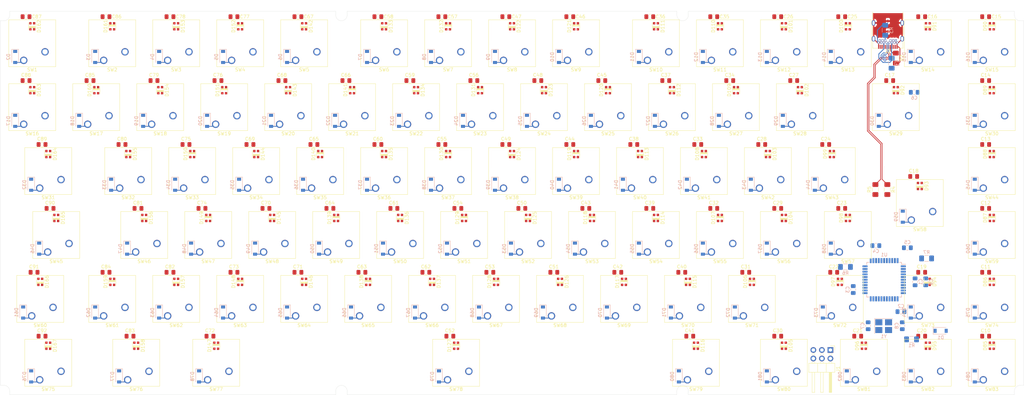
<source format=kicad_pcb>
(kicad_pcb (version 20171130) (host pcbnew 5.1.10)

  (general
    (thickness 1.6)
    (drawings 32)
    (tracks 261)
    (zones 0)
    (modules 354)
    (nets 216)
  )

  (page A3)
  (layers
    (0 F.Cu signal)
    (31 B.Cu signal)
    (32 B.Adhes user)
    (33 F.Adhes user)
    (34 B.Paste user)
    (35 F.Paste user)
    (36 B.SilkS user)
    (37 F.SilkS user)
    (38 B.Mask user)
    (39 F.Mask user)
    (40 Dwgs.User user)
    (41 Cmts.User user)
    (42 Eco1.User user)
    (43 Eco2.User user)
    (44 Edge.Cuts user)
    (45 Margin user)
    (46 B.CrtYd user)
    (47 F.CrtYd user)
    (48 B.Fab user)
    (49 F.Fab user)
  )

  (setup
    (last_trace_width 0.25)
    (trace_clearance 0.2)
    (zone_clearance 0.508)
    (zone_45_only no)
    (trace_min 0.2)
    (via_size 0.8)
    (via_drill 0.4)
    (via_min_size 0.6)
    (via_min_drill 0.3)
    (uvia_size 0.3)
    (uvia_drill 0.1)
    (uvias_allowed no)
    (uvia_min_size 0.2)
    (uvia_min_drill 0.1)
    (edge_width 0.05)
    (segment_width 0.2)
    (pcb_text_width 0.3)
    (pcb_text_size 1.5 1.5)
    (mod_edge_width 0.12)
    (mod_text_size 1 1)
    (mod_text_width 0.15)
    (pad_size 1.524 1.524)
    (pad_drill 0.762)
    (pad_to_mask_clearance 0.051)
    (solder_mask_min_width 0.25)
    (aux_axis_origin 0 0)
    (visible_elements FFFFF77F)
    (pcbplotparams
      (layerselection 0x010fc_ffffffff)
      (usegerberextensions false)
      (usegerberattributes false)
      (usegerberadvancedattributes false)
      (creategerberjobfile false)
      (excludeedgelayer true)
      (linewidth 0.100000)
      (plotframeref false)
      (viasonmask false)
      (mode 1)
      (useauxorigin false)
      (hpglpennumber 1)
      (hpglpenspeed 20)
      (hpglpendiameter 15.000000)
      (psnegative false)
      (psa4output false)
      (plotreference true)
      (plotvalue true)
      (plotinvisibletext false)
      (padsonsilk false)
      (subtractmaskfromsilk false)
      (outputformat 1)
      (mirror false)
      (drillshape 1)
      (scaleselection 1)
      (outputdirectory ""))
  )

  (net 0 "")
  (net 1 GND)
  (net 2 +5V)
  (net 3 "Net-(C7-Pad1)")
  (net 4 "Net-(C8-Pad2)")
  (net 5 "Net-(C9-Pad1)")
  (net 6 RST)
  (net 7 ROW0)
  (net 8 "Net-(D2-Pad2)")
  (net 9 "Net-(D3-Pad2)")
  (net 10 "Net-(D4-Pad2)")
  (net 11 "Net-(D5-Pad2)")
  (net 12 "Net-(D6-Pad2)")
  (net 13 "Net-(D7-Pad2)")
  (net 14 "Net-(D8-Pad2)")
  (net 15 "Net-(D9-Pad2)")
  (net 16 "Net-(D10-Pad2)")
  (net 17 "Net-(D11-Pad2)")
  (net 18 "Net-(D12-Pad2)")
  (net 19 "Net-(D13-Pad2)")
  (net 20 "Net-(D14-Pad2)")
  (net 21 "Net-(D15-Pad2)")
  (net 22 "Net-(D16-Pad2)")
  (net 23 ROW1)
  (net 24 "Net-(D17-Pad2)")
  (net 25 "Net-(D18-Pad2)")
  (net 26 "Net-(D19-Pad2)")
  (net 27 "Net-(D20-Pad2)")
  (net 28 "Net-(D21-Pad2)")
  (net 29 "Net-(D22-Pad2)")
  (net 30 "Net-(D23-Pad2)")
  (net 31 "Net-(D24-Pad2)")
  (net 32 "Net-(D25-Pad2)")
  (net 33 "Net-(D26-Pad2)")
  (net 34 "Net-(D27-Pad2)")
  (net 35 "Net-(D28-Pad2)")
  (net 36 "Net-(D29-Pad2)")
  (net 37 "Net-(D30-Pad2)")
  (net 38 "Net-(D31-Pad2)")
  (net 39 "Net-(D32-Pad2)")
  (net 40 ROW2)
  (net 41 "Net-(D33-Pad2)")
  (net 42 "Net-(D34-Pad2)")
  (net 43 "Net-(D35-Pad2)")
  (net 44 "Net-(D36-Pad2)")
  (net 45 "Net-(D37-Pad2)")
  (net 46 "Net-(D38-Pad2)")
  (net 47 "Net-(D39-Pad2)")
  (net 48 "Net-(D40-Pad2)")
  (net 49 "Net-(D41-Pad2)")
  (net 50 "Net-(D42-Pad2)")
  (net 51 "Net-(D43-Pad2)")
  (net 52 "Net-(D44-Pad2)")
  (net 53 "Net-(D45-Pad2)")
  (net 54 "Net-(D46-Pad2)")
  (net 55 ROW3)
  (net 56 "Net-(D47-Pad2)")
  (net 57 "Net-(D48-Pad2)")
  (net 58 "Net-(D49-Pad2)")
  (net 59 "Net-(D50-Pad2)")
  (net 60 "Net-(D51-Pad2)")
  (net 61 "Net-(D52-Pad2)")
  (net 62 "Net-(D53-Pad2)")
  (net 63 "Net-(D54-Pad2)")
  (net 64 "Net-(D55-Pad2)")
  (net 65 "Net-(D56-Pad2)")
  (net 66 "Net-(D57-Pad2)")
  (net 67 "Net-(D58-Pad2)")
  (net 68 "Net-(D59-Pad2)")
  (net 69 "Net-(D60-Pad2)")
  (net 70 ROW4)
  (net 71 "Net-(D61-Pad2)")
  (net 72 "Net-(D62-Pad2)")
  (net 73 "Net-(D63-Pad2)")
  (net 74 "Net-(D64-Pad2)")
  (net 75 "Net-(D65-Pad2)")
  (net 76 "Net-(D66-Pad2)")
  (net 77 "Net-(D67-Pad2)")
  (net 78 "Net-(D68-Pad2)")
  (net 79 "Net-(D69-Pad2)")
  (net 80 "Net-(D70-Pad2)")
  (net 81 "Net-(D71-Pad2)")
  (net 82 "Net-(D72-Pad2)")
  (net 83 "Net-(D73-Pad2)")
  (net 84 "Net-(D74-Pad2)")
  (net 85 "Net-(D75-Pad2)")
  (net 86 ROW5)
  (net 87 "Net-(D76-Pad2)")
  (net 88 "Net-(D77-Pad2)")
  (net 89 "Net-(D78-Pad2)")
  (net 90 "Net-(D79-Pad2)")
  (net 91 "Net-(D80-Pad2)")
  (net 92 "Net-(D81-Pad2)")
  (net 93 "Net-(D82-Pad2)")
  (net 94 "Net-(D83-Pad2)")
  (net 95 "Net-(D84-Pad2)")
  (net 96 "Net-(D85-Pad2)")
  (net 97 DIN)
  (net 98 "Net-(D86-Pad2)")
  (net 99 "Net-(D87-Pad2)")
  (net 100 "Net-(D88-Pad2)")
  (net 101 "Net-(D89-Pad2)")
  (net 102 "Net-(D90-Pad2)")
  (net 103 "Net-(D91-Pad2)")
  (net 104 "Net-(D92-Pad2)")
  (net 105 "Net-(D93-Pad2)")
  (net 106 "Net-(D94-Pad2)")
  (net 107 "Net-(D95-Pad2)")
  (net 108 "Net-(D96-Pad2)")
  (net 109 "Net-(D97-Pad2)")
  (net 110 "Net-(D98-Pad2)")
  (net 111 "Net-(D100-Pad4)")
  (net 112 "Net-(D100-Pad2)")
  (net 113 "Net-(D101-Pad2)")
  (net 114 "Net-(D102-Pad2)")
  (net 115 "Net-(D103-Pad2)")
  (net 116 "Net-(D104-Pad2)")
  (net 117 "Net-(D105-Pad2)")
  (net 118 "Net-(D106-Pad2)")
  (net 119 "Net-(D107-Pad2)")
  (net 120 "Net-(D108-Pad2)")
  (net 121 "Net-(D109-Pad2)")
  (net 122 "Net-(D110-Pad2)")
  (net 123 "Net-(D111-Pad2)")
  (net 124 "Net-(D112-Pad2)")
  (net 125 "Net-(D113-Pad2)")
  (net 126 "Net-(D114-Pad2)")
  (net 127 "Net-(D115-Pad2)")
  (net 128 "Net-(D116-Pad2)")
  (net 129 "Net-(D117-Pad2)")
  (net 130 "Net-(D118-Pad2)")
  (net 131 "Net-(D119-Pad2)")
  (net 132 "Net-(D120-Pad2)")
  (net 133 "Net-(D121-Pad2)")
  (net 134 "Net-(D122-Pad2)")
  (net 135 "Net-(D123-Pad2)")
  (net 136 "Net-(D124-Pad2)")
  (net 137 "Net-(D125-Pad2)")
  (net 138 "Net-(D126-Pad2)")
  (net 139 "Net-(D127-Pad2)")
  (net 140 "Net-(D128-Pad2)")
  (net 141 "Net-(D129-Pad2)")
  (net 142 "Net-(D130-Pad2)")
  (net 143 "Net-(D131-Pad2)")
  (net 144 "Net-(D132-Pad2)")
  (net 145 "Net-(D133-Pad2)")
  (net 146 "Net-(D134-Pad2)")
  (net 147 "Net-(D135-Pad2)")
  (net 148 "Net-(D136-Pad2)")
  (net 149 "Net-(D137-Pad2)")
  (net 150 "Net-(D138-Pad2)")
  (net 151 "Net-(D139-Pad2)")
  (net 152 "Net-(D140-Pad2)")
  (net 153 "Net-(D141-Pad2)")
  (net 154 "Net-(D142-Pad2)")
  (net 155 "Net-(D143-Pad2)")
  (net 156 "Net-(D144-Pad2)")
  (net 157 "Net-(D145-Pad2)")
  (net 158 "Net-(D146-Pad2)")
  (net 159 "Net-(D147-Pad2)")
  (net 160 "Net-(D148-Pad2)")
  (net 161 "Net-(D149-Pad2)")
  (net 162 "Net-(D150-Pad2)")
  (net 163 "Net-(D151-Pad2)")
  (net 164 "Net-(D152-Pad2)")
  (net 165 "Net-(D153-Pad2)")
  (net 166 "Net-(D154-Pad2)")
  (net 167 "Net-(D155-Pad2)")
  (net 168 "Net-(D156-Pad2)")
  (net 169 "Net-(D157-Pad2)")
  (net 170 "Net-(D158-Pad2)")
  (net 171 "Net-(D159-Pad2)")
  (net 172 "Net-(D160-Pad2)")
  (net 173 "Net-(D161-Pad2)")
  (net 174 "Net-(D162-Pad2)")
  (net 175 "Net-(D163-Pad2)")
  (net 176 "Net-(D164-Pad2)")
  (net 177 "Net-(D165-Pad2)")
  (net 178 "Net-(D166-Pad2)")
  (net 179 "Net-(D167-Pad2)")
  (net 180 "Net-(F1-Pad2)")
  (net 181 COL02)
  (net 182 COL00)
  (net 183 COL01)
  (net 184 "Net-(J2-PadA11)")
  (net 185 "Net-(J2-PadA10)")
  (net 186 "Net-(J2-PadA8)")
  (net 187 D-)
  (net 188 D+)
  (net 189 "Net-(J2-PadA5)")
  (net 190 "Net-(J2-PadA3)")
  (net 191 "Net-(J2-PadA2)")
  (net 192 "Net-(J2-PadB10)")
  (net 193 "Net-(J2-PadB3)")
  (net 194 "Net-(J2-PadB8)")
  (net 195 "Net-(J2-PadB5)")
  (net 196 "Net-(J2-PadB2)")
  (net 197 "Net-(J2-PadB11)")
  (net 198 "Net-(R6-Pad2)")
  (net 199 COL03)
  (net 200 COL04)
  (net 201 COL06)
  (net 202 COL07)
  (net 203 COL08)
  (net 204 COL09)
  (net 205 COL10)
  (net 206 COL11)
  (net 207 COL12)
  (net 208 COL13)
  (net 209 COL14)
  (net 210 COL15)
  (net 211 COL05)
  (net 212 "Net-(U1-Pad1)")
  (net 213 "Net-(U1-Pad8)")
  (net 214 "Net-(U1-Pad42)")
  (net 215 "Net-(R7-Pad2)")

  (net_class Default "Dies ist die voreingestellte Netzklasse."
    (clearance 0.2)
    (trace_width 0.25)
    (via_dia 0.8)
    (via_drill 0.4)
    (uvia_dia 0.3)
    (uvia_drill 0.1)
    (add_net +5V)
    (add_net COL00)
    (add_net COL01)
    (add_net COL02)
    (add_net COL03)
    (add_net COL04)
    (add_net COL05)
    (add_net COL06)
    (add_net COL07)
    (add_net COL08)
    (add_net COL09)
    (add_net COL10)
    (add_net COL11)
    (add_net COL12)
    (add_net COL13)
    (add_net COL14)
    (add_net COL15)
    (add_net D+)
    (add_net D-)
    (add_net DIN)
    (add_net GND)
    (add_net "Net-(C7-Pad1)")
    (add_net "Net-(C8-Pad2)")
    (add_net "Net-(C9-Pad1)")
    (add_net "Net-(D10-Pad2)")
    (add_net "Net-(D100-Pad2)")
    (add_net "Net-(D100-Pad4)")
    (add_net "Net-(D101-Pad2)")
    (add_net "Net-(D102-Pad2)")
    (add_net "Net-(D103-Pad2)")
    (add_net "Net-(D104-Pad2)")
    (add_net "Net-(D105-Pad2)")
    (add_net "Net-(D106-Pad2)")
    (add_net "Net-(D107-Pad2)")
    (add_net "Net-(D108-Pad2)")
    (add_net "Net-(D109-Pad2)")
    (add_net "Net-(D11-Pad2)")
    (add_net "Net-(D110-Pad2)")
    (add_net "Net-(D111-Pad2)")
    (add_net "Net-(D112-Pad2)")
    (add_net "Net-(D113-Pad2)")
    (add_net "Net-(D114-Pad2)")
    (add_net "Net-(D115-Pad2)")
    (add_net "Net-(D116-Pad2)")
    (add_net "Net-(D117-Pad2)")
    (add_net "Net-(D118-Pad2)")
    (add_net "Net-(D119-Pad2)")
    (add_net "Net-(D12-Pad2)")
    (add_net "Net-(D120-Pad2)")
    (add_net "Net-(D121-Pad2)")
    (add_net "Net-(D122-Pad2)")
    (add_net "Net-(D123-Pad2)")
    (add_net "Net-(D124-Pad2)")
    (add_net "Net-(D125-Pad2)")
    (add_net "Net-(D126-Pad2)")
    (add_net "Net-(D127-Pad2)")
    (add_net "Net-(D128-Pad2)")
    (add_net "Net-(D129-Pad2)")
    (add_net "Net-(D13-Pad2)")
    (add_net "Net-(D130-Pad2)")
    (add_net "Net-(D131-Pad2)")
    (add_net "Net-(D132-Pad2)")
    (add_net "Net-(D133-Pad2)")
    (add_net "Net-(D134-Pad2)")
    (add_net "Net-(D135-Pad2)")
    (add_net "Net-(D136-Pad2)")
    (add_net "Net-(D137-Pad2)")
    (add_net "Net-(D138-Pad2)")
    (add_net "Net-(D139-Pad2)")
    (add_net "Net-(D14-Pad2)")
    (add_net "Net-(D140-Pad2)")
    (add_net "Net-(D141-Pad2)")
    (add_net "Net-(D142-Pad2)")
    (add_net "Net-(D143-Pad2)")
    (add_net "Net-(D144-Pad2)")
    (add_net "Net-(D145-Pad2)")
    (add_net "Net-(D146-Pad2)")
    (add_net "Net-(D147-Pad2)")
    (add_net "Net-(D148-Pad2)")
    (add_net "Net-(D149-Pad2)")
    (add_net "Net-(D15-Pad2)")
    (add_net "Net-(D150-Pad2)")
    (add_net "Net-(D151-Pad2)")
    (add_net "Net-(D152-Pad2)")
    (add_net "Net-(D153-Pad2)")
    (add_net "Net-(D154-Pad2)")
    (add_net "Net-(D155-Pad2)")
    (add_net "Net-(D156-Pad2)")
    (add_net "Net-(D157-Pad2)")
    (add_net "Net-(D158-Pad2)")
    (add_net "Net-(D159-Pad2)")
    (add_net "Net-(D16-Pad2)")
    (add_net "Net-(D160-Pad2)")
    (add_net "Net-(D161-Pad2)")
    (add_net "Net-(D162-Pad2)")
    (add_net "Net-(D163-Pad2)")
    (add_net "Net-(D164-Pad2)")
    (add_net "Net-(D165-Pad2)")
    (add_net "Net-(D166-Pad2)")
    (add_net "Net-(D167-Pad2)")
    (add_net "Net-(D17-Pad2)")
    (add_net "Net-(D18-Pad2)")
    (add_net "Net-(D19-Pad2)")
    (add_net "Net-(D2-Pad2)")
    (add_net "Net-(D20-Pad2)")
    (add_net "Net-(D21-Pad2)")
    (add_net "Net-(D22-Pad2)")
    (add_net "Net-(D23-Pad2)")
    (add_net "Net-(D24-Pad2)")
    (add_net "Net-(D25-Pad2)")
    (add_net "Net-(D26-Pad2)")
    (add_net "Net-(D27-Pad2)")
    (add_net "Net-(D28-Pad2)")
    (add_net "Net-(D29-Pad2)")
    (add_net "Net-(D3-Pad2)")
    (add_net "Net-(D30-Pad2)")
    (add_net "Net-(D31-Pad2)")
    (add_net "Net-(D32-Pad2)")
    (add_net "Net-(D33-Pad2)")
    (add_net "Net-(D34-Pad2)")
    (add_net "Net-(D35-Pad2)")
    (add_net "Net-(D36-Pad2)")
    (add_net "Net-(D37-Pad2)")
    (add_net "Net-(D38-Pad2)")
    (add_net "Net-(D39-Pad2)")
    (add_net "Net-(D4-Pad2)")
    (add_net "Net-(D40-Pad2)")
    (add_net "Net-(D41-Pad2)")
    (add_net "Net-(D42-Pad2)")
    (add_net "Net-(D43-Pad2)")
    (add_net "Net-(D44-Pad2)")
    (add_net "Net-(D45-Pad2)")
    (add_net "Net-(D46-Pad2)")
    (add_net "Net-(D47-Pad2)")
    (add_net "Net-(D48-Pad2)")
    (add_net "Net-(D49-Pad2)")
    (add_net "Net-(D5-Pad2)")
    (add_net "Net-(D50-Pad2)")
    (add_net "Net-(D51-Pad2)")
    (add_net "Net-(D52-Pad2)")
    (add_net "Net-(D53-Pad2)")
    (add_net "Net-(D54-Pad2)")
    (add_net "Net-(D55-Pad2)")
    (add_net "Net-(D56-Pad2)")
    (add_net "Net-(D57-Pad2)")
    (add_net "Net-(D58-Pad2)")
    (add_net "Net-(D59-Pad2)")
    (add_net "Net-(D6-Pad2)")
    (add_net "Net-(D60-Pad2)")
    (add_net "Net-(D61-Pad2)")
    (add_net "Net-(D62-Pad2)")
    (add_net "Net-(D63-Pad2)")
    (add_net "Net-(D64-Pad2)")
    (add_net "Net-(D65-Pad2)")
    (add_net "Net-(D66-Pad2)")
    (add_net "Net-(D67-Pad2)")
    (add_net "Net-(D68-Pad2)")
    (add_net "Net-(D69-Pad2)")
    (add_net "Net-(D7-Pad2)")
    (add_net "Net-(D70-Pad2)")
    (add_net "Net-(D71-Pad2)")
    (add_net "Net-(D72-Pad2)")
    (add_net "Net-(D73-Pad2)")
    (add_net "Net-(D74-Pad2)")
    (add_net "Net-(D75-Pad2)")
    (add_net "Net-(D76-Pad2)")
    (add_net "Net-(D77-Pad2)")
    (add_net "Net-(D78-Pad2)")
    (add_net "Net-(D79-Pad2)")
    (add_net "Net-(D8-Pad2)")
    (add_net "Net-(D80-Pad2)")
    (add_net "Net-(D81-Pad2)")
    (add_net "Net-(D82-Pad2)")
    (add_net "Net-(D83-Pad2)")
    (add_net "Net-(D84-Pad2)")
    (add_net "Net-(D85-Pad2)")
    (add_net "Net-(D86-Pad2)")
    (add_net "Net-(D87-Pad2)")
    (add_net "Net-(D88-Pad2)")
    (add_net "Net-(D89-Pad2)")
    (add_net "Net-(D9-Pad2)")
    (add_net "Net-(D90-Pad2)")
    (add_net "Net-(D91-Pad2)")
    (add_net "Net-(D92-Pad2)")
    (add_net "Net-(D93-Pad2)")
    (add_net "Net-(D94-Pad2)")
    (add_net "Net-(D95-Pad2)")
    (add_net "Net-(D96-Pad2)")
    (add_net "Net-(D97-Pad2)")
    (add_net "Net-(D98-Pad2)")
    (add_net "Net-(F1-Pad2)")
    (add_net "Net-(J2-PadA10)")
    (add_net "Net-(J2-PadA11)")
    (add_net "Net-(J2-PadA2)")
    (add_net "Net-(J2-PadA3)")
    (add_net "Net-(J2-PadA5)")
    (add_net "Net-(J2-PadA8)")
    (add_net "Net-(J2-PadB10)")
    (add_net "Net-(J2-PadB11)")
    (add_net "Net-(J2-PadB2)")
    (add_net "Net-(J2-PadB3)")
    (add_net "Net-(J2-PadB5)")
    (add_net "Net-(J2-PadB8)")
    (add_net "Net-(R6-Pad2)")
    (add_net "Net-(R7-Pad2)")
    (add_net "Net-(U1-Pad1)")
    (add_net "Net-(U1-Pad42)")
    (add_net "Net-(U1-Pad8)")
    (add_net ROW0)
    (add_net ROW1)
    (add_net ROW2)
    (add_net ROW3)
    (add_net ROW4)
    (add_net ROW5)
    (add_net RST)
  )

  (module kezboard-pcb:USB_C_Receptacle_Stewart_SS-52400-003 (layer F.Cu) (tedit 5F26DA6C) (tstamp 5F15FEC3)
    (at 302.41875 38.1 180)
    (descr https://belfuse.com/resources/drawings/stewartconnector/dr-stw-ss-52400-003.pdf)
    (path /5EFFEB48)
    (fp_text reference J2 (at 0 -11.9) (layer F.SilkS)
      (effects (font (size 1 1) (thickness 0.15)))
    )
    (fp_text value USB_C_Receptacle (at 0 2.54) (layer F.Fab)
      (effects (font (size 1 1) (thickness 0.15)))
    )
    (fp_line (start 4.49 -4.35) (end 4.49 -7.35) (layer F.SilkS) (width 0.12))
    (fp_line (start -4.49 -7.35) (end -4.49 -4.35) (layer F.SilkS) (width 0.12))
    (fp_line (start 4.49 -11) (end 3 -11) (layer F.SilkS) (width 0.12))
    (fp_line (start -4.49 -11) (end -4.49 -9) (layer F.SilkS) (width 0.12))
    (fp_line (start -3 -11) (end -4.49 -11) (layer F.SilkS) (width 0.12))
    (fp_line (start -5.08 -11.43) (end -5.08 1.27) (layer F.CrtYd) (width 0.05))
    (fp_line (start 5.08 1.27) (end 5.08 -11.43) (layer F.CrtYd) (width 0.05))
    (fp_line (start -4.37 0.95) (end 4.37 0.95) (layer F.Fab) (width 0.1))
    (fp_line (start -4.37 -10.88) (end -4.37 0.95) (layer F.Fab) (width 0.1))
    (fp_line (start 4.37 -10.88) (end -4.37 -10.88) (layer F.Fab) (width 0.1))
    (fp_line (start 4.37 0.95) (end 4.37 -10.88) (layer F.Fab) (width 0.1))
    (fp_line (start -2 0) (end 2 0) (layer Dwgs.User) (width 0.1))
    (fp_line (start -5.08 1.27) (end 5.08 1.27) (layer F.CrtYd) (width 0.05))
    (fp_line (start -5.08 -11.43) (end 5.08 -11.43) (layer F.CrtYd) (width 0.05))
    (fp_line (start 4.49 -9) (end 4.49 -11) (layer F.SilkS) (width 0.12))
    (fp_line (start 4.49 -0.21) (end 4.49 -2.55) (layer F.SilkS) (width 0.12))
    (fp_line (start -4.49 -2.55) (end -4.49 -0.21) (layer F.SilkS) (width 0.12))
    (fp_text user %R (at 0 -4.52) (layer F.Fab)
      (effects (font (size 1 1) (thickness 0.15)))
    )
    (fp_text user "PCB Edge" (at 0 -0.5) (layer Dwgs.User)
      (effects (font (size 0.5 0.5) (thickness 0.1)))
    )
    (pad B11 thru_hole circle (at -2.4 -8.62 180) (size 0.65 0.65) (drill 0.4) (layers *.Cu *.Mask)
      (net 197 "Net-(J2-PadB11)"))
    (pad B2 thru_hole circle (at 2.4 -8.62 180) (size 0.65 0.65) (drill 0.4) (layers *.Cu *.Mask)
      (net 196 "Net-(J2-PadB2)"))
    (pad B12 thru_hole circle (at -2.8 -9.33 180) (size 0.65 0.65) (drill 0.4) (layers *.Cu *.Mask)
      (net 1 GND))
    (pad B5 thru_hole circle (at 0.8 -8.62 180) (size 0.65 0.65) (drill 0.4) (layers *.Cu *.Mask)
      (net 195 "Net-(J2-PadB5)"))
    (pad B8 thru_hole circle (at -0.8 -8.62 180) (size 0.65 0.65) (drill 0.4) (layers *.Cu *.Mask)
      (net 194 "Net-(J2-PadB8)"))
    (pad B3 thru_hole circle (at 1.6 -8.62 180) (size 0.65 0.65) (drill 0.4) (layers *.Cu *.Mask)
      (net 193 "Net-(J2-PadB3)"))
    (pad B10 thru_hole circle (at -1.6 -8.62 180) (size 0.65 0.65) (drill 0.4) (layers *.Cu *.Mask)
      (net 192 "Net-(J2-PadB10)"))
    (pad B1 thru_hole circle (at 2.8 -9.33 180) (size 0.65 0.65) (drill 0.4) (layers *.Cu *.Mask)
      (net 1 GND))
    (pad S1 thru_hole circle (at -2 -9.33 180) (size 0.65 0.65) (drill 0.4) (layers *.Cu *.Mask)
      (net 1 GND))
    (pad S1 thru_hole circle (at 2 -9.33 180) (size 0.65 0.65) (drill 0.4) (layers *.Cu *.Mask)
      (net 1 GND))
    (pad B9 thru_hole circle (at -1.2 -9.33 180) (size 0.65 0.65) (drill 0.4) (layers *.Cu *.Mask)
      (net 180 "Net-(F1-Pad2)"))
    (pad B4 thru_hole circle (at 1.2 -9.33 180) (size 0.65 0.65) (drill 0.4) (layers *.Cu *.Mask)
      (net 180 "Net-(F1-Pad2)"))
    (pad B7 thru_hole circle (at -0.4 -9.33 180) (size 0.65 0.65) (drill 0.4) (layers *.Cu *.Mask)
      (net 187 D-))
    (pad B6 thru_hole circle (at 0.4 -9.33 180) (size 0.65 0.65) (drill 0.4) (layers *.Cu *.Mask)
      (net 188 D+))
    (pad S1 smd rect (at 0 -6 180) (size 0.2 1) (layers F.Cu F.Paste F.Mask)
      (net 1 GND))
    (pad S1 smd rect (at 0 -2.9 180) (size 0.2 1) (layers F.Cu F.Paste F.Mask)
      (net 1 GND))
    (pad S1 thru_hole oval (at 4.27 -8.18 180) (size 1 1.6) (drill oval 0.6 1.2) (layers *.Cu *.Mask)
      (net 1 GND))
    (pad S1 thru_hole oval (at -4.27 -8.18 180) (size 1 1.6) (drill oval 0.6 1.2) (layers *.Cu *.Mask)
      (net 1 GND))
    (pad S1 thru_hole oval (at -4.27 -3.45 180) (size 1 1.6) (drill oval 0.6 1.2) (layers *.Cu *.Mask)
      (net 1 GND))
    (pad S1 thru_hole oval (at 4.27 -3.45 180) (size 1 1.6) (drill oval 0.6 1.2) (layers *.Cu *.Mask)
      (net 1 GND))
    (pad A1 smd rect (at -2.75 -10.58 180) (size 0.3 1.2) (layers F.Cu F.Paste F.Mask)
      (net 1 GND))
    (pad A2 smd rect (at -2.25 -10.58 180) (size 0.3 1.2) (layers F.Cu F.Paste F.Mask)
      (net 191 "Net-(J2-PadA2)"))
    (pad A3 smd rect (at -1.75 -10.58 180) (size 0.3 1.2) (layers F.Cu F.Paste F.Mask)
      (net 190 "Net-(J2-PadA3)"))
    (pad A4 smd rect (at -1.25 -10.58 180) (size 0.3 1.2) (layers F.Cu F.Paste F.Mask)
      (net 180 "Net-(F1-Pad2)"))
    (pad A5 smd rect (at -0.75 -10.58 180) (size 0.3 1.2) (layers F.Cu F.Paste F.Mask)
      (net 189 "Net-(J2-PadA5)"))
    (pad A6 smd rect (at -0.25 -10.58 180) (size 0.3 1.2) (layers F.Cu F.Paste F.Mask)
      (net 188 D+))
    (pad A7 smd rect (at 0.25 -10.58 180) (size 0.3 1.2) (layers F.Cu F.Paste F.Mask)
      (net 187 D-))
    (pad A8 smd rect (at 0.75 -10.58 180) (size 0.3 1.2) (layers F.Cu F.Paste F.Mask)
      (net 186 "Net-(J2-PadA8)"))
    (pad A9 smd rect (at 1.25 -10.58 180) (size 0.3 1.2) (layers F.Cu F.Paste F.Mask)
      (net 180 "Net-(F1-Pad2)"))
    (pad A10 smd rect (at 1.75 -10.58 180) (size 0.3 1.2) (layers F.Cu F.Paste F.Mask)
      (net 185 "Net-(J2-PadA10)"))
    (pad A11 smd rect (at 2.25 -10.58 180) (size 0.3 1.2) (layers F.Cu F.Paste F.Mask)
      (net 184 "Net-(J2-PadA11)"))
    (pad A12 smd rect (at 2.75 -10.58 180) (size 0.3 1.2) (layers F.Cu F.Paste F.Mask)
      (net 1 GND))
  )

  (module Resistor_SMD:R_1206_3216Metric_Pad1.42x1.75mm_HandSolder (layer B.Cu) (tedit 5B301BBD) (tstamp 5F26397F)
    (at 313.944 111.76 180)
    (descr "Resistor SMD 1206 (3216 Metric), square (rectangular) end terminal, IPC_7351 nominal with elongated pad for handsoldering. (Body size source: http://www.tortai-tech.com/upload/download/2011102023233369053.pdf), generated with kicad-footprint-generator")
    (tags "resistor handsolder")
    (path /5F259898)
    (attr smd)
    (fp_text reference R7 (at 0 1.82) (layer B.SilkS)
      (effects (font (size 1 1) (thickness 0.15)) (justify mirror))
    )
    (fp_text value 470 (at 0 -1.82) (layer B.Fab)
      (effects (font (size 1 1) (thickness 0.15)) (justify mirror))
    )
    (fp_line (start -1.6 -0.8) (end -1.6 0.8) (layer B.Fab) (width 0.1))
    (fp_line (start -1.6 0.8) (end 1.6 0.8) (layer B.Fab) (width 0.1))
    (fp_line (start 1.6 0.8) (end 1.6 -0.8) (layer B.Fab) (width 0.1))
    (fp_line (start 1.6 -0.8) (end -1.6 -0.8) (layer B.Fab) (width 0.1))
    (fp_line (start -0.602064 0.91) (end 0.602064 0.91) (layer B.SilkS) (width 0.12))
    (fp_line (start -0.602064 -0.91) (end 0.602064 -0.91) (layer B.SilkS) (width 0.12))
    (fp_line (start -2.45 -1.12) (end -2.45 1.12) (layer B.CrtYd) (width 0.05))
    (fp_line (start -2.45 1.12) (end 2.45 1.12) (layer B.CrtYd) (width 0.05))
    (fp_line (start 2.45 1.12) (end 2.45 -1.12) (layer B.CrtYd) (width 0.05))
    (fp_line (start 2.45 -1.12) (end -2.45 -1.12) (layer B.CrtYd) (width 0.05))
    (fp_text user %R (at 0 0) (layer B.Fab)
      (effects (font (size 0.8 0.8) (thickness 0.12)) (justify mirror))
    )
    (pad 2 smd roundrect (at 1.4875 0 180) (size 1.425 1.75) (layers B.Cu B.Paste B.Mask) (roundrect_rratio 0.175439)
      (net 215 "Net-(R7-Pad2)"))
    (pad 1 smd roundrect (at -1.4875 0 180) (size 1.425 1.75) (layers B.Cu B.Paste B.Mask) (roundrect_rratio 0.175439)
      (net 97 DIN))
    (model ${KISYS3DMOD}/Resistor_SMD.3dshapes/R_1206_3216Metric.wrl
      (at (xyz 0 0 0))
      (scale (xyz 1 1 1))
      (rotate (xyz 0 0 0))
    )
  )

  (module kezboard-pcb:LED_WS2812_2020 (layer F.Cu) (tedit 5F1C4B34) (tstamp 5F1B709E)
    (at 333.375 137.795 90)
    (descr https://www.peace-corp.co.jp/data/WS2812-2020_V1.0_EN.pdf)
    (path /5F949B9C/5F9E7A8D)
    (fp_text reference D85 (at 0 -2 90) (layer F.SilkS)
      (effects (font (size 1 1) (thickness 0.15)))
    )
    (fp_text value WS2812B (at 0 2 90) (layer F.Fab)
      (effects (font (size 1 1) (thickness 0.15)))
    )
    (fp_poly (pts (xy 0.45 0.9) (xy 0.05 0.9) (xy 0.05 -0.9) (xy 0.45 -0.9)) (layer F.SilkS) (width 0.1))
    (fp_line (start 1.1 1.11) (end -1.1 1.11) (layer F.SilkS) (width 0.12))
    (fp_line (start -1.1 -1.11) (end 1.1 -1.11) (layer F.SilkS) (width 0.12))
    (fp_line (start -1.1 1) (end -1.1 -1) (layer F.Fab) (width 0.1))
    (fp_line (start 1.1 1) (end -1.1 1) (layer F.Fab) (width 0.1))
    (fp_line (start 1.1 -1) (end 1.1 1) (layer F.Fab) (width 0.1))
    (fp_line (start -1.1 -1) (end 1.1 -1) (layer F.Fab) (width 0.1))
    (fp_text user %R (at 0 0 90) (layer F.Fab)
      (effects (font (size 0.5 0.5) (thickness 0.1)))
    )
    (pad 2 smd rect (at 0.9015 0.55 90) (size 0.7 0.7) (layers F.Cu F.Paste F.Mask)
      (net 96 "Net-(D85-Pad2)"))
    (pad 3 smd rect (at 0.9015 -0.55 90) (size 0.7 0.7) (layers F.Cu F.Paste F.Mask)
      (net 1 GND))
    (pad 4 smd rect (at -0.9015 -0.55 90) (size 0.7 0.7) (layers F.Cu F.Paste F.Mask)
      (net 97 DIN))
    (pad 1 smd rect (at -0.9015 0.55 90) (size 0.7 0.7) (layers F.Cu F.Paste F.Mask)
      (net 2 +5V))
  )

  (module kezboard-pcb:LED_WS2812_2020 (layer F.Cu) (tedit 5F1C4B34) (tstamp 5F15F975)
    (at 333.375 118.745 90)
    (descr https://www.peace-corp.co.jp/data/WS2812-2020_V1.0_EN.pdf)
    (path /5F949B9C/5FD3F1F5)
    (fp_text reference D86 (at 0 -2 90) (layer F.SilkS)
      (effects (font (size 1 1) (thickness 0.15)))
    )
    (fp_text value WS2812B (at 0 2 90) (layer F.Fab)
      (effects (font (size 1 1) (thickness 0.15)))
    )
    (fp_line (start -1.1 -1) (end 1.1 -1) (layer F.Fab) (width 0.1))
    (fp_line (start 1.1 -1) (end 1.1 1) (layer F.Fab) (width 0.1))
    (fp_line (start 1.1 1) (end -1.1 1) (layer F.Fab) (width 0.1))
    (fp_line (start -1.1 1) (end -1.1 -1) (layer F.Fab) (width 0.1))
    (fp_line (start -1.1 -1.11) (end 1.1 -1.11) (layer F.SilkS) (width 0.12))
    (fp_line (start 1.1 1.11) (end -1.1 1.11) (layer F.SilkS) (width 0.12))
    (fp_poly (pts (xy 0.45 0.9) (xy 0.05 0.9) (xy 0.05 -0.9) (xy 0.45 -0.9)) (layer F.SilkS) (width 0.1))
    (fp_text user %R (at 0 0 90) (layer F.Fab)
      (effects (font (size 0.5 0.5) (thickness 0.1)))
    )
    (pad 1 smd rect (at -0.9015 0.55 90) (size 0.7 0.7) (layers F.Cu F.Paste F.Mask)
      (net 2 +5V))
    (pad 4 smd rect (at -0.9015 -0.55 90) (size 0.7 0.7) (layers F.Cu F.Paste F.Mask)
      (net 96 "Net-(D85-Pad2)"))
    (pad 3 smd rect (at 0.9015 -0.55 90) (size 0.7 0.7) (layers F.Cu F.Paste F.Mask)
      (net 1 GND))
    (pad 2 smd rect (at 0.9015 0.55 90) (size 0.7 0.7) (layers F.Cu F.Paste F.Mask)
      (net 98 "Net-(D86-Pad2)"))
  )

  (module kezboard-pcb:LED_WS2812_2020 (layer F.Cu) (tedit 5F1C4B34) (tstamp 5F1B738A)
    (at 333.375 99.695 90)
    (descr https://www.peace-corp.co.jp/data/WS2812-2020_V1.0_EN.pdf)
    (path /5F949B9C/5FD40FA8)
    (fp_text reference D87 (at 0 -2 90) (layer F.SilkS)
      (effects (font (size 1 1) (thickness 0.15)))
    )
    (fp_text value WS2812B (at 0 2 90) (layer F.Fab)
      (effects (font (size 1 1) (thickness 0.15)))
    )
    (fp_line (start -1.1 -1) (end 1.1 -1) (layer F.Fab) (width 0.1))
    (fp_line (start 1.1 -1) (end 1.1 1) (layer F.Fab) (width 0.1))
    (fp_line (start 1.1 1) (end -1.1 1) (layer F.Fab) (width 0.1))
    (fp_line (start -1.1 1) (end -1.1 -1) (layer F.Fab) (width 0.1))
    (fp_line (start -1.1 -1.11) (end 1.1 -1.11) (layer F.SilkS) (width 0.12))
    (fp_line (start 1.1 1.11) (end -1.1 1.11) (layer F.SilkS) (width 0.12))
    (fp_poly (pts (xy 0.45 0.9) (xy 0.05 0.9) (xy 0.05 -0.9) (xy 0.45 -0.9)) (layer F.SilkS) (width 0.1))
    (fp_text user %R (at 0 0 90) (layer F.Fab)
      (effects (font (size 0.5 0.5) (thickness 0.1)))
    )
    (pad 1 smd rect (at -0.9015 0.55 90) (size 0.7 0.7) (layers F.Cu F.Paste F.Mask)
      (net 2 +5V))
    (pad 4 smd rect (at -0.9015 -0.55 90) (size 0.7 0.7) (layers F.Cu F.Paste F.Mask)
      (net 98 "Net-(D86-Pad2)"))
    (pad 3 smd rect (at 0.9015 -0.55 90) (size 0.7 0.7) (layers F.Cu F.Paste F.Mask)
      (net 1 GND))
    (pad 2 smd rect (at 0.9015 0.55 90) (size 0.7 0.7) (layers F.Cu F.Paste F.Mask)
      (net 99 "Net-(D87-Pad2)"))
  )

  (module kezboard-pcb:LED_WS2812_2020 (layer F.Cu) (tedit 5F1C4B34) (tstamp 5F25A25B)
    (at 333.375 80.645 90)
    (descr https://www.peace-corp.co.jp/data/WS2812-2020_V1.0_EN.pdf)
    (path /5F949B9C/5FD423CF)
    (fp_text reference D88 (at 0 -2 90) (layer F.SilkS)
      (effects (font (size 1 1) (thickness 0.15)))
    )
    (fp_text value WS2812B (at 0 2 90) (layer F.Fab)
      (effects (font (size 1 1) (thickness 0.15)))
    )
    (fp_line (start -1.1 -1) (end 1.1 -1) (layer F.Fab) (width 0.1))
    (fp_line (start 1.1 -1) (end 1.1 1) (layer F.Fab) (width 0.1))
    (fp_line (start 1.1 1) (end -1.1 1) (layer F.Fab) (width 0.1))
    (fp_line (start -1.1 1) (end -1.1 -1) (layer F.Fab) (width 0.1))
    (fp_line (start -1.1 -1.11) (end 1.1 -1.11) (layer F.SilkS) (width 0.12))
    (fp_line (start 1.1 1.11) (end -1.1 1.11) (layer F.SilkS) (width 0.12))
    (fp_poly (pts (xy 0.45 0.9) (xy 0.05 0.9) (xy 0.05 -0.9) (xy 0.45 -0.9)) (layer F.SilkS) (width 0.1))
    (fp_text user %R (at 0 0 90) (layer F.Fab)
      (effects (font (size 0.5 0.5) (thickness 0.1)))
    )
    (pad 1 smd rect (at -0.9015 0.55 90) (size 0.7 0.7) (layers F.Cu F.Paste F.Mask)
      (net 2 +5V))
    (pad 4 smd rect (at -0.9015 -0.55 90) (size 0.7 0.7) (layers F.Cu F.Paste F.Mask)
      (net 99 "Net-(D87-Pad2)"))
    (pad 3 smd rect (at 0.9015 -0.55 90) (size 0.7 0.7) (layers F.Cu F.Paste F.Mask)
      (net 1 GND))
    (pad 2 smd rect (at 0.9015 0.55 90) (size 0.7 0.7) (layers F.Cu F.Paste F.Mask)
      (net 100 "Net-(D88-Pad2)"))
  )

  (module kezboard-pcb:LED_WS2812_2020 (layer F.Cu) (tedit 5F1C4B34) (tstamp 5F15F9A2)
    (at 333.375 61.595 90)
    (descr https://www.peace-corp.co.jp/data/WS2812-2020_V1.0_EN.pdf)
    (path /5F949B9C/5FD43994)
    (fp_text reference D89 (at 0 -2 90) (layer F.SilkS)
      (effects (font (size 1 1) (thickness 0.15)))
    )
    (fp_text value WS2812B (at 0 2 90) (layer F.Fab)
      (effects (font (size 1 1) (thickness 0.15)))
    )
    (fp_poly (pts (xy 0.45 0.9) (xy 0.05 0.9) (xy 0.05 -0.9) (xy 0.45 -0.9)) (layer F.SilkS) (width 0.1))
    (fp_line (start 1.1 1.11) (end -1.1 1.11) (layer F.SilkS) (width 0.12))
    (fp_line (start -1.1 -1.11) (end 1.1 -1.11) (layer F.SilkS) (width 0.12))
    (fp_line (start -1.1 1) (end -1.1 -1) (layer F.Fab) (width 0.1))
    (fp_line (start 1.1 1) (end -1.1 1) (layer F.Fab) (width 0.1))
    (fp_line (start 1.1 -1) (end 1.1 1) (layer F.Fab) (width 0.1))
    (fp_line (start -1.1 -1) (end 1.1 -1) (layer F.Fab) (width 0.1))
    (fp_text user %R (at 0 0 90) (layer F.Fab)
      (effects (font (size 0.5 0.5) (thickness 0.1)))
    )
    (pad 2 smd rect (at 0.9015 0.55 90) (size 0.7 0.7) (layers F.Cu F.Paste F.Mask)
      (net 101 "Net-(D89-Pad2)"))
    (pad 3 smd rect (at 0.9015 -0.55 90) (size 0.7 0.7) (layers F.Cu F.Paste F.Mask)
      (net 1 GND))
    (pad 4 smd rect (at -0.9015 -0.55 90) (size 0.7 0.7) (layers F.Cu F.Paste F.Mask)
      (net 100 "Net-(D88-Pad2)"))
    (pad 1 smd rect (at -0.9015 0.55 90) (size 0.7 0.7) (layers F.Cu F.Paste F.Mask)
      (net 2 +5V))
  )

  (module kezboard-pcb:LED_WS2812_2020 (layer F.Cu) (tedit 5F1C4B34) (tstamp 5F15F9B1)
    (at 333.375 42.545 90)
    (descr https://www.peace-corp.co.jp/data/WS2812-2020_V1.0_EN.pdf)
    (path /5F949B9C/5F62CAD6)
    (fp_text reference D90 (at 0 -2 90) (layer F.SilkS)
      (effects (font (size 1 1) (thickness 0.15)))
    )
    (fp_text value WS2812B (at 0 2 90) (layer F.Fab)
      (effects (font (size 1 1) (thickness 0.15)))
    )
    (fp_line (start -1.1 -1) (end 1.1 -1) (layer F.Fab) (width 0.1))
    (fp_line (start 1.1 -1) (end 1.1 1) (layer F.Fab) (width 0.1))
    (fp_line (start 1.1 1) (end -1.1 1) (layer F.Fab) (width 0.1))
    (fp_line (start -1.1 1) (end -1.1 -1) (layer F.Fab) (width 0.1))
    (fp_line (start -1.1 -1.11) (end 1.1 -1.11) (layer F.SilkS) (width 0.12))
    (fp_line (start 1.1 1.11) (end -1.1 1.11) (layer F.SilkS) (width 0.12))
    (fp_poly (pts (xy 0.45 0.9) (xy 0.05 0.9) (xy 0.05 -0.9) (xy 0.45 -0.9)) (layer F.SilkS) (width 0.1))
    (fp_text user %R (at 0 0 90) (layer F.Fab)
      (effects (font (size 0.5 0.5) (thickness 0.1)))
    )
    (pad 1 smd rect (at -0.9015 0.55 90) (size 0.7 0.7) (layers F.Cu F.Paste F.Mask)
      (net 2 +5V))
    (pad 4 smd rect (at -0.9015 -0.55 90) (size 0.7 0.7) (layers F.Cu F.Paste F.Mask)
      (net 101 "Net-(D89-Pad2)"))
    (pad 3 smd rect (at 0.9015 -0.55 90) (size 0.7 0.7) (layers F.Cu F.Paste F.Mask)
      (net 1 GND))
    (pad 2 smd rect (at 0.9015 0.55 90) (size 0.7 0.7) (layers F.Cu F.Paste F.Mask)
      (net 102 "Net-(D90-Pad2)"))
  )

  (module kezboard-pcb:LED_WS2812_2020 (layer F.Cu) (tedit 5F1C4B34) (tstamp 5F15F9C0)
    (at 314.325 42.545 270)
    (descr https://www.peace-corp.co.jp/data/WS2812-2020_V1.0_EN.pdf)
    (path /5F949B9C/5F62CAF9)
    (fp_text reference D91 (at 0 -2 90) (layer F.SilkS)
      (effects (font (size 1 1) (thickness 0.15)))
    )
    (fp_text value WS2812B (at 0 2 90) (layer F.Fab)
      (effects (font (size 1 1) (thickness 0.15)))
    )
    (fp_poly (pts (xy 0.45 0.9) (xy 0.05 0.9) (xy 0.05 -0.9) (xy 0.45 -0.9)) (layer F.SilkS) (width 0.1))
    (fp_line (start 1.1 1.11) (end -1.1 1.11) (layer F.SilkS) (width 0.12))
    (fp_line (start -1.1 -1.11) (end 1.1 -1.11) (layer F.SilkS) (width 0.12))
    (fp_line (start -1.1 1) (end -1.1 -1) (layer F.Fab) (width 0.1))
    (fp_line (start 1.1 1) (end -1.1 1) (layer F.Fab) (width 0.1))
    (fp_line (start 1.1 -1) (end 1.1 1) (layer F.Fab) (width 0.1))
    (fp_line (start -1.1 -1) (end 1.1 -1) (layer F.Fab) (width 0.1))
    (fp_text user %R (at 0 0 90) (layer F.Fab)
      (effects (font (size 0.5 0.5) (thickness 0.1)))
    )
    (pad 2 smd rect (at 0.9015 0.55 270) (size 0.7 0.7) (layers F.Cu F.Paste F.Mask)
      (net 103 "Net-(D91-Pad2)"))
    (pad 3 smd rect (at 0.9015 -0.55 270) (size 0.7 0.7) (layers F.Cu F.Paste F.Mask)
      (net 1 GND))
    (pad 4 smd rect (at -0.9015 -0.55 270) (size 0.7 0.7) (layers F.Cu F.Paste F.Mask)
      (net 102 "Net-(D90-Pad2)"))
    (pad 1 smd rect (at -0.9015 0.55 270) (size 0.7 0.7) (layers F.Cu F.Paste F.Mask)
      (net 2 +5V))
  )

  (module kezboard-pcb:LED_WS2812_2020 (layer F.Cu) (tedit 5F1C4B34) (tstamp 5F15F9CF)
    (at 304.8 61.595 270)
    (descr https://www.peace-corp.co.jp/data/WS2812-2020_V1.0_EN.pdf)
    (path /5F949B9C/5F62CB1C)
    (fp_text reference D92 (at 0 -2 90) (layer F.SilkS)
      (effects (font (size 1 1) (thickness 0.15)))
    )
    (fp_text value WS2812B (at 0 2 90) (layer F.Fab)
      (effects (font (size 1 1) (thickness 0.15)))
    )
    (fp_line (start -1.1 -1) (end 1.1 -1) (layer F.Fab) (width 0.1))
    (fp_line (start 1.1 -1) (end 1.1 1) (layer F.Fab) (width 0.1))
    (fp_line (start 1.1 1) (end -1.1 1) (layer F.Fab) (width 0.1))
    (fp_line (start -1.1 1) (end -1.1 -1) (layer F.Fab) (width 0.1))
    (fp_line (start -1.1 -1.11) (end 1.1 -1.11) (layer F.SilkS) (width 0.12))
    (fp_line (start 1.1 1.11) (end -1.1 1.11) (layer F.SilkS) (width 0.12))
    (fp_poly (pts (xy 0.45 0.9) (xy 0.05 0.9) (xy 0.05 -0.9) (xy 0.45 -0.9)) (layer F.SilkS) (width 0.1))
    (fp_text user %R (at 0 0 90) (layer F.Fab)
      (effects (font (size 0.5 0.5) (thickness 0.1)))
    )
    (pad 1 smd rect (at -0.9015 0.55 270) (size 0.7 0.7) (layers F.Cu F.Paste F.Mask)
      (net 2 +5V))
    (pad 4 smd rect (at -0.9015 -0.55 270) (size 0.7 0.7) (layers F.Cu F.Paste F.Mask)
      (net 103 "Net-(D91-Pad2)"))
    (pad 3 smd rect (at 0.9015 -0.55 270) (size 0.7 0.7) (layers F.Cu F.Paste F.Mask)
      (net 1 GND))
    (pad 2 smd rect (at 0.9015 0.55 270) (size 0.7 0.7) (layers F.Cu F.Paste F.Mask)
      (net 104 "Net-(D92-Pad2)"))
  )

  (module kezboard-pcb:LED_WS2812_2020 (layer F.Cu) (tedit 5F1C4B34) (tstamp 5F15F9DE)
    (at 311.94375 90.17 270)
    (descr https://www.peace-corp.co.jp/data/WS2812-2020_V1.0_EN.pdf)
    (path /5F949B9C/5F62CB3F)
    (fp_text reference D93 (at 0 -2 90) (layer F.SilkS)
      (effects (font (size 1 1) (thickness 0.15)))
    )
    (fp_text value WS2812B (at 0 2 90) (layer F.Fab)
      (effects (font (size 1 1) (thickness 0.15)))
    )
    (fp_poly (pts (xy 0.45 0.9) (xy 0.05 0.9) (xy 0.05 -0.9) (xy 0.45 -0.9)) (layer F.SilkS) (width 0.1))
    (fp_line (start 1.1 1.11) (end -1.1 1.11) (layer F.SilkS) (width 0.12))
    (fp_line (start -1.1 -1.11) (end 1.1 -1.11) (layer F.SilkS) (width 0.12))
    (fp_line (start -1.1 1) (end -1.1 -1) (layer F.Fab) (width 0.1))
    (fp_line (start 1.1 1) (end -1.1 1) (layer F.Fab) (width 0.1))
    (fp_line (start 1.1 -1) (end 1.1 1) (layer F.Fab) (width 0.1))
    (fp_line (start -1.1 -1) (end 1.1 -1) (layer F.Fab) (width 0.1))
    (fp_text user %R (at 0 0 90) (layer F.Fab)
      (effects (font (size 0.5 0.5) (thickness 0.1)))
    )
    (pad 2 smd rect (at 0.9015 0.55 270) (size 0.7 0.7) (layers F.Cu F.Paste F.Mask)
      (net 105 "Net-(D93-Pad2)"))
    (pad 3 smd rect (at 0.9015 -0.55 270) (size 0.7 0.7) (layers F.Cu F.Paste F.Mask)
      (net 1 GND))
    (pad 4 smd rect (at -0.9015 -0.55 270) (size 0.7 0.7) (layers F.Cu F.Paste F.Mask)
      (net 104 "Net-(D92-Pad2)"))
    (pad 1 smd rect (at -0.9015 0.55 270) (size 0.7 0.7) (layers F.Cu F.Paste F.Mask)
      (net 2 +5V))
  )

  (module kezboard-pcb:LED_WS2812_2020 (layer F.Cu) (tedit 5F1C4B34) (tstamp 5F15F9ED)
    (at 314.325 118.745 270)
    (descr https://www.peace-corp.co.jp/data/WS2812-2020_V1.0_EN.pdf)
    (path /5F949B9C/5F62CB61)
    (fp_text reference D94 (at 0 -2 90) (layer F.SilkS)
      (effects (font (size 1 1) (thickness 0.15)))
    )
    (fp_text value WS2812B (at 0 2 90) (layer F.Fab)
      (effects (font (size 1 1) (thickness 0.15)))
    )
    (fp_line (start -1.1 -1) (end 1.1 -1) (layer F.Fab) (width 0.1))
    (fp_line (start 1.1 -1) (end 1.1 1) (layer F.Fab) (width 0.1))
    (fp_line (start 1.1 1) (end -1.1 1) (layer F.Fab) (width 0.1))
    (fp_line (start -1.1 1) (end -1.1 -1) (layer F.Fab) (width 0.1))
    (fp_line (start -1.1 -1.11) (end 1.1 -1.11) (layer F.SilkS) (width 0.12))
    (fp_line (start 1.1 1.11) (end -1.1 1.11) (layer F.SilkS) (width 0.12))
    (fp_poly (pts (xy 0.45 0.9) (xy 0.05 0.9) (xy 0.05 -0.9) (xy 0.45 -0.9)) (layer F.SilkS) (width 0.1))
    (fp_text user %R (at 0 0 90) (layer F.Fab)
      (effects (font (size 0.5 0.5) (thickness 0.1)))
    )
    (pad 1 smd rect (at -0.9015 0.55 270) (size 0.7 0.7) (layers F.Cu F.Paste F.Mask)
      (net 2 +5V))
    (pad 4 smd rect (at -0.9015 -0.55 270) (size 0.7 0.7) (layers F.Cu F.Paste F.Mask)
      (net 105 "Net-(D93-Pad2)"))
    (pad 3 smd rect (at 0.9015 -0.55 270) (size 0.7 0.7) (layers F.Cu F.Paste F.Mask)
      (net 1 GND))
    (pad 2 smd rect (at 0.9015 0.55 270) (size 0.7 0.7) (layers F.Cu F.Paste F.Mask)
      (net 106 "Net-(D94-Pad2)"))
  )

  (module kezboard-pcb:LED_WS2812_2020 (layer F.Cu) (tedit 5F1C4B34) (tstamp 5F15F9FC)
    (at 314.325 137.795 270)
    (descr https://www.peace-corp.co.jp/data/WS2812-2020_V1.0_EN.pdf)
    (path /5F949B9C/5F6A6266)
    (fp_text reference D95 (at 0 -2 90) (layer F.SilkS)
      (effects (font (size 1 1) (thickness 0.15)))
    )
    (fp_text value WS2812B (at 0 2 90) (layer F.Fab)
      (effects (font (size 1 1) (thickness 0.15)))
    )
    (fp_line (start -1.1 -1) (end 1.1 -1) (layer F.Fab) (width 0.1))
    (fp_line (start 1.1 -1) (end 1.1 1) (layer F.Fab) (width 0.1))
    (fp_line (start 1.1 1) (end -1.1 1) (layer F.Fab) (width 0.1))
    (fp_line (start -1.1 1) (end -1.1 -1) (layer F.Fab) (width 0.1))
    (fp_line (start -1.1 -1.11) (end 1.1 -1.11) (layer F.SilkS) (width 0.12))
    (fp_line (start 1.1 1.11) (end -1.1 1.11) (layer F.SilkS) (width 0.12))
    (fp_poly (pts (xy 0.45 0.9) (xy 0.05 0.9) (xy 0.05 -0.9) (xy 0.45 -0.9)) (layer F.SilkS) (width 0.1))
    (fp_text user %R (at 0 0 90) (layer F.Fab)
      (effects (font (size 0.5 0.5) (thickness 0.1)))
    )
    (pad 1 smd rect (at -0.9015 0.55 270) (size 0.7 0.7) (layers F.Cu F.Paste F.Mask)
      (net 2 +5V))
    (pad 4 smd rect (at -0.9015 -0.55 270) (size 0.7 0.7) (layers F.Cu F.Paste F.Mask)
      (net 106 "Net-(D94-Pad2)"))
    (pad 3 smd rect (at 0.9015 -0.55 270) (size 0.7 0.7) (layers F.Cu F.Paste F.Mask)
      (net 1 GND))
    (pad 2 smd rect (at 0.9015 0.55 270) (size 0.7 0.7) (layers F.Cu F.Paste F.Mask)
      (net 107 "Net-(D95-Pad2)"))
  )

  (module kezboard-pcb:LED_WS2812_2020 (layer F.Cu) (tedit 5F1C4B34) (tstamp 5F15FA0B)
    (at 295.275 137.795 90)
    (descr https://www.peace-corp.co.jp/data/WS2812-2020_V1.0_EN.pdf)
    (path /5F949B9C/5F6A6289)
    (fp_text reference D96 (at 0 -2 90) (layer F.SilkS)
      (effects (font (size 1 1) (thickness 0.15)))
    )
    (fp_text value WS2812B (at 0 2 90) (layer F.Fab)
      (effects (font (size 1 1) (thickness 0.15)))
    )
    (fp_poly (pts (xy 0.45 0.9) (xy 0.05 0.9) (xy 0.05 -0.9) (xy 0.45 -0.9)) (layer F.SilkS) (width 0.1))
    (fp_line (start 1.1 1.11) (end -1.1 1.11) (layer F.SilkS) (width 0.12))
    (fp_line (start -1.1 -1.11) (end 1.1 -1.11) (layer F.SilkS) (width 0.12))
    (fp_line (start -1.1 1) (end -1.1 -1) (layer F.Fab) (width 0.1))
    (fp_line (start 1.1 1) (end -1.1 1) (layer F.Fab) (width 0.1))
    (fp_line (start 1.1 -1) (end 1.1 1) (layer F.Fab) (width 0.1))
    (fp_line (start -1.1 -1) (end 1.1 -1) (layer F.Fab) (width 0.1))
    (fp_text user %R (at 0 0 90) (layer F.Fab)
      (effects (font (size 0.5 0.5) (thickness 0.1)))
    )
    (pad 2 smd rect (at 0.9015 0.55 90) (size 0.7 0.7) (layers F.Cu F.Paste F.Mask)
      (net 108 "Net-(D96-Pad2)"))
    (pad 3 smd rect (at 0.9015 -0.55 90) (size 0.7 0.7) (layers F.Cu F.Paste F.Mask)
      (net 1 GND))
    (pad 4 smd rect (at -0.9015 -0.55 90) (size 0.7 0.7) (layers F.Cu F.Paste F.Mask)
      (net 107 "Net-(D95-Pad2)"))
    (pad 1 smd rect (at -0.9015 0.55 90) (size 0.7 0.7) (layers F.Cu F.Paste F.Mask)
      (net 2 +5V))
  )

  (module kezboard-pcb:LED_WS2812_2020 (layer F.Cu) (tedit 5F1C4B34) (tstamp 5F15FA1A)
    (at 288.13125 118.745 90)
    (descr https://www.peace-corp.co.jp/data/WS2812-2020_V1.0_EN.pdf)
    (path /5F949B9C/5F6A62AC)
    (fp_text reference D97 (at 0 -2 90) (layer F.SilkS)
      (effects (font (size 1 1) (thickness 0.15)))
    )
    (fp_text value WS2812B (at 0 2 90) (layer F.Fab)
      (effects (font (size 1 1) (thickness 0.15)))
    )
    (fp_line (start -1.1 -1) (end 1.1 -1) (layer F.Fab) (width 0.1))
    (fp_line (start 1.1 -1) (end 1.1 1) (layer F.Fab) (width 0.1))
    (fp_line (start 1.1 1) (end -1.1 1) (layer F.Fab) (width 0.1))
    (fp_line (start -1.1 1) (end -1.1 -1) (layer F.Fab) (width 0.1))
    (fp_line (start -1.1 -1.11) (end 1.1 -1.11) (layer F.SilkS) (width 0.12))
    (fp_line (start 1.1 1.11) (end -1.1 1.11) (layer F.SilkS) (width 0.12))
    (fp_poly (pts (xy 0.45 0.9) (xy 0.05 0.9) (xy 0.05 -0.9) (xy 0.45 -0.9)) (layer F.SilkS) (width 0.1))
    (fp_text user %R (at 0 0 90) (layer F.Fab)
      (effects (font (size 0.5 0.5) (thickness 0.1)))
    )
    (pad 1 smd rect (at -0.9015 0.55 90) (size 0.7 0.7) (layers F.Cu F.Paste F.Mask)
      (net 2 +5V))
    (pad 4 smd rect (at -0.9015 -0.55 90) (size 0.7 0.7) (layers F.Cu F.Paste F.Mask)
      (net 108 "Net-(D96-Pad2)"))
    (pad 3 smd rect (at 0.9015 -0.55 90) (size 0.7 0.7) (layers F.Cu F.Paste F.Mask)
      (net 1 GND))
    (pad 2 smd rect (at 0.9015 0.55 90) (size 0.7 0.7) (layers F.Cu F.Paste F.Mask)
      (net 109 "Net-(D97-Pad2)"))
  )

  (module kezboard-pcb:LED_WS2812_2020 (layer F.Cu) (tedit 5F1C4B34) (tstamp 5F15FA29)
    (at 290.5125 99.695 90)
    (descr https://www.peace-corp.co.jp/data/WS2812-2020_V1.0_EN.pdf)
    (path /5F949B9C/5F6A62CF)
    (fp_text reference D98 (at 0 -2 90) (layer F.SilkS)
      (effects (font (size 1 1) (thickness 0.15)))
    )
    (fp_text value WS2812B (at 0 2 90) (layer F.Fab)
      (effects (font (size 1 1) (thickness 0.15)))
    )
    (fp_line (start -1.1 -1) (end 1.1 -1) (layer F.Fab) (width 0.1))
    (fp_line (start 1.1 -1) (end 1.1 1) (layer F.Fab) (width 0.1))
    (fp_line (start 1.1 1) (end -1.1 1) (layer F.Fab) (width 0.1))
    (fp_line (start -1.1 1) (end -1.1 -1) (layer F.Fab) (width 0.1))
    (fp_line (start -1.1 -1.11) (end 1.1 -1.11) (layer F.SilkS) (width 0.12))
    (fp_line (start 1.1 1.11) (end -1.1 1.11) (layer F.SilkS) (width 0.12))
    (fp_poly (pts (xy 0.45 0.9) (xy 0.05 0.9) (xy 0.05 -0.9) (xy 0.45 -0.9)) (layer F.SilkS) (width 0.1))
    (fp_text user %R (at 0 0 90) (layer F.Fab)
      (effects (font (size 0.5 0.5) (thickness 0.1)))
    )
    (pad 1 smd rect (at -0.9015 0.55 90) (size 0.7 0.7) (layers F.Cu F.Paste F.Mask)
      (net 2 +5V))
    (pad 4 smd rect (at -0.9015 -0.55 90) (size 0.7 0.7) (layers F.Cu F.Paste F.Mask)
      (net 109 "Net-(D97-Pad2)"))
    (pad 3 smd rect (at 0.9015 -0.55 90) (size 0.7 0.7) (layers F.Cu F.Paste F.Mask)
      (net 1 GND))
    (pad 2 smd rect (at 0.9015 0.55 90) (size 0.7 0.7) (layers F.Cu F.Paste F.Mask)
      (net 110 "Net-(D98-Pad2)"))
  )

  (module kezboard-pcb:LED_WS2812_2020 (layer F.Cu) (tedit 5F1C4B34) (tstamp 5F15FA38)
    (at 285.75 80.645 90)
    (descr https://www.peace-corp.co.jp/data/WS2812-2020_V1.0_EN.pdf)
    (path /5F949B9C/5F6A62F2)
    (fp_text reference D99 (at 0 -2 90) (layer F.SilkS)
      (effects (font (size 1 1) (thickness 0.15)))
    )
    (fp_text value WS2812B (at 0 2 90) (layer F.Fab)
      (effects (font (size 1 1) (thickness 0.15)))
    )
    (fp_line (start -1.1 -1) (end 1.1 -1) (layer F.Fab) (width 0.1))
    (fp_line (start 1.1 -1) (end 1.1 1) (layer F.Fab) (width 0.1))
    (fp_line (start 1.1 1) (end -1.1 1) (layer F.Fab) (width 0.1))
    (fp_line (start -1.1 1) (end -1.1 -1) (layer F.Fab) (width 0.1))
    (fp_line (start -1.1 -1.11) (end 1.1 -1.11) (layer F.SilkS) (width 0.12))
    (fp_line (start 1.1 1.11) (end -1.1 1.11) (layer F.SilkS) (width 0.12))
    (fp_poly (pts (xy 0.45 0.9) (xy 0.05 0.9) (xy 0.05 -0.9) (xy 0.45 -0.9)) (layer F.SilkS) (width 0.1))
    (fp_text user %R (at 0 0 90) (layer F.Fab)
      (effects (font (size 0.5 0.5) (thickness 0.1)))
    )
    (pad 1 smd rect (at -0.9015 0.55 90) (size 0.7 0.7) (layers F.Cu F.Paste F.Mask)
      (net 2 +5V))
    (pad 4 smd rect (at -0.9015 -0.55 90) (size 0.7 0.7) (layers F.Cu F.Paste F.Mask)
      (net 110 "Net-(D98-Pad2)"))
    (pad 3 smd rect (at 0.9015 -0.55 90) (size 0.7 0.7) (layers F.Cu F.Paste F.Mask)
      (net 1 GND))
    (pad 2 smd rect (at 0.9015 0.55 90) (size 0.7 0.7) (layers F.Cu F.Paste F.Mask)
      (net 111 "Net-(D100-Pad4)"))
  )

  (module kezboard-pcb:LED_WS2812_2020 (layer F.Cu) (tedit 5F1C4B34) (tstamp 5F15FA47)
    (at 290.5125 42.545 90)
    (descr https://www.peace-corp.co.jp/data/WS2812-2020_V1.0_EN.pdf)
    (path /5F949B9C/5F6A6315)
    (fp_text reference D100 (at 0 -2 90) (layer F.SilkS)
      (effects (font (size 1 1) (thickness 0.15)))
    )
    (fp_text value WS2812B (at 0 2 90) (layer F.Fab)
      (effects (font (size 1 1) (thickness 0.15)))
    )
    (fp_line (start -1.1 -1) (end 1.1 -1) (layer F.Fab) (width 0.1))
    (fp_line (start 1.1 -1) (end 1.1 1) (layer F.Fab) (width 0.1))
    (fp_line (start 1.1 1) (end -1.1 1) (layer F.Fab) (width 0.1))
    (fp_line (start -1.1 1) (end -1.1 -1) (layer F.Fab) (width 0.1))
    (fp_line (start -1.1 -1.11) (end 1.1 -1.11) (layer F.SilkS) (width 0.12))
    (fp_line (start 1.1 1.11) (end -1.1 1.11) (layer F.SilkS) (width 0.12))
    (fp_poly (pts (xy 0.45 0.9) (xy 0.05 0.9) (xy 0.05 -0.9) (xy 0.45 -0.9)) (layer F.SilkS) (width 0.1))
    (fp_text user %R (at 0 0 90) (layer F.Fab)
      (effects (font (size 0.5 0.5) (thickness 0.1)))
    )
    (pad 1 smd rect (at -0.9015 0.55 90) (size 0.7 0.7) (layers F.Cu F.Paste F.Mask)
      (net 2 +5V))
    (pad 4 smd rect (at -0.9015 -0.55 90) (size 0.7 0.7) (layers F.Cu F.Paste F.Mask)
      (net 111 "Net-(D100-Pad4)"))
    (pad 3 smd rect (at 0.9015 -0.55 90) (size 0.7 0.7) (layers F.Cu F.Paste F.Mask)
      (net 1 GND))
    (pad 2 smd rect (at 0.9015 0.55 90) (size 0.7 0.7) (layers F.Cu F.Paste F.Mask)
      (net 112 "Net-(D100-Pad2)"))
  )

  (module kezboard-pcb:LED_WS2812_2020 (layer F.Cu) (tedit 5F1C4B34) (tstamp 5F15FA56)
    (at 271.4625 42.545 270)
    (descr https://www.peace-corp.co.jp/data/WS2812-2020_V1.0_EN.pdf)
    (path /5F949B9C/5F6A6338)
    (fp_text reference D101 (at 0 -2 90) (layer F.SilkS)
      (effects (font (size 1 1) (thickness 0.15)))
    )
    (fp_text value WS2812B (at 0 2 90) (layer F.Fab)
      (effects (font (size 1 1) (thickness 0.15)))
    )
    (fp_line (start -1.1 -1) (end 1.1 -1) (layer F.Fab) (width 0.1))
    (fp_line (start 1.1 -1) (end 1.1 1) (layer F.Fab) (width 0.1))
    (fp_line (start 1.1 1) (end -1.1 1) (layer F.Fab) (width 0.1))
    (fp_line (start -1.1 1) (end -1.1 -1) (layer F.Fab) (width 0.1))
    (fp_line (start -1.1 -1.11) (end 1.1 -1.11) (layer F.SilkS) (width 0.12))
    (fp_line (start 1.1 1.11) (end -1.1 1.11) (layer F.SilkS) (width 0.12))
    (fp_poly (pts (xy 0.45 0.9) (xy 0.05 0.9) (xy 0.05 -0.9) (xy 0.45 -0.9)) (layer F.SilkS) (width 0.1))
    (fp_text user %R (at 0 0 90) (layer F.Fab)
      (effects (font (size 0.5 0.5) (thickness 0.1)))
    )
    (pad 1 smd rect (at -0.9015 0.55 270) (size 0.7 0.7) (layers F.Cu F.Paste F.Mask)
      (net 2 +5V))
    (pad 4 smd rect (at -0.9015 -0.55 270) (size 0.7 0.7) (layers F.Cu F.Paste F.Mask)
      (net 112 "Net-(D100-Pad2)"))
    (pad 3 smd rect (at 0.9015 -0.55 270) (size 0.7 0.7) (layers F.Cu F.Paste F.Mask)
      (net 1 GND))
    (pad 2 smd rect (at 0.9015 0.55 270) (size 0.7 0.7) (layers F.Cu F.Paste F.Mask)
      (net 113 "Net-(D101-Pad2)"))
  )

  (module kezboard-pcb:LED_WS2812_2020 (layer F.Cu) (tedit 5F1C4B34) (tstamp 5F15FA65)
    (at 276.225 61.595 270)
    (descr https://www.peace-corp.co.jp/data/WS2812-2020_V1.0_EN.pdf)
    (path /5F949B9C/5F6A635B)
    (fp_text reference D102 (at 0 -2 90) (layer F.SilkS)
      (effects (font (size 1 1) (thickness 0.15)))
    )
    (fp_text value WS2812B (at 0 2 90) (layer F.Fab)
      (effects (font (size 1 1) (thickness 0.15)))
    )
    (fp_poly (pts (xy 0.45 0.9) (xy 0.05 0.9) (xy 0.05 -0.9) (xy 0.45 -0.9)) (layer F.SilkS) (width 0.1))
    (fp_line (start 1.1 1.11) (end -1.1 1.11) (layer F.SilkS) (width 0.12))
    (fp_line (start -1.1 -1.11) (end 1.1 -1.11) (layer F.SilkS) (width 0.12))
    (fp_line (start -1.1 1) (end -1.1 -1) (layer F.Fab) (width 0.1))
    (fp_line (start 1.1 1) (end -1.1 1) (layer F.Fab) (width 0.1))
    (fp_line (start 1.1 -1) (end 1.1 1) (layer F.Fab) (width 0.1))
    (fp_line (start -1.1 -1) (end 1.1 -1) (layer F.Fab) (width 0.1))
    (fp_text user %R (at 0 0 90) (layer F.Fab)
      (effects (font (size 0.5 0.5) (thickness 0.1)))
    )
    (pad 2 smd rect (at 0.9015 0.55 270) (size 0.7 0.7) (layers F.Cu F.Paste F.Mask)
      (net 114 "Net-(D102-Pad2)"))
    (pad 3 smd rect (at 0.9015 -0.55 270) (size 0.7 0.7) (layers F.Cu F.Paste F.Mask)
      (net 1 GND))
    (pad 4 smd rect (at -0.9015 -0.55 270) (size 0.7 0.7) (layers F.Cu F.Paste F.Mask)
      (net 113 "Net-(D101-Pad2)"))
    (pad 1 smd rect (at -0.9015 0.55 270) (size 0.7 0.7) (layers F.Cu F.Paste F.Mask)
      (net 2 +5V))
  )

  (module kezboard-pcb:LED_WS2812_2020 (layer F.Cu) (tedit 5F1C4B34) (tstamp 5F15FA74)
    (at 266.7 80.645 270)
    (descr https://www.peace-corp.co.jp/data/WS2812-2020_V1.0_EN.pdf)
    (path /5F949B9C/5F6A637E)
    (fp_text reference D103 (at 0 -2 90) (layer F.SilkS)
      (effects (font (size 1 1) (thickness 0.15)))
    )
    (fp_text value WS2812B (at 0 2 90) (layer F.Fab)
      (effects (font (size 1 1) (thickness 0.15)))
    )
    (fp_line (start -1.1 -1) (end 1.1 -1) (layer F.Fab) (width 0.1))
    (fp_line (start 1.1 -1) (end 1.1 1) (layer F.Fab) (width 0.1))
    (fp_line (start 1.1 1) (end -1.1 1) (layer F.Fab) (width 0.1))
    (fp_line (start -1.1 1) (end -1.1 -1) (layer F.Fab) (width 0.1))
    (fp_line (start -1.1 -1.11) (end 1.1 -1.11) (layer F.SilkS) (width 0.12))
    (fp_line (start 1.1 1.11) (end -1.1 1.11) (layer F.SilkS) (width 0.12))
    (fp_poly (pts (xy 0.45 0.9) (xy 0.05 0.9) (xy 0.05 -0.9) (xy 0.45 -0.9)) (layer F.SilkS) (width 0.1))
    (fp_text user %R (at 0 0 90) (layer F.Fab)
      (effects (font (size 0.5 0.5) (thickness 0.1)))
    )
    (pad 1 smd rect (at -0.9015 0.55 270) (size 0.7 0.7) (layers F.Cu F.Paste F.Mask)
      (net 2 +5V))
    (pad 4 smd rect (at -0.9015 -0.55 270) (size 0.7 0.7) (layers F.Cu F.Paste F.Mask)
      (net 114 "Net-(D102-Pad2)"))
    (pad 3 smd rect (at 0.9015 -0.55 270) (size 0.7 0.7) (layers F.Cu F.Paste F.Mask)
      (net 1 GND))
    (pad 2 smd rect (at 0.9015 0.55 270) (size 0.7 0.7) (layers F.Cu F.Paste F.Mask)
      (net 115 "Net-(D103-Pad2)"))
  )

  (module kezboard-pcb:LED_WS2812_2020 (layer F.Cu) (tedit 5F1C4B34) (tstamp 5F15FA83)
    (at 271.4625 99.695 270)
    (descr https://www.peace-corp.co.jp/data/WS2812-2020_V1.0_EN.pdf)
    (path /5F949B9C/5F6A63A0)
    (fp_text reference D104 (at 0 -2 90) (layer F.SilkS)
      (effects (font (size 1 1) (thickness 0.15)))
    )
    (fp_text value WS2812B (at 0 2 90) (layer F.Fab)
      (effects (font (size 1 1) (thickness 0.15)))
    )
    (fp_line (start -1.1 -1) (end 1.1 -1) (layer F.Fab) (width 0.1))
    (fp_line (start 1.1 -1) (end 1.1 1) (layer F.Fab) (width 0.1))
    (fp_line (start 1.1 1) (end -1.1 1) (layer F.Fab) (width 0.1))
    (fp_line (start -1.1 1) (end -1.1 -1) (layer F.Fab) (width 0.1))
    (fp_line (start -1.1 -1.11) (end 1.1 -1.11) (layer F.SilkS) (width 0.12))
    (fp_line (start 1.1 1.11) (end -1.1 1.11) (layer F.SilkS) (width 0.12))
    (fp_poly (pts (xy 0.45 0.9) (xy 0.05 0.9) (xy 0.05 -0.9) (xy 0.45 -0.9)) (layer F.SilkS) (width 0.1))
    (fp_text user %R (at 0 0 90) (layer F.Fab)
      (effects (font (size 0.5 0.5) (thickness 0.1)))
    )
    (pad 1 smd rect (at -0.9015 0.55 270) (size 0.7 0.7) (layers F.Cu F.Paste F.Mask)
      (net 2 +5V))
    (pad 4 smd rect (at -0.9015 -0.55 270) (size 0.7 0.7) (layers F.Cu F.Paste F.Mask)
      (net 115 "Net-(D103-Pad2)"))
    (pad 3 smd rect (at 0.9015 -0.55 270) (size 0.7 0.7) (layers F.Cu F.Paste F.Mask)
      (net 1 GND))
    (pad 2 smd rect (at 0.9015 0.55 270) (size 0.7 0.7) (layers F.Cu F.Paste F.Mask)
      (net 116 "Net-(D104-Pad2)"))
  )

  (module kezboard-pcb:LED_WS2812_2020 (layer F.Cu) (tedit 5F1C4B34) (tstamp 5F15FA92)
    (at 271.4625 137.795 270)
    (descr https://www.peace-corp.co.jp/data/WS2812-2020_V1.0_EN.pdf)
    (path /5F949B9C/5F6DAEAD)
    (fp_text reference D105 (at 0 -2 90) (layer F.SilkS)
      (effects (font (size 1 1) (thickness 0.15)))
    )
    (fp_text value WS2812B (at 0 2 90) (layer F.Fab)
      (effects (font (size 1 1) (thickness 0.15)))
    )
    (fp_line (start -1.1 -1) (end 1.1 -1) (layer F.Fab) (width 0.1))
    (fp_line (start 1.1 -1) (end 1.1 1) (layer F.Fab) (width 0.1))
    (fp_line (start 1.1 1) (end -1.1 1) (layer F.Fab) (width 0.1))
    (fp_line (start -1.1 1) (end -1.1 -1) (layer F.Fab) (width 0.1))
    (fp_line (start -1.1 -1.11) (end 1.1 -1.11) (layer F.SilkS) (width 0.12))
    (fp_line (start 1.1 1.11) (end -1.1 1.11) (layer F.SilkS) (width 0.12))
    (fp_poly (pts (xy 0.45 0.9) (xy 0.05 0.9) (xy 0.05 -0.9) (xy 0.45 -0.9)) (layer F.SilkS) (width 0.1))
    (fp_text user %R (at 0 0 90) (layer F.Fab)
      (effects (font (size 0.5 0.5) (thickness 0.1)))
    )
    (pad 1 smd rect (at -0.9015 0.55 270) (size 0.7 0.7) (layers F.Cu F.Paste F.Mask)
      (net 2 +5V))
    (pad 4 smd rect (at -0.9015 -0.55 270) (size 0.7 0.7) (layers F.Cu F.Paste F.Mask)
      (net 116 "Net-(D104-Pad2)"))
    (pad 3 smd rect (at 0.9015 -0.55 270) (size 0.7 0.7) (layers F.Cu F.Paste F.Mask)
      (net 1 GND))
    (pad 2 smd rect (at 0.9015 0.55 270) (size 0.7 0.7) (layers F.Cu F.Paste F.Mask)
      (net 117 "Net-(D105-Pad2)"))
  )

  (module kezboard-pcb:LED_WS2812_2020 (layer F.Cu) (tedit 5F1C4B34) (tstamp 5F15FAA1)
    (at 261.9375 118.745 90)
    (descr https://www.peace-corp.co.jp/data/WS2812-2020_V1.0_EN.pdf)
    (path /5F949B9C/5F6DAED0)
    (fp_text reference D106 (at 0 -2 90) (layer F.SilkS)
      (effects (font (size 1 1) (thickness 0.15)))
    )
    (fp_text value WS2812B (at 0 2 90) (layer F.Fab)
      (effects (font (size 1 1) (thickness 0.15)))
    )
    (fp_line (start -1.1 -1) (end 1.1 -1) (layer F.Fab) (width 0.1))
    (fp_line (start 1.1 -1) (end 1.1 1) (layer F.Fab) (width 0.1))
    (fp_line (start 1.1 1) (end -1.1 1) (layer F.Fab) (width 0.1))
    (fp_line (start -1.1 1) (end -1.1 -1) (layer F.Fab) (width 0.1))
    (fp_line (start -1.1 -1.11) (end 1.1 -1.11) (layer F.SilkS) (width 0.12))
    (fp_line (start 1.1 1.11) (end -1.1 1.11) (layer F.SilkS) (width 0.12))
    (fp_poly (pts (xy 0.45 0.9) (xy 0.05 0.9) (xy 0.05 -0.9) (xy 0.45 -0.9)) (layer F.SilkS) (width 0.1))
    (fp_text user %R (at 0 0 90) (layer F.Fab)
      (effects (font (size 0.5 0.5) (thickness 0.1)))
    )
    (pad 1 smd rect (at -0.9015 0.55 90) (size 0.7 0.7) (layers F.Cu F.Paste F.Mask)
      (net 2 +5V))
    (pad 4 smd rect (at -0.9015 -0.55 90) (size 0.7 0.7) (layers F.Cu F.Paste F.Mask)
      (net 117 "Net-(D105-Pad2)"))
    (pad 3 smd rect (at 0.9015 -0.55 90) (size 0.7 0.7) (layers F.Cu F.Paste F.Mask)
      (net 1 GND))
    (pad 2 smd rect (at 0.9015 0.55 90) (size 0.7 0.7) (layers F.Cu F.Paste F.Mask)
      (net 118 "Net-(D106-Pad2)"))
  )

  (module kezboard-pcb:LED_WS2812_2020 (layer F.Cu) (tedit 5F1C4B34) (tstamp 5F15FAB0)
    (at 252.4125 99.695 90)
    (descr https://www.peace-corp.co.jp/data/WS2812-2020_V1.0_EN.pdf)
    (path /5F949B9C/5F6DAEF3)
    (fp_text reference D107 (at 0 -2 90) (layer F.SilkS)
      (effects (font (size 1 1) (thickness 0.15)))
    )
    (fp_text value WS2812B (at 0 2 90) (layer F.Fab)
      (effects (font (size 1 1) (thickness 0.15)))
    )
    (fp_line (start -1.1 -1) (end 1.1 -1) (layer F.Fab) (width 0.1))
    (fp_line (start 1.1 -1) (end 1.1 1) (layer F.Fab) (width 0.1))
    (fp_line (start 1.1 1) (end -1.1 1) (layer F.Fab) (width 0.1))
    (fp_line (start -1.1 1) (end -1.1 -1) (layer F.Fab) (width 0.1))
    (fp_line (start -1.1 -1.11) (end 1.1 -1.11) (layer F.SilkS) (width 0.12))
    (fp_line (start 1.1 1.11) (end -1.1 1.11) (layer F.SilkS) (width 0.12))
    (fp_poly (pts (xy 0.45 0.9) (xy 0.05 0.9) (xy 0.05 -0.9) (xy 0.45 -0.9)) (layer F.SilkS) (width 0.1))
    (fp_text user %R (at 0 0 90) (layer F.Fab)
      (effects (font (size 0.5 0.5) (thickness 0.1)))
    )
    (pad 1 smd rect (at -0.9015 0.55 90) (size 0.7 0.7) (layers F.Cu F.Paste F.Mask)
      (net 2 +5V))
    (pad 4 smd rect (at -0.9015 -0.55 90) (size 0.7 0.7) (layers F.Cu F.Paste F.Mask)
      (net 118 "Net-(D106-Pad2)"))
    (pad 3 smd rect (at 0.9015 -0.55 90) (size 0.7 0.7) (layers F.Cu F.Paste F.Mask)
      (net 1 GND))
    (pad 2 smd rect (at 0.9015 0.55 90) (size 0.7 0.7) (layers F.Cu F.Paste F.Mask)
      (net 119 "Net-(D107-Pad2)"))
  )

  (module kezboard-pcb:LED_WS2812_2020 (layer F.Cu) (tedit 5F1C4B34) (tstamp 5F15FABF)
    (at 247.65 80.645 90)
    (descr https://www.peace-corp.co.jp/data/WS2812-2020_V1.0_EN.pdf)
    (path /5F949B9C/5F6DAF16)
    (fp_text reference D108 (at 0 -2 90) (layer F.SilkS)
      (effects (font (size 1 1) (thickness 0.15)))
    )
    (fp_text value WS2812B (at 0 2 90) (layer F.Fab)
      (effects (font (size 1 1) (thickness 0.15)))
    )
    (fp_line (start -1.1 -1) (end 1.1 -1) (layer F.Fab) (width 0.1))
    (fp_line (start 1.1 -1) (end 1.1 1) (layer F.Fab) (width 0.1))
    (fp_line (start 1.1 1) (end -1.1 1) (layer F.Fab) (width 0.1))
    (fp_line (start -1.1 1) (end -1.1 -1) (layer F.Fab) (width 0.1))
    (fp_line (start -1.1 -1.11) (end 1.1 -1.11) (layer F.SilkS) (width 0.12))
    (fp_line (start 1.1 1.11) (end -1.1 1.11) (layer F.SilkS) (width 0.12))
    (fp_poly (pts (xy 0.45 0.9) (xy 0.05 0.9) (xy 0.05 -0.9) (xy 0.45 -0.9)) (layer F.SilkS) (width 0.1))
    (fp_text user %R (at 0 0 90) (layer F.Fab)
      (effects (font (size 0.5 0.5) (thickness 0.1)))
    )
    (pad 1 smd rect (at -0.9015 0.55 90) (size 0.7 0.7) (layers F.Cu F.Paste F.Mask)
      (net 2 +5V))
    (pad 4 smd rect (at -0.9015 -0.55 90) (size 0.7 0.7) (layers F.Cu F.Paste F.Mask)
      (net 119 "Net-(D107-Pad2)"))
    (pad 3 smd rect (at 0.9015 -0.55 90) (size 0.7 0.7) (layers F.Cu F.Paste F.Mask)
      (net 1 GND))
    (pad 2 smd rect (at 0.9015 0.55 90) (size 0.7 0.7) (layers F.Cu F.Paste F.Mask)
      (net 120 "Net-(D108-Pad2)"))
  )

  (module kezboard-pcb:LED_WS2812_2020 (layer F.Cu) (tedit 5F1C4B34) (tstamp 5F1B7DEF)
    (at 257.175 61.595 90)
    (descr https://www.peace-corp.co.jp/data/WS2812-2020_V1.0_EN.pdf)
    (path /5F949B9C/5F6DAF39)
    (fp_text reference D109 (at 0 -2 90) (layer F.SilkS)
      (effects (font (size 1 1) (thickness 0.15)))
    )
    (fp_text value WS2812B (at 0 2 90) (layer F.Fab)
      (effects (font (size 1 1) (thickness 0.15)))
    )
    (fp_line (start -1.1 -1) (end 1.1 -1) (layer F.Fab) (width 0.1))
    (fp_line (start 1.1 -1) (end 1.1 1) (layer F.Fab) (width 0.1))
    (fp_line (start 1.1 1) (end -1.1 1) (layer F.Fab) (width 0.1))
    (fp_line (start -1.1 1) (end -1.1 -1) (layer F.Fab) (width 0.1))
    (fp_line (start -1.1 -1.11) (end 1.1 -1.11) (layer F.SilkS) (width 0.12))
    (fp_line (start 1.1 1.11) (end -1.1 1.11) (layer F.SilkS) (width 0.12))
    (fp_poly (pts (xy 0.45 0.9) (xy 0.05 0.9) (xy 0.05 -0.9) (xy 0.45 -0.9)) (layer F.SilkS) (width 0.1))
    (fp_text user %R (at 0 0 90) (layer F.Fab)
      (effects (font (size 0.5 0.5) (thickness 0.1)))
    )
    (pad 1 smd rect (at -0.9015 0.55 90) (size 0.7 0.7) (layers F.Cu F.Paste F.Mask)
      (net 2 +5V))
    (pad 4 smd rect (at -0.9015 -0.55 90) (size 0.7 0.7) (layers F.Cu F.Paste F.Mask)
      (net 120 "Net-(D108-Pad2)"))
    (pad 3 smd rect (at 0.9015 -0.55 90) (size 0.7 0.7) (layers F.Cu F.Paste F.Mask)
      (net 1 GND))
    (pad 2 smd rect (at 0.9015 0.55 90) (size 0.7 0.7) (layers F.Cu F.Paste F.Mask)
      (net 121 "Net-(D109-Pad2)"))
  )

  (module kezboard-pcb:LED_WS2812_2020 (layer F.Cu) (tedit 5F1C4B34) (tstamp 5F15FADD)
    (at 252.4125 42.545 90)
    (descr https://www.peace-corp.co.jp/data/WS2812-2020_V1.0_EN.pdf)
    (path /5F949B9C/5F6DAF5C)
    (fp_text reference D110 (at 0 -2 90) (layer F.SilkS)
      (effects (font (size 1 1) (thickness 0.15)))
    )
    (fp_text value WS2812B (at 0 2 90) (layer F.Fab)
      (effects (font (size 1 1) (thickness 0.15)))
    )
    (fp_line (start -1.1 -1) (end 1.1 -1) (layer F.Fab) (width 0.1))
    (fp_line (start 1.1 -1) (end 1.1 1) (layer F.Fab) (width 0.1))
    (fp_line (start 1.1 1) (end -1.1 1) (layer F.Fab) (width 0.1))
    (fp_line (start -1.1 1) (end -1.1 -1) (layer F.Fab) (width 0.1))
    (fp_line (start -1.1 -1.11) (end 1.1 -1.11) (layer F.SilkS) (width 0.12))
    (fp_line (start 1.1 1.11) (end -1.1 1.11) (layer F.SilkS) (width 0.12))
    (fp_poly (pts (xy 0.45 0.9) (xy 0.05 0.9) (xy 0.05 -0.9) (xy 0.45 -0.9)) (layer F.SilkS) (width 0.1))
    (fp_text user %R (at 0 0 90) (layer F.Fab)
      (effects (font (size 0.5 0.5) (thickness 0.1)))
    )
    (pad 1 smd rect (at -0.9015 0.55 90) (size 0.7 0.7) (layers F.Cu F.Paste F.Mask)
      (net 2 +5V))
    (pad 4 smd rect (at -0.9015 -0.55 90) (size 0.7 0.7) (layers F.Cu F.Paste F.Mask)
      (net 121 "Net-(D109-Pad2)"))
    (pad 3 smd rect (at 0.9015 -0.55 90) (size 0.7 0.7) (layers F.Cu F.Paste F.Mask)
      (net 1 GND))
    (pad 2 smd rect (at 0.9015 0.55 90) (size 0.7 0.7) (layers F.Cu F.Paste F.Mask)
      (net 122 "Net-(D110-Pad2)"))
  )

  (module kezboard-pcb:LED_WS2812_2020 (layer F.Cu) (tedit 5F1C4B34) (tstamp 5F15FAEC)
    (at 233.3625 42.545 270)
    (descr https://www.peace-corp.co.jp/data/WS2812-2020_V1.0_EN.pdf)
    (path /5F949B9C/5F6DAF7F)
    (fp_text reference D111 (at 0 -2 90) (layer F.SilkS)
      (effects (font (size 1 1) (thickness 0.15)))
    )
    (fp_text value WS2812B (at 0 2 90) (layer F.Fab)
      (effects (font (size 1 1) (thickness 0.15)))
    )
    (fp_line (start -1.1 -1) (end 1.1 -1) (layer F.Fab) (width 0.1))
    (fp_line (start 1.1 -1) (end 1.1 1) (layer F.Fab) (width 0.1))
    (fp_line (start 1.1 1) (end -1.1 1) (layer F.Fab) (width 0.1))
    (fp_line (start -1.1 1) (end -1.1 -1) (layer F.Fab) (width 0.1))
    (fp_line (start -1.1 -1.11) (end 1.1 -1.11) (layer F.SilkS) (width 0.12))
    (fp_line (start 1.1 1.11) (end -1.1 1.11) (layer F.SilkS) (width 0.12))
    (fp_poly (pts (xy 0.45 0.9) (xy 0.05 0.9) (xy 0.05 -0.9) (xy 0.45 -0.9)) (layer F.SilkS) (width 0.1))
    (fp_text user %R (at 0 0 90) (layer F.Fab)
      (effects (font (size 0.5 0.5) (thickness 0.1)))
    )
    (pad 1 smd rect (at -0.9015 0.55 270) (size 0.7 0.7) (layers F.Cu F.Paste F.Mask)
      (net 2 +5V))
    (pad 4 smd rect (at -0.9015 -0.55 270) (size 0.7 0.7) (layers F.Cu F.Paste F.Mask)
      (net 122 "Net-(D110-Pad2)"))
    (pad 3 smd rect (at 0.9015 -0.55 270) (size 0.7 0.7) (layers F.Cu F.Paste F.Mask)
      (net 1 GND))
    (pad 2 smd rect (at 0.9015 0.55 270) (size 0.7 0.7) (layers F.Cu F.Paste F.Mask)
      (net 123 "Net-(D111-Pad2)"))
  )

  (module kezboard-pcb:LED_WS2812_2020 (layer F.Cu) (tedit 5F1C4B34) (tstamp 5F15FAFB)
    (at 238.125 61.595 270)
    (descr https://www.peace-corp.co.jp/data/WS2812-2020_V1.0_EN.pdf)
    (path /5F949B9C/5F6DAFA2)
    (fp_text reference D112 (at 0 -2 90) (layer F.SilkS)
      (effects (font (size 1 1) (thickness 0.15)))
    )
    (fp_text value WS2812B (at 0 2 90) (layer F.Fab)
      (effects (font (size 1 1) (thickness 0.15)))
    )
    (fp_line (start -1.1 -1) (end 1.1 -1) (layer F.Fab) (width 0.1))
    (fp_line (start 1.1 -1) (end 1.1 1) (layer F.Fab) (width 0.1))
    (fp_line (start 1.1 1) (end -1.1 1) (layer F.Fab) (width 0.1))
    (fp_line (start -1.1 1) (end -1.1 -1) (layer F.Fab) (width 0.1))
    (fp_line (start -1.1 -1.11) (end 1.1 -1.11) (layer F.SilkS) (width 0.12))
    (fp_line (start 1.1 1.11) (end -1.1 1.11) (layer F.SilkS) (width 0.12))
    (fp_poly (pts (xy 0.45 0.9) (xy 0.05 0.9) (xy 0.05 -0.9) (xy 0.45 -0.9)) (layer F.SilkS) (width 0.1))
    (fp_text user %R (at 0 0 90) (layer F.Fab)
      (effects (font (size 0.5 0.5) (thickness 0.1)))
    )
    (pad 1 smd rect (at -0.9015 0.55 270) (size 0.7 0.7) (layers F.Cu F.Paste F.Mask)
      (net 2 +5V))
    (pad 4 smd rect (at -0.9015 -0.55 270) (size 0.7 0.7) (layers F.Cu F.Paste F.Mask)
      (net 123 "Net-(D111-Pad2)"))
    (pad 3 smd rect (at 0.9015 -0.55 270) (size 0.7 0.7) (layers F.Cu F.Paste F.Mask)
      (net 1 GND))
    (pad 2 smd rect (at 0.9015 0.55 270) (size 0.7 0.7) (layers F.Cu F.Paste F.Mask)
      (net 124 "Net-(D112-Pad2)"))
  )

  (module kezboard-pcb:LED_WS2812_2020 (layer F.Cu) (tedit 5F1C4B34) (tstamp 5F15FB0A)
    (at 228.6 80.645 270)
    (descr https://www.peace-corp.co.jp/data/WS2812-2020_V1.0_EN.pdf)
    (path /5F949B9C/5F6DAFC5)
    (fp_text reference D113 (at 0 -2 90) (layer F.SilkS)
      (effects (font (size 1 1) (thickness 0.15)))
    )
    (fp_text value WS2812B (at 0 2 90) (layer F.Fab)
      (effects (font (size 1 1) (thickness 0.15)))
    )
    (fp_line (start -1.1 -1) (end 1.1 -1) (layer F.Fab) (width 0.1))
    (fp_line (start 1.1 -1) (end 1.1 1) (layer F.Fab) (width 0.1))
    (fp_line (start 1.1 1) (end -1.1 1) (layer F.Fab) (width 0.1))
    (fp_line (start -1.1 1) (end -1.1 -1) (layer F.Fab) (width 0.1))
    (fp_line (start -1.1 -1.11) (end 1.1 -1.11) (layer F.SilkS) (width 0.12))
    (fp_line (start 1.1 1.11) (end -1.1 1.11) (layer F.SilkS) (width 0.12))
    (fp_poly (pts (xy 0.45 0.9) (xy 0.05 0.9) (xy 0.05 -0.9) (xy 0.45 -0.9)) (layer F.SilkS) (width 0.1))
    (fp_text user %R (at 0 0 90) (layer F.Fab)
      (effects (font (size 0.5 0.5) (thickness 0.1)))
    )
    (pad 1 smd rect (at -0.9015 0.55 270) (size 0.7 0.7) (layers F.Cu F.Paste F.Mask)
      (net 2 +5V))
    (pad 4 smd rect (at -0.9015 -0.55 270) (size 0.7 0.7) (layers F.Cu F.Paste F.Mask)
      (net 124 "Net-(D112-Pad2)"))
    (pad 3 smd rect (at 0.9015 -0.55 270) (size 0.7 0.7) (layers F.Cu F.Paste F.Mask)
      (net 1 GND))
    (pad 2 smd rect (at 0.9015 0.55 270) (size 0.7 0.7) (layers F.Cu F.Paste F.Mask)
      (net 125 "Net-(D113-Pad2)"))
  )

  (module kezboard-pcb:LED_WS2812_2020 (layer F.Cu) (tedit 5F1C4B34) (tstamp 5F15FB19)
    (at 233.3625 99.695 270)
    (descr https://www.peace-corp.co.jp/data/WS2812-2020_V1.0_EN.pdf)
    (path /5F949B9C/5F6DAFE7)
    (fp_text reference D114 (at 0 -2 90) (layer F.SilkS)
      (effects (font (size 1 1) (thickness 0.15)))
    )
    (fp_text value WS2812B (at 0 2 90) (layer F.Fab)
      (effects (font (size 1 1) (thickness 0.15)))
    )
    (fp_line (start -1.1 -1) (end 1.1 -1) (layer F.Fab) (width 0.1))
    (fp_line (start 1.1 -1) (end 1.1 1) (layer F.Fab) (width 0.1))
    (fp_line (start 1.1 1) (end -1.1 1) (layer F.Fab) (width 0.1))
    (fp_line (start -1.1 1) (end -1.1 -1) (layer F.Fab) (width 0.1))
    (fp_line (start -1.1 -1.11) (end 1.1 -1.11) (layer F.SilkS) (width 0.12))
    (fp_line (start 1.1 1.11) (end -1.1 1.11) (layer F.SilkS) (width 0.12))
    (fp_poly (pts (xy 0.45 0.9) (xy 0.05 0.9) (xy 0.05 -0.9) (xy 0.45 -0.9)) (layer F.SilkS) (width 0.1))
    (fp_text user %R (at 0 0 90) (layer F.Fab)
      (effects (font (size 0.5 0.5) (thickness 0.1)))
    )
    (pad 1 smd rect (at -0.9015 0.55 270) (size 0.7 0.7) (layers F.Cu F.Paste F.Mask)
      (net 2 +5V))
    (pad 4 smd rect (at -0.9015 -0.55 270) (size 0.7 0.7) (layers F.Cu F.Paste F.Mask)
      (net 125 "Net-(D113-Pad2)"))
    (pad 3 smd rect (at 0.9015 -0.55 270) (size 0.7 0.7) (layers F.Cu F.Paste F.Mask)
      (net 1 GND))
    (pad 2 smd rect (at 0.9015 0.55 270) (size 0.7 0.7) (layers F.Cu F.Paste F.Mask)
      (net 126 "Net-(D114-Pad2)"))
  )

  (module kezboard-pcb:LED_WS2812_2020 (layer F.Cu) (tedit 5F1C4B34) (tstamp 5F15FB28)
    (at 242.8875 118.745 270)
    (descr https://www.peace-corp.co.jp/data/WS2812-2020_V1.0_EN.pdf)
    (path /5F949B9C/5F6FB8F1)
    (fp_text reference D115 (at 0 -2 90) (layer F.SilkS)
      (effects (font (size 1 1) (thickness 0.15)))
    )
    (fp_text value WS2812B (at 0 2 90) (layer F.Fab)
      (effects (font (size 1 1) (thickness 0.15)))
    )
    (fp_line (start -1.1 -1) (end 1.1 -1) (layer F.Fab) (width 0.1))
    (fp_line (start 1.1 -1) (end 1.1 1) (layer F.Fab) (width 0.1))
    (fp_line (start 1.1 1) (end -1.1 1) (layer F.Fab) (width 0.1))
    (fp_line (start -1.1 1) (end -1.1 -1) (layer F.Fab) (width 0.1))
    (fp_line (start -1.1 -1.11) (end 1.1 -1.11) (layer F.SilkS) (width 0.12))
    (fp_line (start 1.1 1.11) (end -1.1 1.11) (layer F.SilkS) (width 0.12))
    (fp_poly (pts (xy 0.45 0.9) (xy 0.05 0.9) (xy 0.05 -0.9) (xy 0.45 -0.9)) (layer F.SilkS) (width 0.1))
    (fp_text user %R (at 0 0 90) (layer F.Fab)
      (effects (font (size 0.5 0.5) (thickness 0.1)))
    )
    (pad 1 smd rect (at -0.9015 0.55 270) (size 0.7 0.7) (layers F.Cu F.Paste F.Mask)
      (net 2 +5V))
    (pad 4 smd rect (at -0.9015 -0.55 270) (size 0.7 0.7) (layers F.Cu F.Paste F.Mask)
      (net 126 "Net-(D114-Pad2)"))
    (pad 3 smd rect (at 0.9015 -0.55 270) (size 0.7 0.7) (layers F.Cu F.Paste F.Mask)
      (net 1 GND))
    (pad 2 smd rect (at 0.9015 0.55 270) (size 0.7 0.7) (layers F.Cu F.Paste F.Mask)
      (net 127 "Net-(D115-Pad2)"))
  )

  (module kezboard-pcb:LED_WS2812_2020 (layer F.Cu) (tedit 5F1C4B34) (tstamp 5F15FB37)
    (at 245.26875 137.795 270)
    (descr https://www.peace-corp.co.jp/data/WS2812-2020_V1.0_EN.pdf)
    (path /5F949B9C/5F6FB914)
    (fp_text reference D116 (at 0 -2 90) (layer F.SilkS)
      (effects (font (size 1 1) (thickness 0.15)))
    )
    (fp_text value WS2812B (at 0 2 90) (layer F.Fab)
      (effects (font (size 1 1) (thickness 0.15)))
    )
    (fp_line (start -1.1 -1) (end 1.1 -1) (layer F.Fab) (width 0.1))
    (fp_line (start 1.1 -1) (end 1.1 1) (layer F.Fab) (width 0.1))
    (fp_line (start 1.1 1) (end -1.1 1) (layer F.Fab) (width 0.1))
    (fp_line (start -1.1 1) (end -1.1 -1) (layer F.Fab) (width 0.1))
    (fp_line (start -1.1 -1.11) (end 1.1 -1.11) (layer F.SilkS) (width 0.12))
    (fp_line (start 1.1 1.11) (end -1.1 1.11) (layer F.SilkS) (width 0.12))
    (fp_poly (pts (xy 0.45 0.9) (xy 0.05 0.9) (xy 0.05 -0.9) (xy 0.45 -0.9)) (layer F.SilkS) (width 0.1))
    (fp_text user %R (at 0 0 90) (layer F.Fab)
      (effects (font (size 0.5 0.5) (thickness 0.1)))
    )
    (pad 1 smd rect (at -0.9015 0.55 270) (size 0.7 0.7) (layers F.Cu F.Paste F.Mask)
      (net 2 +5V))
    (pad 4 smd rect (at -0.9015 -0.55 270) (size 0.7 0.7) (layers F.Cu F.Paste F.Mask)
      (net 127 "Net-(D115-Pad2)"))
    (pad 3 smd rect (at 0.9015 -0.55 270) (size 0.7 0.7) (layers F.Cu F.Paste F.Mask)
      (net 1 GND))
    (pad 2 smd rect (at 0.9015 0.55 270) (size 0.7 0.7) (layers F.Cu F.Paste F.Mask)
      (net 128 "Net-(D116-Pad2)"))
  )

  (module kezboard-pcb:LED_WS2812_2020 (layer F.Cu) (tedit 5F1C4B34) (tstamp 5F15FB46)
    (at 223.8375 118.745 90)
    (descr https://www.peace-corp.co.jp/data/WS2812-2020_V1.0_EN.pdf)
    (path /5F949B9C/5F6FB937)
    (fp_text reference D117 (at 0 -2 90) (layer F.SilkS)
      (effects (font (size 1 1) (thickness 0.15)))
    )
    (fp_text value WS2812B (at 0 2 90) (layer F.Fab)
      (effects (font (size 1 1) (thickness 0.15)))
    )
    (fp_line (start -1.1 -1) (end 1.1 -1) (layer F.Fab) (width 0.1))
    (fp_line (start 1.1 -1) (end 1.1 1) (layer F.Fab) (width 0.1))
    (fp_line (start 1.1 1) (end -1.1 1) (layer F.Fab) (width 0.1))
    (fp_line (start -1.1 1) (end -1.1 -1) (layer F.Fab) (width 0.1))
    (fp_line (start -1.1 -1.11) (end 1.1 -1.11) (layer F.SilkS) (width 0.12))
    (fp_line (start 1.1 1.11) (end -1.1 1.11) (layer F.SilkS) (width 0.12))
    (fp_poly (pts (xy 0.45 0.9) (xy 0.05 0.9) (xy 0.05 -0.9) (xy 0.45 -0.9)) (layer F.SilkS) (width 0.1))
    (fp_text user %R (at 0 0 90) (layer F.Fab)
      (effects (font (size 0.5 0.5) (thickness 0.1)))
    )
    (pad 1 smd rect (at -0.9015 0.55 90) (size 0.7 0.7) (layers F.Cu F.Paste F.Mask)
      (net 2 +5V))
    (pad 4 smd rect (at -0.9015 -0.55 90) (size 0.7 0.7) (layers F.Cu F.Paste F.Mask)
      (net 128 "Net-(D116-Pad2)"))
    (pad 3 smd rect (at 0.9015 -0.55 90) (size 0.7 0.7) (layers F.Cu F.Paste F.Mask)
      (net 1 GND))
    (pad 2 smd rect (at 0.9015 0.55 90) (size 0.7 0.7) (layers F.Cu F.Paste F.Mask)
      (net 129 "Net-(D117-Pad2)"))
  )

  (module kezboard-pcb:LED_WS2812_2020 (layer F.Cu) (tedit 5F1C4B34) (tstamp 5F15FB55)
    (at 214.3125 99.695 90)
    (descr https://www.peace-corp.co.jp/data/WS2812-2020_V1.0_EN.pdf)
    (path /5F949B9C/5F6FB95A)
    (fp_text reference D118 (at 0 -2 90) (layer F.SilkS)
      (effects (font (size 1 1) (thickness 0.15)))
    )
    (fp_text value WS2812B (at 0 2 90) (layer F.Fab)
      (effects (font (size 1 1) (thickness 0.15)))
    )
    (fp_line (start -1.1 -1) (end 1.1 -1) (layer F.Fab) (width 0.1))
    (fp_line (start 1.1 -1) (end 1.1 1) (layer F.Fab) (width 0.1))
    (fp_line (start 1.1 1) (end -1.1 1) (layer F.Fab) (width 0.1))
    (fp_line (start -1.1 1) (end -1.1 -1) (layer F.Fab) (width 0.1))
    (fp_line (start -1.1 -1.11) (end 1.1 -1.11) (layer F.SilkS) (width 0.12))
    (fp_line (start 1.1 1.11) (end -1.1 1.11) (layer F.SilkS) (width 0.12))
    (fp_poly (pts (xy 0.45 0.9) (xy 0.05 0.9) (xy 0.05 -0.9) (xy 0.45 -0.9)) (layer F.SilkS) (width 0.1))
    (fp_text user %R (at 0 0 90) (layer F.Fab)
      (effects (font (size 0.5 0.5) (thickness 0.1)))
    )
    (pad 1 smd rect (at -0.9015 0.55 90) (size 0.7 0.7) (layers F.Cu F.Paste F.Mask)
      (net 2 +5V))
    (pad 4 smd rect (at -0.9015 -0.55 90) (size 0.7 0.7) (layers F.Cu F.Paste F.Mask)
      (net 129 "Net-(D117-Pad2)"))
    (pad 3 smd rect (at 0.9015 -0.55 90) (size 0.7 0.7) (layers F.Cu F.Paste F.Mask)
      (net 1 GND))
    (pad 2 smd rect (at 0.9015 0.55 90) (size 0.7 0.7) (layers F.Cu F.Paste F.Mask)
      (net 130 "Net-(D118-Pad2)"))
  )

  (module kezboard-pcb:LED_WS2812_2020 (layer F.Cu) (tedit 5F1C4B34) (tstamp 5F15FB64)
    (at 209.55 80.645 90)
    (descr https://www.peace-corp.co.jp/data/WS2812-2020_V1.0_EN.pdf)
    (path /5F949B9C/5F6FB97D)
    (fp_text reference D119 (at 0 -2 90) (layer F.SilkS)
      (effects (font (size 1 1) (thickness 0.15)))
    )
    (fp_text value WS2812B (at 0 2 90) (layer F.Fab)
      (effects (font (size 1 1) (thickness 0.15)))
    )
    (fp_line (start -1.1 -1) (end 1.1 -1) (layer F.Fab) (width 0.1))
    (fp_line (start 1.1 -1) (end 1.1 1) (layer F.Fab) (width 0.1))
    (fp_line (start 1.1 1) (end -1.1 1) (layer F.Fab) (width 0.1))
    (fp_line (start -1.1 1) (end -1.1 -1) (layer F.Fab) (width 0.1))
    (fp_line (start -1.1 -1.11) (end 1.1 -1.11) (layer F.SilkS) (width 0.12))
    (fp_line (start 1.1 1.11) (end -1.1 1.11) (layer F.SilkS) (width 0.12))
    (fp_poly (pts (xy 0.45 0.9) (xy 0.05 0.9) (xy 0.05 -0.9) (xy 0.45 -0.9)) (layer F.SilkS) (width 0.1))
    (fp_text user %R (at 0 0 90) (layer F.Fab)
      (effects (font (size 0.5 0.5) (thickness 0.1)))
    )
    (pad 1 smd rect (at -0.9015 0.55 90) (size 0.7 0.7) (layers F.Cu F.Paste F.Mask)
      (net 2 +5V))
    (pad 4 smd rect (at -0.9015 -0.55 90) (size 0.7 0.7) (layers F.Cu F.Paste F.Mask)
      (net 130 "Net-(D118-Pad2)"))
    (pad 3 smd rect (at 0.9015 -0.55 90) (size 0.7 0.7) (layers F.Cu F.Paste F.Mask)
      (net 1 GND))
    (pad 2 smd rect (at 0.9015 0.55 90) (size 0.7 0.7) (layers F.Cu F.Paste F.Mask)
      (net 131 "Net-(D119-Pad2)"))
  )

  (module kezboard-pcb:LED_WS2812_2020 (layer F.Cu) (tedit 5F1C4B34) (tstamp 5F16A15F)
    (at 219.075 61.595 90)
    (descr https://www.peace-corp.co.jp/data/WS2812-2020_V1.0_EN.pdf)
    (path /5F949B9C/5F6FB9A0)
    (fp_text reference D120 (at 0 -2 90) (layer F.SilkS)
      (effects (font (size 1 1) (thickness 0.15)))
    )
    (fp_text value WS2812B (at 0 2 90) (layer F.Fab)
      (effects (font (size 1 1) (thickness 0.15)))
    )
    (fp_line (start -1.1 -1) (end 1.1 -1) (layer F.Fab) (width 0.1))
    (fp_line (start 1.1 -1) (end 1.1 1) (layer F.Fab) (width 0.1))
    (fp_line (start 1.1 1) (end -1.1 1) (layer F.Fab) (width 0.1))
    (fp_line (start -1.1 1) (end -1.1 -1) (layer F.Fab) (width 0.1))
    (fp_line (start -1.1 -1.11) (end 1.1 -1.11) (layer F.SilkS) (width 0.12))
    (fp_line (start 1.1 1.11) (end -1.1 1.11) (layer F.SilkS) (width 0.12))
    (fp_poly (pts (xy 0.45 0.9) (xy 0.05 0.9) (xy 0.05 -0.9) (xy 0.45 -0.9)) (layer F.SilkS) (width 0.1))
    (fp_text user %R (at 0 0 90) (layer F.Fab)
      (effects (font (size 0.5 0.5) (thickness 0.1)))
    )
    (pad 1 smd rect (at -0.9015 0.55 90) (size 0.7 0.7) (layers F.Cu F.Paste F.Mask)
      (net 2 +5V))
    (pad 4 smd rect (at -0.9015 -0.55 90) (size 0.7 0.7) (layers F.Cu F.Paste F.Mask)
      (net 131 "Net-(D119-Pad2)"))
    (pad 3 smd rect (at 0.9015 -0.55 90) (size 0.7 0.7) (layers F.Cu F.Paste F.Mask)
      (net 1 GND))
    (pad 2 smd rect (at 0.9015 0.55 90) (size 0.7 0.7) (layers F.Cu F.Paste F.Mask)
      (net 132 "Net-(D120-Pad2)"))
  )

  (module kezboard-pcb:LED_WS2812_2020 (layer F.Cu) (tedit 5F1C4B34) (tstamp 5F15FB82)
    (at 209.55 42.545 90)
    (descr https://www.peace-corp.co.jp/data/WS2812-2020_V1.0_EN.pdf)
    (path /5F949B9C/5F6FB9C3)
    (fp_text reference D121 (at 0 -2 90) (layer F.SilkS)
      (effects (font (size 1 1) (thickness 0.15)))
    )
    (fp_text value WS2812B (at 0 2 90) (layer F.Fab)
      (effects (font (size 1 1) (thickness 0.15)))
    )
    (fp_line (start -1.1 -1) (end 1.1 -1) (layer F.Fab) (width 0.1))
    (fp_line (start 1.1 -1) (end 1.1 1) (layer F.Fab) (width 0.1))
    (fp_line (start 1.1 1) (end -1.1 1) (layer F.Fab) (width 0.1))
    (fp_line (start -1.1 1) (end -1.1 -1) (layer F.Fab) (width 0.1))
    (fp_line (start -1.1 -1.11) (end 1.1 -1.11) (layer F.SilkS) (width 0.12))
    (fp_line (start 1.1 1.11) (end -1.1 1.11) (layer F.SilkS) (width 0.12))
    (fp_poly (pts (xy 0.45 0.9) (xy 0.05 0.9) (xy 0.05 -0.9) (xy 0.45 -0.9)) (layer F.SilkS) (width 0.1))
    (fp_text user %R (at 0 0 90) (layer F.Fab)
      (effects (font (size 0.5 0.5) (thickness 0.1)))
    )
    (pad 1 smd rect (at -0.9015 0.55 90) (size 0.7 0.7) (layers F.Cu F.Paste F.Mask)
      (net 2 +5V))
    (pad 4 smd rect (at -0.9015 -0.55 90) (size 0.7 0.7) (layers F.Cu F.Paste F.Mask)
      (net 132 "Net-(D120-Pad2)"))
    (pad 3 smd rect (at 0.9015 -0.55 90) (size 0.7 0.7) (layers F.Cu F.Paste F.Mask)
      (net 1 GND))
    (pad 2 smd rect (at 0.9015 0.55 90) (size 0.7 0.7) (layers F.Cu F.Paste F.Mask)
      (net 133 "Net-(D121-Pad2)"))
  )

  (module kezboard-pcb:LED_WS2812_2020 (layer F.Cu) (tedit 5F1C4B34) (tstamp 5F15FB91)
    (at 190.5 42.545 270)
    (descr https://www.peace-corp.co.jp/data/WS2812-2020_V1.0_EN.pdf)
    (path /5F949B9C/5F6FB9E6)
    (fp_text reference D122 (at 0 -2 90) (layer F.SilkS)
      (effects (font (size 1 1) (thickness 0.15)))
    )
    (fp_text value WS2812B (at 0 2 90) (layer F.Fab)
      (effects (font (size 1 1) (thickness 0.15)))
    )
    (fp_line (start -1.1 -1) (end 1.1 -1) (layer F.Fab) (width 0.1))
    (fp_line (start 1.1 -1) (end 1.1 1) (layer F.Fab) (width 0.1))
    (fp_line (start 1.1 1) (end -1.1 1) (layer F.Fab) (width 0.1))
    (fp_line (start -1.1 1) (end -1.1 -1) (layer F.Fab) (width 0.1))
    (fp_line (start -1.1 -1.11) (end 1.1 -1.11) (layer F.SilkS) (width 0.12))
    (fp_line (start 1.1 1.11) (end -1.1 1.11) (layer F.SilkS) (width 0.12))
    (fp_poly (pts (xy 0.45 0.9) (xy 0.05 0.9) (xy 0.05 -0.9) (xy 0.45 -0.9)) (layer F.SilkS) (width 0.1))
    (fp_text user %R (at 0 0 90) (layer F.Fab)
      (effects (font (size 0.5 0.5) (thickness 0.1)))
    )
    (pad 1 smd rect (at -0.9015 0.55 270) (size 0.7 0.7) (layers F.Cu F.Paste F.Mask)
      (net 2 +5V))
    (pad 4 smd rect (at -0.9015 -0.55 270) (size 0.7 0.7) (layers F.Cu F.Paste F.Mask)
      (net 133 "Net-(D121-Pad2)"))
    (pad 3 smd rect (at 0.9015 -0.55 270) (size 0.7 0.7) (layers F.Cu F.Paste F.Mask)
      (net 1 GND))
    (pad 2 smd rect (at 0.9015 0.55 270) (size 0.7 0.7) (layers F.Cu F.Paste F.Mask)
      (net 134 "Net-(D122-Pad2)"))
  )

  (module kezboard-pcb:LED_WS2812_2020 (layer F.Cu) (tedit 5F1C4B34) (tstamp 5F25F9B0)
    (at 200.025 61.595 270)
    (descr https://www.peace-corp.co.jp/data/WS2812-2020_V1.0_EN.pdf)
    (path /5F949B9C/5F6FBA09)
    (fp_text reference D123 (at 0 -2 90) (layer F.SilkS)
      (effects (font (size 1 1) (thickness 0.15)))
    )
    (fp_text value WS2812B (at 0 2 90) (layer F.Fab)
      (effects (font (size 1 1) (thickness 0.15)))
    )
    (fp_poly (pts (xy 0.45 0.9) (xy 0.05 0.9) (xy 0.05 -0.9) (xy 0.45 -0.9)) (layer F.SilkS) (width 0.1))
    (fp_line (start 1.1 1.11) (end -1.1 1.11) (layer F.SilkS) (width 0.12))
    (fp_line (start -1.1 -1.11) (end 1.1 -1.11) (layer F.SilkS) (width 0.12))
    (fp_line (start -1.1 1) (end -1.1 -1) (layer F.Fab) (width 0.1))
    (fp_line (start 1.1 1) (end -1.1 1) (layer F.Fab) (width 0.1))
    (fp_line (start 1.1 -1) (end 1.1 1) (layer F.Fab) (width 0.1))
    (fp_line (start -1.1 -1) (end 1.1 -1) (layer F.Fab) (width 0.1))
    (fp_text user %R (at 0 0 90) (layer F.Fab)
      (effects (font (size 0.5 0.5) (thickness 0.1)))
    )
    (pad 2 smd rect (at 0.9015 0.55 270) (size 0.7 0.7) (layers F.Cu F.Paste F.Mask)
      (net 135 "Net-(D123-Pad2)"))
    (pad 3 smd rect (at 0.9015 -0.55 270) (size 0.7 0.7) (layers F.Cu F.Paste F.Mask)
      (net 1 GND))
    (pad 4 smd rect (at -0.9015 -0.55 270) (size 0.7 0.7) (layers F.Cu F.Paste F.Mask)
      (net 134 "Net-(D122-Pad2)"))
    (pad 1 smd rect (at -0.9015 0.55 270) (size 0.7 0.7) (layers F.Cu F.Paste F.Mask)
      (net 2 +5V))
  )

  (module kezboard-pcb:LED_WS2812_2020 (layer F.Cu) (tedit 5F1C4B34) (tstamp 5F15FBAF)
    (at 190.5 80.645 270)
    (descr https://www.peace-corp.co.jp/data/WS2812-2020_V1.0_EN.pdf)
    (path /5F949B9C/5F6FBA2B)
    (fp_text reference D124 (at 0 -2 90) (layer F.SilkS)
      (effects (font (size 1 1) (thickness 0.15)))
    )
    (fp_text value WS2812B (at 0 2 90) (layer F.Fab)
      (effects (font (size 1 1) (thickness 0.15)))
    )
    (fp_line (start -1.1 -1) (end 1.1 -1) (layer F.Fab) (width 0.1))
    (fp_line (start 1.1 -1) (end 1.1 1) (layer F.Fab) (width 0.1))
    (fp_line (start 1.1 1) (end -1.1 1) (layer F.Fab) (width 0.1))
    (fp_line (start -1.1 1) (end -1.1 -1) (layer F.Fab) (width 0.1))
    (fp_line (start -1.1 -1.11) (end 1.1 -1.11) (layer F.SilkS) (width 0.12))
    (fp_line (start 1.1 1.11) (end -1.1 1.11) (layer F.SilkS) (width 0.12))
    (fp_poly (pts (xy 0.45 0.9) (xy 0.05 0.9) (xy 0.05 -0.9) (xy 0.45 -0.9)) (layer F.SilkS) (width 0.1))
    (fp_text user %R (at 0 0 90) (layer F.Fab)
      (effects (font (size 0.5 0.5) (thickness 0.1)))
    )
    (pad 1 smd rect (at -0.9015 0.55 270) (size 0.7 0.7) (layers F.Cu F.Paste F.Mask)
      (net 2 +5V))
    (pad 4 smd rect (at -0.9015 -0.55 270) (size 0.7 0.7) (layers F.Cu F.Paste F.Mask)
      (net 135 "Net-(D123-Pad2)"))
    (pad 3 smd rect (at 0.9015 -0.55 270) (size 0.7 0.7) (layers F.Cu F.Paste F.Mask)
      (net 1 GND))
    (pad 2 smd rect (at 0.9015 0.55 270) (size 0.7 0.7) (layers F.Cu F.Paste F.Mask)
      (net 136 "Net-(D124-Pad2)"))
  )

  (module kezboard-pcb:LED_WS2812_2020 (layer F.Cu) (tedit 5F1C4B34) (tstamp 5F16A327)
    (at 195.2625 99.695 270)
    (descr https://www.peace-corp.co.jp/data/WS2812-2020_V1.0_EN.pdf)
    (path /5F949B9C/5F72C199)
    (fp_text reference D125 (at 0 -2 90) (layer F.SilkS)
      (effects (font (size 1 1) (thickness 0.15)))
    )
    (fp_text value WS2812B (at 0 2 90) (layer F.Fab)
      (effects (font (size 1 1) (thickness 0.15)))
    )
    (fp_line (start -1.1 -1) (end 1.1 -1) (layer F.Fab) (width 0.1))
    (fp_line (start 1.1 -1) (end 1.1 1) (layer F.Fab) (width 0.1))
    (fp_line (start 1.1 1) (end -1.1 1) (layer F.Fab) (width 0.1))
    (fp_line (start -1.1 1) (end -1.1 -1) (layer F.Fab) (width 0.1))
    (fp_line (start -1.1 -1.11) (end 1.1 -1.11) (layer F.SilkS) (width 0.12))
    (fp_line (start 1.1 1.11) (end -1.1 1.11) (layer F.SilkS) (width 0.12))
    (fp_poly (pts (xy 0.45 0.9) (xy 0.05 0.9) (xy 0.05 -0.9) (xy 0.45 -0.9)) (layer F.SilkS) (width 0.1))
    (fp_text user %R (at 0 0 90) (layer F.Fab)
      (effects (font (size 0.5 0.5) (thickness 0.1)))
    )
    (pad 1 smd rect (at -0.9015 0.55 270) (size 0.7 0.7) (layers F.Cu F.Paste F.Mask)
      (net 2 +5V))
    (pad 4 smd rect (at -0.9015 -0.55 270) (size 0.7 0.7) (layers F.Cu F.Paste F.Mask)
      (net 136 "Net-(D124-Pad2)"))
    (pad 3 smd rect (at 0.9015 -0.55 270) (size 0.7 0.7) (layers F.Cu F.Paste F.Mask)
      (net 1 GND))
    (pad 2 smd rect (at 0.9015 0.55 270) (size 0.7 0.7) (layers F.Cu F.Paste F.Mask)
      (net 137 "Net-(D125-Pad2)"))
  )

  (module kezboard-pcb:LED_WS2812_2020 (layer F.Cu) (tedit 5F1C4B34) (tstamp 5F15FBCD)
    (at 204.7875 118.745 270)
    (descr https://www.peace-corp.co.jp/data/WS2812-2020_V1.0_EN.pdf)
    (path /5F949B9C/5F72C1BC)
    (fp_text reference D126 (at 0 -2 90) (layer F.SilkS)
      (effects (font (size 1 1) (thickness 0.15)))
    )
    (fp_text value WS2812B (at 0 2 90) (layer F.Fab)
      (effects (font (size 1 1) (thickness 0.15)))
    )
    (fp_line (start -1.1 -1) (end 1.1 -1) (layer F.Fab) (width 0.1))
    (fp_line (start 1.1 -1) (end 1.1 1) (layer F.Fab) (width 0.1))
    (fp_line (start 1.1 1) (end -1.1 1) (layer F.Fab) (width 0.1))
    (fp_line (start -1.1 1) (end -1.1 -1) (layer F.Fab) (width 0.1))
    (fp_line (start -1.1 -1.11) (end 1.1 -1.11) (layer F.SilkS) (width 0.12))
    (fp_line (start 1.1 1.11) (end -1.1 1.11) (layer F.SilkS) (width 0.12))
    (fp_poly (pts (xy 0.45 0.9) (xy 0.05 0.9) (xy 0.05 -0.9) (xy 0.45 -0.9)) (layer F.SilkS) (width 0.1))
    (fp_text user %R (at 0 0 90) (layer F.Fab)
      (effects (font (size 0.5 0.5) (thickness 0.1)))
    )
    (pad 1 smd rect (at -0.9015 0.55 270) (size 0.7 0.7) (layers F.Cu F.Paste F.Mask)
      (net 2 +5V))
    (pad 4 smd rect (at -0.9015 -0.55 270) (size 0.7 0.7) (layers F.Cu F.Paste F.Mask)
      (net 137 "Net-(D125-Pad2)"))
    (pad 3 smd rect (at 0.9015 -0.55 270) (size 0.7 0.7) (layers F.Cu F.Paste F.Mask)
      (net 1 GND))
    (pad 2 smd rect (at 0.9015 0.55 270) (size 0.7 0.7) (layers F.Cu F.Paste F.Mask)
      (net 138 "Net-(D126-Pad2)"))
  )

  (module kezboard-pcb:LED_WS2812_2020 (layer F.Cu) (tedit 5F1C4B34) (tstamp 5F15FBDC)
    (at 173.83125 137.795 90)
    (descr https://www.peace-corp.co.jp/data/WS2812-2020_V1.0_EN.pdf)
    (path /5F949B9C/5F72C1DF)
    (fp_text reference D127 (at 0 -2 90) (layer F.SilkS)
      (effects (font (size 1 1) (thickness 0.15)))
    )
    (fp_text value WS2812B (at 0 2 90) (layer F.Fab)
      (effects (font (size 1 1) (thickness 0.15)))
    )
    (fp_line (start -1.1 -1) (end 1.1 -1) (layer F.Fab) (width 0.1))
    (fp_line (start 1.1 -1) (end 1.1 1) (layer F.Fab) (width 0.1))
    (fp_line (start 1.1 1) (end -1.1 1) (layer F.Fab) (width 0.1))
    (fp_line (start -1.1 1) (end -1.1 -1) (layer F.Fab) (width 0.1))
    (fp_line (start -1.1 -1.11) (end 1.1 -1.11) (layer F.SilkS) (width 0.12))
    (fp_line (start 1.1 1.11) (end -1.1 1.11) (layer F.SilkS) (width 0.12))
    (fp_poly (pts (xy 0.45 0.9) (xy 0.05 0.9) (xy 0.05 -0.9) (xy 0.45 -0.9)) (layer F.SilkS) (width 0.1))
    (fp_text user %R (at 0 0 90) (layer F.Fab)
      (effects (font (size 0.5 0.5) (thickness 0.1)))
    )
    (pad 1 smd rect (at -0.9015 0.55 90) (size 0.7 0.7) (layers F.Cu F.Paste F.Mask)
      (net 2 +5V))
    (pad 4 smd rect (at -0.9015 -0.55 90) (size 0.7 0.7) (layers F.Cu F.Paste F.Mask)
      (net 138 "Net-(D126-Pad2)"))
    (pad 3 smd rect (at 0.9015 -0.55 90) (size 0.7 0.7) (layers F.Cu F.Paste F.Mask)
      (net 1 GND))
    (pad 2 smd rect (at 0.9015 0.55 90) (size 0.7 0.7) (layers F.Cu F.Paste F.Mask)
      (net 139 "Net-(D127-Pad2)"))
  )

  (module kezboard-pcb:LED_WS2812_2020 (layer F.Cu) (tedit 5F1C4B34) (tstamp 5F15FBEB)
    (at 185.7375 118.745 90)
    (descr https://www.peace-corp.co.jp/data/WS2812-2020_V1.0_EN.pdf)
    (path /5F949B9C/5F72C202)
    (fp_text reference D128 (at 0 -2 90) (layer F.SilkS)
      (effects (font (size 1 1) (thickness 0.15)))
    )
    (fp_text value WS2812B (at 0 2 90) (layer F.Fab)
      (effects (font (size 1 1) (thickness 0.15)))
    )
    (fp_line (start -1.1 -1) (end 1.1 -1) (layer F.Fab) (width 0.1))
    (fp_line (start 1.1 -1) (end 1.1 1) (layer F.Fab) (width 0.1))
    (fp_line (start 1.1 1) (end -1.1 1) (layer F.Fab) (width 0.1))
    (fp_line (start -1.1 1) (end -1.1 -1) (layer F.Fab) (width 0.1))
    (fp_line (start -1.1 -1.11) (end 1.1 -1.11) (layer F.SilkS) (width 0.12))
    (fp_line (start 1.1 1.11) (end -1.1 1.11) (layer F.SilkS) (width 0.12))
    (fp_poly (pts (xy 0.45 0.9) (xy 0.05 0.9) (xy 0.05 -0.9) (xy 0.45 -0.9)) (layer F.SilkS) (width 0.1))
    (fp_text user %R (at 0 0 90) (layer F.Fab)
      (effects (font (size 0.5 0.5) (thickness 0.1)))
    )
    (pad 1 smd rect (at -0.9015 0.55 90) (size 0.7 0.7) (layers F.Cu F.Paste F.Mask)
      (net 2 +5V))
    (pad 4 smd rect (at -0.9015 -0.55 90) (size 0.7 0.7) (layers F.Cu F.Paste F.Mask)
      (net 139 "Net-(D127-Pad2)"))
    (pad 3 smd rect (at 0.9015 -0.55 90) (size 0.7 0.7) (layers F.Cu F.Paste F.Mask)
      (net 1 GND))
    (pad 2 smd rect (at 0.9015 0.55 90) (size 0.7 0.7) (layers F.Cu F.Paste F.Mask)
      (net 140 "Net-(D128-Pad2)"))
  )

  (module kezboard-pcb:LED_WS2812_2020 (layer F.Cu) (tedit 5F1C4B34) (tstamp 5F16A2A6)
    (at 176.2125 99.695 90)
    (descr https://www.peace-corp.co.jp/data/WS2812-2020_V1.0_EN.pdf)
    (path /5F949B9C/5F72C225)
    (fp_text reference D129 (at 0 -2 90) (layer F.SilkS)
      (effects (font (size 1 1) (thickness 0.15)))
    )
    (fp_text value WS2812B (at 0 2 90) (layer F.Fab)
      (effects (font (size 1 1) (thickness 0.15)))
    )
    (fp_line (start -1.1 -1) (end 1.1 -1) (layer F.Fab) (width 0.1))
    (fp_line (start 1.1 -1) (end 1.1 1) (layer F.Fab) (width 0.1))
    (fp_line (start 1.1 1) (end -1.1 1) (layer F.Fab) (width 0.1))
    (fp_line (start -1.1 1) (end -1.1 -1) (layer F.Fab) (width 0.1))
    (fp_line (start -1.1 -1.11) (end 1.1 -1.11) (layer F.SilkS) (width 0.12))
    (fp_line (start 1.1 1.11) (end -1.1 1.11) (layer F.SilkS) (width 0.12))
    (fp_poly (pts (xy 0.45 0.9) (xy 0.05 0.9) (xy 0.05 -0.9) (xy 0.45 -0.9)) (layer F.SilkS) (width 0.1))
    (fp_text user %R (at 0 0 90) (layer F.Fab)
      (effects (font (size 0.5 0.5) (thickness 0.1)))
    )
    (pad 1 smd rect (at -0.9015 0.55 90) (size 0.7 0.7) (layers F.Cu F.Paste F.Mask)
      (net 2 +5V))
    (pad 4 smd rect (at -0.9015 -0.55 90) (size 0.7 0.7) (layers F.Cu F.Paste F.Mask)
      (net 140 "Net-(D128-Pad2)"))
    (pad 3 smd rect (at 0.9015 -0.55 90) (size 0.7 0.7) (layers F.Cu F.Paste F.Mask)
      (net 1 GND))
    (pad 2 smd rect (at 0.9015 0.55 90) (size 0.7 0.7) (layers F.Cu F.Paste F.Mask)
      (net 141 "Net-(D129-Pad2)"))
  )

  (module kezboard-pcb:LED_WS2812_2020 (layer F.Cu) (tedit 5F1C4B34) (tstamp 5F15FC09)
    (at 171.45 80.645 90)
    (descr https://www.peace-corp.co.jp/data/WS2812-2020_V1.0_EN.pdf)
    (path /5F949B9C/5F72C248)
    (fp_text reference D130 (at 0 -2 90) (layer F.SilkS)
      (effects (font (size 1 1) (thickness 0.15)))
    )
    (fp_text value WS2812B (at 0 2 90) (layer F.Fab)
      (effects (font (size 1 1) (thickness 0.15)))
    )
    (fp_line (start -1.1 -1) (end 1.1 -1) (layer F.Fab) (width 0.1))
    (fp_line (start 1.1 -1) (end 1.1 1) (layer F.Fab) (width 0.1))
    (fp_line (start 1.1 1) (end -1.1 1) (layer F.Fab) (width 0.1))
    (fp_line (start -1.1 1) (end -1.1 -1) (layer F.Fab) (width 0.1))
    (fp_line (start -1.1 -1.11) (end 1.1 -1.11) (layer F.SilkS) (width 0.12))
    (fp_line (start 1.1 1.11) (end -1.1 1.11) (layer F.SilkS) (width 0.12))
    (fp_poly (pts (xy 0.45 0.9) (xy 0.05 0.9) (xy 0.05 -0.9) (xy 0.45 -0.9)) (layer F.SilkS) (width 0.1))
    (fp_text user %R (at 0 0 90) (layer F.Fab)
      (effects (font (size 0.5 0.5) (thickness 0.1)))
    )
    (pad 1 smd rect (at -0.9015 0.55 90) (size 0.7 0.7) (layers F.Cu F.Paste F.Mask)
      (net 2 +5V))
    (pad 4 smd rect (at -0.9015 -0.55 90) (size 0.7 0.7) (layers F.Cu F.Paste F.Mask)
      (net 141 "Net-(D129-Pad2)"))
    (pad 3 smd rect (at 0.9015 -0.55 90) (size 0.7 0.7) (layers F.Cu F.Paste F.Mask)
      (net 1 GND))
    (pad 2 smd rect (at 0.9015 0.55 90) (size 0.7 0.7) (layers F.Cu F.Paste F.Mask)
      (net 142 "Net-(D130-Pad2)"))
  )

  (module kezboard-pcb:LED_WS2812_2020 (layer F.Cu) (tedit 5F1C4B34) (tstamp 5F15FC18)
    (at 180.975 61.595 90)
    (descr https://www.peace-corp.co.jp/data/WS2812-2020_V1.0_EN.pdf)
    (path /5F949B9C/5F72C26B)
    (fp_text reference D131 (at 0 -2 90) (layer F.SilkS)
      (effects (font (size 1 1) (thickness 0.15)))
    )
    (fp_text value WS2812B (at 0 2 90) (layer F.Fab)
      (effects (font (size 1 1) (thickness 0.15)))
    )
    (fp_poly (pts (xy 0.45 0.9) (xy 0.05 0.9) (xy 0.05 -0.9) (xy 0.45 -0.9)) (layer F.SilkS) (width 0.1))
    (fp_line (start 1.1 1.11) (end -1.1 1.11) (layer F.SilkS) (width 0.12))
    (fp_line (start -1.1 -1.11) (end 1.1 -1.11) (layer F.SilkS) (width 0.12))
    (fp_line (start -1.1 1) (end -1.1 -1) (layer F.Fab) (width 0.1))
    (fp_line (start 1.1 1) (end -1.1 1) (layer F.Fab) (width 0.1))
    (fp_line (start 1.1 -1) (end 1.1 1) (layer F.Fab) (width 0.1))
    (fp_line (start -1.1 -1) (end 1.1 -1) (layer F.Fab) (width 0.1))
    (fp_text user %R (at 0 0 90) (layer F.Fab)
      (effects (font (size 0.5 0.5) (thickness 0.1)))
    )
    (pad 2 smd rect (at 0.9015 0.55 90) (size 0.7 0.7) (layers F.Cu F.Paste F.Mask)
      (net 143 "Net-(D131-Pad2)"))
    (pad 3 smd rect (at 0.9015 -0.55 90) (size 0.7 0.7) (layers F.Cu F.Paste F.Mask)
      (net 1 GND))
    (pad 4 smd rect (at -0.9015 -0.55 90) (size 0.7 0.7) (layers F.Cu F.Paste F.Mask)
      (net 142 "Net-(D130-Pad2)"))
    (pad 1 smd rect (at -0.9015 0.55 90) (size 0.7 0.7) (layers F.Cu F.Paste F.Mask)
      (net 2 +5V))
  )

  (module kezboard-pcb:LED_WS2812_2020 (layer F.Cu) (tedit 5F1C4B34) (tstamp 5F15FC27)
    (at 171.45 42.545 90)
    (descr https://www.peace-corp.co.jp/data/WS2812-2020_V1.0_EN.pdf)
    (path /5F949B9C/5F72C28E)
    (fp_text reference D132 (at 0 -2 90) (layer F.SilkS)
      (effects (font (size 1 1) (thickness 0.15)))
    )
    (fp_text value WS2812B (at 0 2 90) (layer F.Fab)
      (effects (font (size 1 1) (thickness 0.15)))
    )
    (fp_poly (pts (xy 0.45 0.9) (xy 0.05 0.9) (xy 0.05 -0.9) (xy 0.45 -0.9)) (layer F.SilkS) (width 0.1))
    (fp_line (start 1.1 1.11) (end -1.1 1.11) (layer F.SilkS) (width 0.12))
    (fp_line (start -1.1 -1.11) (end 1.1 -1.11) (layer F.SilkS) (width 0.12))
    (fp_line (start -1.1 1) (end -1.1 -1) (layer F.Fab) (width 0.1))
    (fp_line (start 1.1 1) (end -1.1 1) (layer F.Fab) (width 0.1))
    (fp_line (start 1.1 -1) (end 1.1 1) (layer F.Fab) (width 0.1))
    (fp_line (start -1.1 -1) (end 1.1 -1) (layer F.Fab) (width 0.1))
    (fp_text user %R (at 0 0 90) (layer F.Fab)
      (effects (font (size 0.5 0.5) (thickness 0.1)))
    )
    (pad 2 smd rect (at 0.9015 0.55 90) (size 0.7 0.7) (layers F.Cu F.Paste F.Mask)
      (net 144 "Net-(D132-Pad2)"))
    (pad 3 smd rect (at 0.9015 -0.55 90) (size 0.7 0.7) (layers F.Cu F.Paste F.Mask)
      (net 1 GND))
    (pad 4 smd rect (at -0.9015 -0.55 90) (size 0.7 0.7) (layers F.Cu F.Paste F.Mask)
      (net 143 "Net-(D131-Pad2)"))
    (pad 1 smd rect (at -0.9015 0.55 90) (size 0.7 0.7) (layers F.Cu F.Paste F.Mask)
      (net 2 +5V))
  )

  (module kezboard-pcb:LED_WS2812_2020 (layer F.Cu) (tedit 5F1C4B34) (tstamp 5F15FC36)
    (at 152.4 42.545 270)
    (descr https://www.peace-corp.co.jp/data/WS2812-2020_V1.0_EN.pdf)
    (path /5F949B9C/5F72C2B1)
    (fp_text reference D133 (at 0 -2 90) (layer F.SilkS)
      (effects (font (size 1 1) (thickness 0.15)))
    )
    (fp_text value WS2812B (at 0 2 90) (layer F.Fab)
      (effects (font (size 1 1) (thickness 0.15)))
    )
    (fp_poly (pts (xy 0.45 0.9) (xy 0.05 0.9) (xy 0.05 -0.9) (xy 0.45 -0.9)) (layer F.SilkS) (width 0.1))
    (fp_line (start 1.1 1.11) (end -1.1 1.11) (layer F.SilkS) (width 0.12))
    (fp_line (start -1.1 -1.11) (end 1.1 -1.11) (layer F.SilkS) (width 0.12))
    (fp_line (start -1.1 1) (end -1.1 -1) (layer F.Fab) (width 0.1))
    (fp_line (start 1.1 1) (end -1.1 1) (layer F.Fab) (width 0.1))
    (fp_line (start 1.1 -1) (end 1.1 1) (layer F.Fab) (width 0.1))
    (fp_line (start -1.1 -1) (end 1.1 -1) (layer F.Fab) (width 0.1))
    (fp_text user %R (at 0 0 90) (layer F.Fab)
      (effects (font (size 0.5 0.5) (thickness 0.1)))
    )
    (pad 2 smd rect (at 0.9015 0.55 270) (size 0.7 0.7) (layers F.Cu F.Paste F.Mask)
      (net 145 "Net-(D133-Pad2)"))
    (pad 3 smd rect (at 0.9015 -0.55 270) (size 0.7 0.7) (layers F.Cu F.Paste F.Mask)
      (net 1 GND))
    (pad 4 smd rect (at -0.9015 -0.55 270) (size 0.7 0.7) (layers F.Cu F.Paste F.Mask)
      (net 144 "Net-(D132-Pad2)"))
    (pad 1 smd rect (at -0.9015 0.55 270) (size 0.7 0.7) (layers F.Cu F.Paste F.Mask)
      (net 2 +5V))
  )

  (module kezboard-pcb:LED_WS2812_2020 (layer F.Cu) (tedit 5F1C4B34) (tstamp 5F15FC45)
    (at 161.925 61.595 270)
    (descr https://www.peace-corp.co.jp/data/WS2812-2020_V1.0_EN.pdf)
    (path /5F949B9C/5F72C2D3)
    (fp_text reference D134 (at 0 -2 90) (layer F.SilkS)
      (effects (font (size 1 1) (thickness 0.15)))
    )
    (fp_text value WS2812B (at 0 2 90) (layer F.Fab)
      (effects (font (size 1 1) (thickness 0.15)))
    )
    (fp_poly (pts (xy 0.45 0.9) (xy 0.05 0.9) (xy 0.05 -0.9) (xy 0.45 -0.9)) (layer F.SilkS) (width 0.1))
    (fp_line (start 1.1 1.11) (end -1.1 1.11) (layer F.SilkS) (width 0.12))
    (fp_line (start -1.1 -1.11) (end 1.1 -1.11) (layer F.SilkS) (width 0.12))
    (fp_line (start -1.1 1) (end -1.1 -1) (layer F.Fab) (width 0.1))
    (fp_line (start 1.1 1) (end -1.1 1) (layer F.Fab) (width 0.1))
    (fp_line (start 1.1 -1) (end 1.1 1) (layer F.Fab) (width 0.1))
    (fp_line (start -1.1 -1) (end 1.1 -1) (layer F.Fab) (width 0.1))
    (fp_text user %R (at 0 0 90) (layer F.Fab)
      (effects (font (size 0.5 0.5) (thickness 0.1)))
    )
    (pad 2 smd rect (at 0.9015 0.55 270) (size 0.7 0.7) (layers F.Cu F.Paste F.Mask)
      (net 146 "Net-(D134-Pad2)"))
    (pad 3 smd rect (at 0.9015 -0.55 270) (size 0.7 0.7) (layers F.Cu F.Paste F.Mask)
      (net 1 GND))
    (pad 4 smd rect (at -0.9015 -0.55 270) (size 0.7 0.7) (layers F.Cu F.Paste F.Mask)
      (net 145 "Net-(D133-Pad2)"))
    (pad 1 smd rect (at -0.9015 0.55 270) (size 0.7 0.7) (layers F.Cu F.Paste F.Mask)
      (net 2 +5V))
  )

  (module kezboard-pcb:LED_WS2812_2020 (layer F.Cu) (tedit 5F1C4B34) (tstamp 5F15FC54)
    (at 152.4 80.645 270)
    (descr https://www.peace-corp.co.jp/data/WS2812-2020_V1.0_EN.pdf)
    (path /5F949B9C/5F78DB79)
    (fp_text reference D135 (at 0 -2 90) (layer F.SilkS)
      (effects (font (size 1 1) (thickness 0.15)))
    )
    (fp_text value WS2812B (at 0 2 90) (layer F.Fab)
      (effects (font (size 1 1) (thickness 0.15)))
    )
    (fp_line (start -1.1 -1) (end 1.1 -1) (layer F.Fab) (width 0.1))
    (fp_line (start 1.1 -1) (end 1.1 1) (layer F.Fab) (width 0.1))
    (fp_line (start 1.1 1) (end -1.1 1) (layer F.Fab) (width 0.1))
    (fp_line (start -1.1 1) (end -1.1 -1) (layer F.Fab) (width 0.1))
    (fp_line (start -1.1 -1.11) (end 1.1 -1.11) (layer F.SilkS) (width 0.12))
    (fp_line (start 1.1 1.11) (end -1.1 1.11) (layer F.SilkS) (width 0.12))
    (fp_poly (pts (xy 0.45 0.9) (xy 0.05 0.9) (xy 0.05 -0.9) (xy 0.45 -0.9)) (layer F.SilkS) (width 0.1))
    (fp_text user %R (at 0 0 90) (layer F.Fab)
      (effects (font (size 0.5 0.5) (thickness 0.1)))
    )
    (pad 1 smd rect (at -0.9015 0.55 270) (size 0.7 0.7) (layers F.Cu F.Paste F.Mask)
      (net 2 +5V))
    (pad 4 smd rect (at -0.9015 -0.55 270) (size 0.7 0.7) (layers F.Cu F.Paste F.Mask)
      (net 146 "Net-(D134-Pad2)"))
    (pad 3 smd rect (at 0.9015 -0.55 270) (size 0.7 0.7) (layers F.Cu F.Paste F.Mask)
      (net 1 GND))
    (pad 2 smd rect (at 0.9015 0.55 270) (size 0.7 0.7) (layers F.Cu F.Paste F.Mask)
      (net 147 "Net-(D135-Pad2)"))
  )

  (module kezboard-pcb:LED_WS2812_2020 (layer F.Cu) (tedit 5F1C4B34) (tstamp 5F2205DF)
    (at 157.1625 99.695 270)
    (descr https://www.peace-corp.co.jp/data/WS2812-2020_V1.0_EN.pdf)
    (path /5F949B9C/5F78DB9C)
    (fp_text reference D136 (at 0 -2 90) (layer F.SilkS)
      (effects (font (size 1 1) (thickness 0.15)))
    )
    (fp_text value WS2812B (at 0 2 90) (layer F.Fab)
      (effects (font (size 1 1) (thickness 0.15)))
    )
    (fp_line (start -1.1 -1) (end 1.1 -1) (layer F.Fab) (width 0.1))
    (fp_line (start 1.1 -1) (end 1.1 1) (layer F.Fab) (width 0.1))
    (fp_line (start 1.1 1) (end -1.1 1) (layer F.Fab) (width 0.1))
    (fp_line (start -1.1 1) (end -1.1 -1) (layer F.Fab) (width 0.1))
    (fp_line (start -1.1 -1.11) (end 1.1 -1.11) (layer F.SilkS) (width 0.12))
    (fp_line (start 1.1 1.11) (end -1.1 1.11) (layer F.SilkS) (width 0.12))
    (fp_poly (pts (xy 0.45 0.9) (xy 0.05 0.9) (xy 0.05 -0.9) (xy 0.45 -0.9)) (layer F.SilkS) (width 0.1))
    (fp_text user %R (at 0 0 90) (layer F.Fab)
      (effects (font (size 0.5 0.5) (thickness 0.1)))
    )
    (pad 1 smd rect (at -0.9015 0.55 270) (size 0.7 0.7) (layers F.Cu F.Paste F.Mask)
      (net 2 +5V))
    (pad 4 smd rect (at -0.9015 -0.55 270) (size 0.7 0.7) (layers F.Cu F.Paste F.Mask)
      (net 147 "Net-(D135-Pad2)"))
    (pad 3 smd rect (at 0.9015 -0.55 270) (size 0.7 0.7) (layers F.Cu F.Paste F.Mask)
      (net 1 GND))
    (pad 2 smd rect (at 0.9015 0.55 270) (size 0.7 0.7) (layers F.Cu F.Paste F.Mask)
      (net 148 "Net-(D136-Pad2)"))
  )

  (module kezboard-pcb:LED_WS2812_2020 (layer F.Cu) (tedit 5F1C4B34) (tstamp 5F1B88AB)
    (at 166.6875 118.745 270)
    (descr https://www.peace-corp.co.jp/data/WS2812-2020_V1.0_EN.pdf)
    (path /5F949B9C/5F78DBBF)
    (fp_text reference D137 (at 0 -2 90) (layer F.SilkS)
      (effects (font (size 1 1) (thickness 0.15)))
    )
    (fp_text value WS2812B (at 0 2 90) (layer F.Fab)
      (effects (font (size 1 1) (thickness 0.15)))
    )
    (fp_poly (pts (xy 0.45 0.9) (xy 0.05 0.9) (xy 0.05 -0.9) (xy 0.45 -0.9)) (layer F.SilkS) (width 0.1))
    (fp_line (start 1.1 1.11) (end -1.1 1.11) (layer F.SilkS) (width 0.12))
    (fp_line (start -1.1 -1.11) (end 1.1 -1.11) (layer F.SilkS) (width 0.12))
    (fp_line (start -1.1 1) (end -1.1 -1) (layer F.Fab) (width 0.1))
    (fp_line (start 1.1 1) (end -1.1 1) (layer F.Fab) (width 0.1))
    (fp_line (start 1.1 -1) (end 1.1 1) (layer F.Fab) (width 0.1))
    (fp_line (start -1.1 -1) (end 1.1 -1) (layer F.Fab) (width 0.1))
    (fp_text user %R (at 0 0 90) (layer F.Fab)
      (effects (font (size 0.5 0.5) (thickness 0.1)))
    )
    (pad 2 smd rect (at 0.9015 0.55 270) (size 0.7 0.7) (layers F.Cu F.Paste F.Mask)
      (net 149 "Net-(D137-Pad2)"))
    (pad 3 smd rect (at 0.9015 -0.55 270) (size 0.7 0.7) (layers F.Cu F.Paste F.Mask)
      (net 1 GND))
    (pad 4 smd rect (at -0.9015 -0.55 270) (size 0.7 0.7) (layers F.Cu F.Paste F.Mask)
      (net 148 "Net-(D136-Pad2)"))
    (pad 1 smd rect (at -0.9015 0.55 270) (size 0.7 0.7) (layers F.Cu F.Paste F.Mask)
      (net 2 +5V))
  )

  (module kezboard-pcb:LED_WS2812_2020 (layer F.Cu) (tedit 5F1C4B34) (tstamp 5F15FC81)
    (at 147.6375 118.745 90)
    (descr https://www.peace-corp.co.jp/data/WS2812-2020_V1.0_EN.pdf)
    (path /5F949B9C/5F78DBE2)
    (fp_text reference D138 (at 0 -2 90) (layer F.SilkS)
      (effects (font (size 1 1) (thickness 0.15)))
    )
    (fp_text value WS2812B (at 0 2 90) (layer F.Fab)
      (effects (font (size 1 1) (thickness 0.15)))
    )
    (fp_line (start -1.1 -1) (end 1.1 -1) (layer F.Fab) (width 0.1))
    (fp_line (start 1.1 -1) (end 1.1 1) (layer F.Fab) (width 0.1))
    (fp_line (start 1.1 1) (end -1.1 1) (layer F.Fab) (width 0.1))
    (fp_line (start -1.1 1) (end -1.1 -1) (layer F.Fab) (width 0.1))
    (fp_line (start -1.1 -1.11) (end 1.1 -1.11) (layer F.SilkS) (width 0.12))
    (fp_line (start 1.1 1.11) (end -1.1 1.11) (layer F.SilkS) (width 0.12))
    (fp_poly (pts (xy 0.45 0.9) (xy 0.05 0.9) (xy 0.05 -0.9) (xy 0.45 -0.9)) (layer F.SilkS) (width 0.1))
    (fp_text user %R (at 0 0 90) (layer F.Fab)
      (effects (font (size 0.5 0.5) (thickness 0.1)))
    )
    (pad 1 smd rect (at -0.9015 0.55 90) (size 0.7 0.7) (layers F.Cu F.Paste F.Mask)
      (net 2 +5V))
    (pad 4 smd rect (at -0.9015 -0.55 90) (size 0.7 0.7) (layers F.Cu F.Paste F.Mask)
      (net 149 "Net-(D137-Pad2)"))
    (pad 3 smd rect (at 0.9015 -0.55 90) (size 0.7 0.7) (layers F.Cu F.Paste F.Mask)
      (net 1 GND))
    (pad 2 smd rect (at 0.9015 0.55 90) (size 0.7 0.7) (layers F.Cu F.Paste F.Mask)
      (net 150 "Net-(D138-Pad2)"))
  )

  (module kezboard-pcb:LED_WS2812_2020 (layer F.Cu) (tedit 5F1C4B34) (tstamp 5F222B37)
    (at 138.1125 99.695 90)
    (descr https://www.peace-corp.co.jp/data/WS2812-2020_V1.0_EN.pdf)
    (path /5F949B9C/5F78DC05)
    (fp_text reference D139 (at 0 -2 90) (layer F.SilkS)
      (effects (font (size 1 1) (thickness 0.15)))
    )
    (fp_text value WS2812B (at 0 2 90) (layer F.Fab)
      (effects (font (size 1 1) (thickness 0.15)))
    )
    (fp_line (start -1.1 -1) (end 1.1 -1) (layer F.Fab) (width 0.1))
    (fp_line (start 1.1 -1) (end 1.1 1) (layer F.Fab) (width 0.1))
    (fp_line (start 1.1 1) (end -1.1 1) (layer F.Fab) (width 0.1))
    (fp_line (start -1.1 1) (end -1.1 -1) (layer F.Fab) (width 0.1))
    (fp_line (start -1.1 -1.11) (end 1.1 -1.11) (layer F.SilkS) (width 0.12))
    (fp_line (start 1.1 1.11) (end -1.1 1.11) (layer F.SilkS) (width 0.12))
    (fp_poly (pts (xy 0.45 0.9) (xy 0.05 0.9) (xy 0.05 -0.9) (xy 0.45 -0.9)) (layer F.SilkS) (width 0.1))
    (fp_text user %R (at 0 0 90) (layer F.Fab)
      (effects (font (size 0.5 0.5) (thickness 0.1)))
    )
    (pad 1 smd rect (at -0.9015 0.55 90) (size 0.7 0.7) (layers F.Cu F.Paste F.Mask)
      (net 2 +5V))
    (pad 4 smd rect (at -0.9015 -0.55 90) (size 0.7 0.7) (layers F.Cu F.Paste F.Mask)
      (net 150 "Net-(D138-Pad2)"))
    (pad 3 smd rect (at 0.9015 -0.55 90) (size 0.7 0.7) (layers F.Cu F.Paste F.Mask)
      (net 1 GND))
    (pad 2 smd rect (at 0.9015 0.55 90) (size 0.7 0.7) (layers F.Cu F.Paste F.Mask)
      (net 151 "Net-(D139-Pad2)"))
  )

  (module kezboard-pcb:LED_WS2812_2020 (layer F.Cu) (tedit 5F1C4B34) (tstamp 5F15FC9F)
    (at 133.35 80.645 90)
    (descr https://www.peace-corp.co.jp/data/WS2812-2020_V1.0_EN.pdf)
    (path /5F949B9C/5F78DC28)
    (fp_text reference D140 (at 0 -2 90) (layer F.SilkS)
      (effects (font (size 1 1) (thickness 0.15)))
    )
    (fp_text value WS2812B (at 0 2 90) (layer F.Fab)
      (effects (font (size 1 1) (thickness 0.15)))
    )
    (fp_line (start -1.1 -1) (end 1.1 -1) (layer F.Fab) (width 0.1))
    (fp_line (start 1.1 -1) (end 1.1 1) (layer F.Fab) (width 0.1))
    (fp_line (start 1.1 1) (end -1.1 1) (layer F.Fab) (width 0.1))
    (fp_line (start -1.1 1) (end -1.1 -1) (layer F.Fab) (width 0.1))
    (fp_line (start -1.1 -1.11) (end 1.1 -1.11) (layer F.SilkS) (width 0.12))
    (fp_line (start 1.1 1.11) (end -1.1 1.11) (layer F.SilkS) (width 0.12))
    (fp_poly (pts (xy 0.45 0.9) (xy 0.05 0.9) (xy 0.05 -0.9) (xy 0.45 -0.9)) (layer F.SilkS) (width 0.1))
    (fp_text user %R (at 0 0 90) (layer F.Fab)
      (effects (font (size 0.5 0.5) (thickness 0.1)))
    )
    (pad 1 smd rect (at -0.9015 0.55 90) (size 0.7 0.7) (layers F.Cu F.Paste F.Mask)
      (net 2 +5V))
    (pad 4 smd rect (at -0.9015 -0.55 90) (size 0.7 0.7) (layers F.Cu F.Paste F.Mask)
      (net 151 "Net-(D139-Pad2)"))
    (pad 3 smd rect (at 0.9015 -0.55 90) (size 0.7 0.7) (layers F.Cu F.Paste F.Mask)
      (net 1 GND))
    (pad 2 smd rect (at 0.9015 0.55 90) (size 0.7 0.7) (layers F.Cu F.Paste F.Mask)
      (net 152 "Net-(D140-Pad2)"))
  )

  (module kezboard-pcb:LED_WS2812_2020 (layer F.Cu) (tedit 5F1C4B34) (tstamp 5F15FCAE)
    (at 142.875 61.595 90)
    (descr https://www.peace-corp.co.jp/data/WS2812-2020_V1.0_EN.pdf)
    (path /5F949B9C/5F78DC4B)
    (fp_text reference D141 (at 0 -2 90) (layer F.SilkS)
      (effects (font (size 1 1) (thickness 0.15)))
    )
    (fp_text value WS2812B (at 0 2 90) (layer F.Fab)
      (effects (font (size 1 1) (thickness 0.15)))
    )
    (fp_poly (pts (xy 0.45 0.9) (xy 0.05 0.9) (xy 0.05 -0.9) (xy 0.45 -0.9)) (layer F.SilkS) (width 0.1))
    (fp_line (start 1.1 1.11) (end -1.1 1.11) (layer F.SilkS) (width 0.12))
    (fp_line (start -1.1 -1.11) (end 1.1 -1.11) (layer F.SilkS) (width 0.12))
    (fp_line (start -1.1 1) (end -1.1 -1) (layer F.Fab) (width 0.1))
    (fp_line (start 1.1 1) (end -1.1 1) (layer F.Fab) (width 0.1))
    (fp_line (start 1.1 -1) (end 1.1 1) (layer F.Fab) (width 0.1))
    (fp_line (start -1.1 -1) (end 1.1 -1) (layer F.Fab) (width 0.1))
    (fp_text user %R (at 0 0 90) (layer F.Fab)
      (effects (font (size 0.5 0.5) (thickness 0.1)))
    )
    (pad 2 smd rect (at 0.9015 0.55 90) (size 0.7 0.7) (layers F.Cu F.Paste F.Mask)
      (net 153 "Net-(D141-Pad2)"))
    (pad 3 smd rect (at 0.9015 -0.55 90) (size 0.7 0.7) (layers F.Cu F.Paste F.Mask)
      (net 1 GND))
    (pad 4 smd rect (at -0.9015 -0.55 90) (size 0.7 0.7) (layers F.Cu F.Paste F.Mask)
      (net 152 "Net-(D140-Pad2)"))
    (pad 1 smd rect (at -0.9015 0.55 90) (size 0.7 0.7) (layers F.Cu F.Paste F.Mask)
      (net 2 +5V))
  )

  (module kezboard-pcb:LED_WS2812_2020 (layer F.Cu) (tedit 5F1C4B34) (tstamp 5F15FCBD)
    (at 128.5875 42.545 270)
    (descr https://www.peace-corp.co.jp/data/WS2812-2020_V1.0_EN.pdf)
    (path /5F949B9C/5F78DC6E)
    (fp_text reference D142 (at 0 -2 90) (layer F.SilkS)
      (effects (font (size 1 1) (thickness 0.15)))
    )
    (fp_text value WS2812B (at 0 2 90) (layer F.Fab)
      (effects (font (size 1 1) (thickness 0.15)))
    )
    (fp_poly (pts (xy 0.45 0.9) (xy 0.05 0.9) (xy 0.05 -0.9) (xy 0.45 -0.9)) (layer F.SilkS) (width 0.1))
    (fp_line (start 1.1 1.11) (end -1.1 1.11) (layer F.SilkS) (width 0.12))
    (fp_line (start -1.1 -1.11) (end 1.1 -1.11) (layer F.SilkS) (width 0.12))
    (fp_line (start -1.1 1) (end -1.1 -1) (layer F.Fab) (width 0.1))
    (fp_line (start 1.1 1) (end -1.1 1) (layer F.Fab) (width 0.1))
    (fp_line (start 1.1 -1) (end 1.1 1) (layer F.Fab) (width 0.1))
    (fp_line (start -1.1 -1) (end 1.1 -1) (layer F.Fab) (width 0.1))
    (fp_text user %R (at 0 0 90) (layer F.Fab)
      (effects (font (size 0.5 0.5) (thickness 0.1)))
    )
    (pad 2 smd rect (at 0.9015 0.55 270) (size 0.7 0.7) (layers F.Cu F.Paste F.Mask)
      (net 154 "Net-(D142-Pad2)"))
    (pad 3 smd rect (at 0.9015 -0.55 270) (size 0.7 0.7) (layers F.Cu F.Paste F.Mask)
      (net 1 GND))
    (pad 4 smd rect (at -0.9015 -0.55 270) (size 0.7 0.7) (layers F.Cu F.Paste F.Mask)
      (net 153 "Net-(D141-Pad2)"))
    (pad 1 smd rect (at -0.9015 0.55 270) (size 0.7 0.7) (layers F.Cu F.Paste F.Mask)
      (net 2 +5V))
  )

  (module kezboard-pcb:LED_WS2812_2020 (layer F.Cu) (tedit 5F1C4B34) (tstamp 5F15FCCC)
    (at 123.825 61.595 270)
    (descr https://www.peace-corp.co.jp/data/WS2812-2020_V1.0_EN.pdf)
    (path /5F949B9C/5F78DC91)
    (fp_text reference D143 (at 0 -2 90) (layer F.SilkS)
      (effects (font (size 1 1) (thickness 0.15)))
    )
    (fp_text value WS2812B (at 0 2 90) (layer F.Fab)
      (effects (font (size 1 1) (thickness 0.15)))
    )
    (fp_poly (pts (xy 0.45 0.9) (xy 0.05 0.9) (xy 0.05 -0.9) (xy 0.45 -0.9)) (layer F.SilkS) (width 0.1))
    (fp_line (start 1.1 1.11) (end -1.1 1.11) (layer F.SilkS) (width 0.12))
    (fp_line (start -1.1 -1.11) (end 1.1 -1.11) (layer F.SilkS) (width 0.12))
    (fp_line (start -1.1 1) (end -1.1 -1) (layer F.Fab) (width 0.1))
    (fp_line (start 1.1 1) (end -1.1 1) (layer F.Fab) (width 0.1))
    (fp_line (start 1.1 -1) (end 1.1 1) (layer F.Fab) (width 0.1))
    (fp_line (start -1.1 -1) (end 1.1 -1) (layer F.Fab) (width 0.1))
    (fp_text user %R (at 0 0 90) (layer F.Fab)
      (effects (font (size 0.5 0.5) (thickness 0.1)))
    )
    (pad 2 smd rect (at 0.9015 0.55 270) (size 0.7 0.7) (layers F.Cu F.Paste F.Mask)
      (net 155 "Net-(D143-Pad2)"))
    (pad 3 smd rect (at 0.9015 -0.55 270) (size 0.7 0.7) (layers F.Cu F.Paste F.Mask)
      (net 1 GND))
    (pad 4 smd rect (at -0.9015 -0.55 270) (size 0.7 0.7) (layers F.Cu F.Paste F.Mask)
      (net 154 "Net-(D142-Pad2)"))
    (pad 1 smd rect (at -0.9015 0.55 270) (size 0.7 0.7) (layers F.Cu F.Paste F.Mask)
      (net 2 +5V))
  )

  (module kezboard-pcb:LED_WS2812_2020 (layer F.Cu) (tedit 5F1C4B34) (tstamp 5F15FCDB)
    (at 114.3 80.645 270)
    (descr https://www.peace-corp.co.jp/data/WS2812-2020_V1.0_EN.pdf)
    (path /5F949B9C/5F78DCB3)
    (fp_text reference D144 (at 0 -2 90) (layer F.SilkS)
      (effects (font (size 1 1) (thickness 0.15)))
    )
    (fp_text value WS2812B (at 0 2 90) (layer F.Fab)
      (effects (font (size 1 1) (thickness 0.15)))
    )
    (fp_line (start -1.1 -1) (end 1.1 -1) (layer F.Fab) (width 0.1))
    (fp_line (start 1.1 -1) (end 1.1 1) (layer F.Fab) (width 0.1))
    (fp_line (start 1.1 1) (end -1.1 1) (layer F.Fab) (width 0.1))
    (fp_line (start -1.1 1) (end -1.1 -1) (layer F.Fab) (width 0.1))
    (fp_line (start -1.1 -1.11) (end 1.1 -1.11) (layer F.SilkS) (width 0.12))
    (fp_line (start 1.1 1.11) (end -1.1 1.11) (layer F.SilkS) (width 0.12))
    (fp_poly (pts (xy 0.45 0.9) (xy 0.05 0.9) (xy 0.05 -0.9) (xy 0.45 -0.9)) (layer F.SilkS) (width 0.1))
    (fp_text user %R (at 0 0 90) (layer F.Fab)
      (effects (font (size 0.5 0.5) (thickness 0.1)))
    )
    (pad 1 smd rect (at -0.9015 0.55 270) (size 0.7 0.7) (layers F.Cu F.Paste F.Mask)
      (net 2 +5V))
    (pad 4 smd rect (at -0.9015 -0.55 270) (size 0.7 0.7) (layers F.Cu F.Paste F.Mask)
      (net 155 "Net-(D143-Pad2)"))
    (pad 3 smd rect (at 0.9015 -0.55 270) (size 0.7 0.7) (layers F.Cu F.Paste F.Mask)
      (net 1 GND))
    (pad 2 smd rect (at 0.9015 0.55 270) (size 0.7 0.7) (layers F.Cu F.Paste F.Mask)
      (net 156 "Net-(D144-Pad2)"))
  )

  (module kezboard-pcb:LED_WS2812_2020 (layer F.Cu) (tedit 5F1C4B34) (tstamp 5F15FCEA)
    (at 119.0625 99.695 270)
    (descr https://www.peace-corp.co.jp/data/WS2812-2020_V1.0_EN.pdf)
    (path /5F949B9C/5F7EFBFB)
    (fp_text reference D145 (at 0 -2 90) (layer F.SilkS)
      (effects (font (size 1 1) (thickness 0.15)))
    )
    (fp_text value WS2812B (at 0 2 90) (layer F.Fab)
      (effects (font (size 1 1) (thickness 0.15)))
    )
    (fp_line (start -1.1 -1) (end 1.1 -1) (layer F.Fab) (width 0.1))
    (fp_line (start 1.1 -1) (end 1.1 1) (layer F.Fab) (width 0.1))
    (fp_line (start 1.1 1) (end -1.1 1) (layer F.Fab) (width 0.1))
    (fp_line (start -1.1 1) (end -1.1 -1) (layer F.Fab) (width 0.1))
    (fp_line (start -1.1 -1.11) (end 1.1 -1.11) (layer F.SilkS) (width 0.12))
    (fp_line (start 1.1 1.11) (end -1.1 1.11) (layer F.SilkS) (width 0.12))
    (fp_poly (pts (xy 0.45 0.9) (xy 0.05 0.9) (xy 0.05 -0.9) (xy 0.45 -0.9)) (layer F.SilkS) (width 0.1))
    (fp_text user %R (at 0 0 90) (layer F.Fab)
      (effects (font (size 0.5 0.5) (thickness 0.1)))
    )
    (pad 1 smd rect (at -0.9015 0.55 270) (size 0.7 0.7) (layers F.Cu F.Paste F.Mask)
      (net 2 +5V))
    (pad 4 smd rect (at -0.9015 -0.55 270) (size 0.7 0.7) (layers F.Cu F.Paste F.Mask)
      (net 156 "Net-(D144-Pad2)"))
    (pad 3 smd rect (at 0.9015 -0.55 270) (size 0.7 0.7) (layers F.Cu F.Paste F.Mask)
      (net 1 GND))
    (pad 2 smd rect (at 0.9015 0.55 270) (size 0.7 0.7) (layers F.Cu F.Paste F.Mask)
      (net 157 "Net-(D145-Pad2)"))
  )

  (module kezboard-pcb:LED_WS2812_2020 (layer F.Cu) (tedit 5F1C4B34) (tstamp 5F1B8BA9)
    (at 128.5875 118.745 270)
    (descr https://www.peace-corp.co.jp/data/WS2812-2020_V1.0_EN.pdf)
    (path /5F949B9C/5F7EFC1E)
    (fp_text reference D146 (at 0 -2 90) (layer F.SilkS)
      (effects (font (size 1 1) (thickness 0.15)))
    )
    (fp_text value WS2812B (at 0 2 90) (layer F.Fab)
      (effects (font (size 1 1) (thickness 0.15)))
    )
    (fp_line (start -1.1 -1) (end 1.1 -1) (layer F.Fab) (width 0.1))
    (fp_line (start 1.1 -1) (end 1.1 1) (layer F.Fab) (width 0.1))
    (fp_line (start 1.1 1) (end -1.1 1) (layer F.Fab) (width 0.1))
    (fp_line (start -1.1 1) (end -1.1 -1) (layer F.Fab) (width 0.1))
    (fp_line (start -1.1 -1.11) (end 1.1 -1.11) (layer F.SilkS) (width 0.12))
    (fp_line (start 1.1 1.11) (end -1.1 1.11) (layer F.SilkS) (width 0.12))
    (fp_poly (pts (xy 0.45 0.9) (xy 0.05 0.9) (xy 0.05 -0.9) (xy 0.45 -0.9)) (layer F.SilkS) (width 0.1))
    (fp_text user %R (at 0 0 90) (layer F.Fab)
      (effects (font (size 0.5 0.5) (thickness 0.1)))
    )
    (pad 1 smd rect (at -0.9015 0.55 270) (size 0.7 0.7) (layers F.Cu F.Paste F.Mask)
      (net 2 +5V))
    (pad 4 smd rect (at -0.9015 -0.55 270) (size 0.7 0.7) (layers F.Cu F.Paste F.Mask)
      (net 157 "Net-(D145-Pad2)"))
    (pad 3 smd rect (at 0.9015 -0.55 270) (size 0.7 0.7) (layers F.Cu F.Paste F.Mask)
      (net 1 GND))
    (pad 2 smd rect (at 0.9015 0.55 270) (size 0.7 0.7) (layers F.Cu F.Paste F.Mask)
      (net 158 "Net-(D146-Pad2)"))
  )

  (module kezboard-pcb:LED_WS2812_2020 (layer F.Cu) (tedit 5F1C4B34) (tstamp 5F15FD08)
    (at 102.39375 137.795 90)
    (descr https://www.peace-corp.co.jp/data/WS2812-2020_V1.0_EN.pdf)
    (path /5F949B9C/5F7EFC41)
    (fp_text reference D147 (at 0 -2 90) (layer F.SilkS)
      (effects (font (size 1 1) (thickness 0.15)))
    )
    (fp_text value WS2812B (at 0 2 90) (layer F.Fab)
      (effects (font (size 1 1) (thickness 0.15)))
    )
    (fp_line (start -1.1 -1) (end 1.1 -1) (layer F.Fab) (width 0.1))
    (fp_line (start 1.1 -1) (end 1.1 1) (layer F.Fab) (width 0.1))
    (fp_line (start 1.1 1) (end -1.1 1) (layer F.Fab) (width 0.1))
    (fp_line (start -1.1 1) (end -1.1 -1) (layer F.Fab) (width 0.1))
    (fp_line (start -1.1 -1.11) (end 1.1 -1.11) (layer F.SilkS) (width 0.12))
    (fp_line (start 1.1 1.11) (end -1.1 1.11) (layer F.SilkS) (width 0.12))
    (fp_poly (pts (xy 0.45 0.9) (xy 0.05 0.9) (xy 0.05 -0.9) (xy 0.45 -0.9)) (layer F.SilkS) (width 0.1))
    (fp_text user %R (at 0 0 90) (layer F.Fab)
      (effects (font (size 0.5 0.5) (thickness 0.1)))
    )
    (pad 1 smd rect (at -0.9015 0.55 90) (size 0.7 0.7) (layers F.Cu F.Paste F.Mask)
      (net 2 +5V))
    (pad 4 smd rect (at -0.9015 -0.55 90) (size 0.7 0.7) (layers F.Cu F.Paste F.Mask)
      (net 158 "Net-(D146-Pad2)"))
    (pad 3 smd rect (at 0.9015 -0.55 90) (size 0.7 0.7) (layers F.Cu F.Paste F.Mask)
      (net 1 GND))
    (pad 2 smd rect (at 0.9015 0.55 90) (size 0.7 0.7) (layers F.Cu F.Paste F.Mask)
      (net 159 "Net-(D147-Pad2)"))
  )

  (module kezboard-pcb:LED_WS2812_2020 (layer F.Cu) (tedit 5F1C4B34) (tstamp 5F15FD17)
    (at 109.5375 118.745 90)
    (descr https://www.peace-corp.co.jp/data/WS2812-2020_V1.0_EN.pdf)
    (path /5F949B9C/5F7EFC64)
    (fp_text reference D148 (at 0 -2 90) (layer F.SilkS)
      (effects (font (size 1 1) (thickness 0.15)))
    )
    (fp_text value WS2812B (at 0 2 90) (layer F.Fab)
      (effects (font (size 1 1) (thickness 0.15)))
    )
    (fp_line (start -1.1 -1) (end 1.1 -1) (layer F.Fab) (width 0.1))
    (fp_line (start 1.1 -1) (end 1.1 1) (layer F.Fab) (width 0.1))
    (fp_line (start 1.1 1) (end -1.1 1) (layer F.Fab) (width 0.1))
    (fp_line (start -1.1 1) (end -1.1 -1) (layer F.Fab) (width 0.1))
    (fp_line (start -1.1 -1.11) (end 1.1 -1.11) (layer F.SilkS) (width 0.12))
    (fp_line (start 1.1 1.11) (end -1.1 1.11) (layer F.SilkS) (width 0.12))
    (fp_poly (pts (xy 0.45 0.9) (xy 0.05 0.9) (xy 0.05 -0.9) (xy 0.45 -0.9)) (layer F.SilkS) (width 0.1))
    (fp_text user %R (at 0 0 90) (layer F.Fab)
      (effects (font (size 0.5 0.5) (thickness 0.1)))
    )
    (pad 1 smd rect (at -0.9015 0.55 90) (size 0.7 0.7) (layers F.Cu F.Paste F.Mask)
      (net 2 +5V))
    (pad 4 smd rect (at -0.9015 -0.55 90) (size 0.7 0.7) (layers F.Cu F.Paste F.Mask)
      (net 159 "Net-(D147-Pad2)"))
    (pad 3 smd rect (at 0.9015 -0.55 90) (size 0.7 0.7) (layers F.Cu F.Paste F.Mask)
      (net 1 GND))
    (pad 2 smd rect (at 0.9015 0.55 90) (size 0.7 0.7) (layers F.Cu F.Paste F.Mask)
      (net 160 "Net-(D148-Pad2)"))
  )

  (module kezboard-pcb:LED_WS2812_2020 (layer F.Cu) (tedit 5F1C4B34) (tstamp 5F15FD26)
    (at 100.0125 99.695 90)
    (descr https://www.peace-corp.co.jp/data/WS2812-2020_V1.0_EN.pdf)
    (path /5F949B9C/5F7EFC87)
    (fp_text reference D149 (at 0 -2 90) (layer F.SilkS)
      (effects (font (size 1 1) (thickness 0.15)))
    )
    (fp_text value WS2812B (at 0 2 90) (layer F.Fab)
      (effects (font (size 1 1) (thickness 0.15)))
    )
    (fp_line (start -1.1 -1) (end 1.1 -1) (layer F.Fab) (width 0.1))
    (fp_line (start 1.1 -1) (end 1.1 1) (layer F.Fab) (width 0.1))
    (fp_line (start 1.1 1) (end -1.1 1) (layer F.Fab) (width 0.1))
    (fp_line (start -1.1 1) (end -1.1 -1) (layer F.Fab) (width 0.1))
    (fp_line (start -1.1 -1.11) (end 1.1 -1.11) (layer F.SilkS) (width 0.12))
    (fp_line (start 1.1 1.11) (end -1.1 1.11) (layer F.SilkS) (width 0.12))
    (fp_poly (pts (xy 0.45 0.9) (xy 0.05 0.9) (xy 0.05 -0.9) (xy 0.45 -0.9)) (layer F.SilkS) (width 0.1))
    (fp_text user %R (at 0 0 90) (layer F.Fab)
      (effects (font (size 0.5 0.5) (thickness 0.1)))
    )
    (pad 1 smd rect (at -0.9015 0.55 90) (size 0.7 0.7) (layers F.Cu F.Paste F.Mask)
      (net 2 +5V))
    (pad 4 smd rect (at -0.9015 -0.55 90) (size 0.7 0.7) (layers F.Cu F.Paste F.Mask)
      (net 160 "Net-(D148-Pad2)"))
    (pad 3 smd rect (at 0.9015 -0.55 90) (size 0.7 0.7) (layers F.Cu F.Paste F.Mask)
      (net 1 GND))
    (pad 2 smd rect (at 0.9015 0.55 90) (size 0.7 0.7) (layers F.Cu F.Paste F.Mask)
      (net 161 "Net-(D149-Pad2)"))
  )

  (module kezboard-pcb:LED_WS2812_2020 (layer F.Cu) (tedit 5F1C4B34) (tstamp 5F15FD35)
    (at 95.25 80.645 90)
    (descr https://www.peace-corp.co.jp/data/WS2812-2020_V1.0_EN.pdf)
    (path /5F949B9C/5F7EFCAA)
    (fp_text reference D150 (at 0 -2 90) (layer F.SilkS)
      (effects (font (size 1 1) (thickness 0.15)))
    )
    (fp_text value WS2812B (at 0 2 90) (layer F.Fab)
      (effects (font (size 1 1) (thickness 0.15)))
    )
    (fp_line (start -1.1 -1) (end 1.1 -1) (layer F.Fab) (width 0.1))
    (fp_line (start 1.1 -1) (end 1.1 1) (layer F.Fab) (width 0.1))
    (fp_line (start 1.1 1) (end -1.1 1) (layer F.Fab) (width 0.1))
    (fp_line (start -1.1 1) (end -1.1 -1) (layer F.Fab) (width 0.1))
    (fp_line (start -1.1 -1.11) (end 1.1 -1.11) (layer F.SilkS) (width 0.12))
    (fp_line (start 1.1 1.11) (end -1.1 1.11) (layer F.SilkS) (width 0.12))
    (fp_poly (pts (xy 0.45 0.9) (xy 0.05 0.9) (xy 0.05 -0.9) (xy 0.45 -0.9)) (layer F.SilkS) (width 0.1))
    (fp_text user %R (at 0 0 90) (layer F.Fab)
      (effects (font (size 0.5 0.5) (thickness 0.1)))
    )
    (pad 1 smd rect (at -0.9015 0.55 90) (size 0.7 0.7) (layers F.Cu F.Paste F.Mask)
      (net 2 +5V))
    (pad 4 smd rect (at -0.9015 -0.55 90) (size 0.7 0.7) (layers F.Cu F.Paste F.Mask)
      (net 161 "Net-(D149-Pad2)"))
    (pad 3 smd rect (at 0.9015 -0.55 90) (size 0.7 0.7) (layers F.Cu F.Paste F.Mask)
      (net 1 GND))
    (pad 2 smd rect (at 0.9015 0.55 90) (size 0.7 0.7) (layers F.Cu F.Paste F.Mask)
      (net 162 "Net-(D150-Pad2)"))
  )

  (module kezboard-pcb:LED_WS2812_2020 (layer F.Cu) (tedit 5F1C4B34) (tstamp 5F15FD44)
    (at 104.775 61.595 90)
    (descr https://www.peace-corp.co.jp/data/WS2812-2020_V1.0_EN.pdf)
    (path /5F949B9C/5F7EFCCD)
    (fp_text reference D151 (at 0 -2 90) (layer F.SilkS)
      (effects (font (size 1 1) (thickness 0.15)))
    )
    (fp_text value WS2812B (at 0 2 90) (layer F.Fab)
      (effects (font (size 1 1) (thickness 0.15)))
    )
    (fp_line (start -1.1 -1) (end 1.1 -1) (layer F.Fab) (width 0.1))
    (fp_line (start 1.1 -1) (end 1.1 1) (layer F.Fab) (width 0.1))
    (fp_line (start 1.1 1) (end -1.1 1) (layer F.Fab) (width 0.1))
    (fp_line (start -1.1 1) (end -1.1 -1) (layer F.Fab) (width 0.1))
    (fp_line (start -1.1 -1.11) (end 1.1 -1.11) (layer F.SilkS) (width 0.12))
    (fp_line (start 1.1 1.11) (end -1.1 1.11) (layer F.SilkS) (width 0.12))
    (fp_poly (pts (xy 0.45 0.9) (xy 0.05 0.9) (xy 0.05 -0.9) (xy 0.45 -0.9)) (layer F.SilkS) (width 0.1))
    (fp_text user %R (at 0 0 90) (layer F.Fab)
      (effects (font (size 0.5 0.5) (thickness 0.1)))
    )
    (pad 1 smd rect (at -0.9015 0.55 90) (size 0.7 0.7) (layers F.Cu F.Paste F.Mask)
      (net 2 +5V))
    (pad 4 smd rect (at -0.9015 -0.55 90) (size 0.7 0.7) (layers F.Cu F.Paste F.Mask)
      (net 162 "Net-(D150-Pad2)"))
    (pad 3 smd rect (at 0.9015 -0.55 90) (size 0.7 0.7) (layers F.Cu F.Paste F.Mask)
      (net 1 GND))
    (pad 2 smd rect (at 0.9015 0.55 90) (size 0.7 0.7) (layers F.Cu F.Paste F.Mask)
      (net 163 "Net-(D151-Pad2)"))
  )

  (module kezboard-pcb:LED_WS2812_2020 (layer F.Cu) (tedit 5F1C4B34) (tstamp 5F16A0FB)
    (at 109.5375 42.545 90)
    (descr https://www.peace-corp.co.jp/data/WS2812-2020_V1.0_EN.pdf)
    (path /5F949B9C/5F7EFCF0)
    (fp_text reference D152 (at 0 -2 90) (layer F.SilkS)
      (effects (font (size 1 1) (thickness 0.15)))
    )
    (fp_text value WS2812B (at 0 2 90) (layer F.Fab)
      (effects (font (size 1 1) (thickness 0.15)))
    )
    (fp_line (start -1.1 -1) (end 1.1 -1) (layer F.Fab) (width 0.1))
    (fp_line (start 1.1 -1) (end 1.1 1) (layer F.Fab) (width 0.1))
    (fp_line (start 1.1 1) (end -1.1 1) (layer F.Fab) (width 0.1))
    (fp_line (start -1.1 1) (end -1.1 -1) (layer F.Fab) (width 0.1))
    (fp_line (start -1.1 -1.11) (end 1.1 -1.11) (layer F.SilkS) (width 0.12))
    (fp_line (start 1.1 1.11) (end -1.1 1.11) (layer F.SilkS) (width 0.12))
    (fp_poly (pts (xy 0.45 0.9) (xy 0.05 0.9) (xy 0.05 -0.9) (xy 0.45 -0.9)) (layer F.SilkS) (width 0.1))
    (fp_text user %R (at 0 0 90) (layer F.Fab)
      (effects (font (size 0.5 0.5) (thickness 0.1)))
    )
    (pad 1 smd rect (at -0.9015 0.55 90) (size 0.7 0.7) (layers F.Cu F.Paste F.Mask)
      (net 2 +5V))
    (pad 4 smd rect (at -0.9015 -0.55 90) (size 0.7 0.7) (layers F.Cu F.Paste F.Mask)
      (net 163 "Net-(D151-Pad2)"))
    (pad 3 smd rect (at 0.9015 -0.55 90) (size 0.7 0.7) (layers F.Cu F.Paste F.Mask)
      (net 1 GND))
    (pad 2 smd rect (at 0.9015 0.55 90) (size 0.7 0.7) (layers F.Cu F.Paste F.Mask)
      (net 164 "Net-(D152-Pad2)"))
  )

  (module kezboard-pcb:LED_WS2812_2020 (layer F.Cu) (tedit 5F1C4B34) (tstamp 5F21E4C8)
    (at 90.4875 42.545 270)
    (descr https://www.peace-corp.co.jp/data/WS2812-2020_V1.0_EN.pdf)
    (path /5F949B9C/5F7EFD13)
    (fp_text reference D153 (at 0 -2 90) (layer F.SilkS)
      (effects (font (size 1 1) (thickness 0.15)))
    )
    (fp_text value WS2812B (at 0 2 90) (layer F.Fab)
      (effects (font (size 1 1) (thickness 0.15)))
    )
    (fp_line (start -1.1 -1) (end 1.1 -1) (layer F.Fab) (width 0.1))
    (fp_line (start 1.1 -1) (end 1.1 1) (layer F.Fab) (width 0.1))
    (fp_line (start 1.1 1) (end -1.1 1) (layer F.Fab) (width 0.1))
    (fp_line (start -1.1 1) (end -1.1 -1) (layer F.Fab) (width 0.1))
    (fp_line (start -1.1 -1.11) (end 1.1 -1.11) (layer F.SilkS) (width 0.12))
    (fp_line (start 1.1 1.11) (end -1.1 1.11) (layer F.SilkS) (width 0.12))
    (fp_poly (pts (xy 0.45 0.9) (xy 0.05 0.9) (xy 0.05 -0.9) (xy 0.45 -0.9)) (layer F.SilkS) (width 0.1))
    (fp_text user %R (at 0 0 90) (layer F.Fab)
      (effects (font (size 0.5 0.5) (thickness 0.1)))
    )
    (pad 1 smd rect (at -0.9015 0.55 270) (size 0.7 0.7) (layers F.Cu F.Paste F.Mask)
      (net 2 +5V))
    (pad 4 smd rect (at -0.9015 -0.55 270) (size 0.7 0.7) (layers F.Cu F.Paste F.Mask)
      (net 164 "Net-(D152-Pad2)"))
    (pad 3 smd rect (at 0.9015 -0.55 270) (size 0.7 0.7) (layers F.Cu F.Paste F.Mask)
      (net 1 GND))
    (pad 2 smd rect (at 0.9015 0.55 270) (size 0.7 0.7) (layers F.Cu F.Paste F.Mask)
      (net 165 "Net-(D153-Pad2)"))
  )

  (module kezboard-pcb:LED_WS2812_2020 (layer F.Cu) (tedit 5F1C4B34) (tstamp 5F15FD71)
    (at 85.725 61.595 270)
    (descr https://www.peace-corp.co.jp/data/WS2812-2020_V1.0_EN.pdf)
    (path /5F949B9C/5F7EFD35)
    (fp_text reference D154 (at 0 -2 90) (layer F.SilkS)
      (effects (font (size 1 1) (thickness 0.15)))
    )
    (fp_text value WS2812B (at 0 2 90) (layer F.Fab)
      (effects (font (size 1 1) (thickness 0.15)))
    )
    (fp_line (start -1.1 -1) (end 1.1 -1) (layer F.Fab) (width 0.1))
    (fp_line (start 1.1 -1) (end 1.1 1) (layer F.Fab) (width 0.1))
    (fp_line (start 1.1 1) (end -1.1 1) (layer F.Fab) (width 0.1))
    (fp_line (start -1.1 1) (end -1.1 -1) (layer F.Fab) (width 0.1))
    (fp_line (start -1.1 -1.11) (end 1.1 -1.11) (layer F.SilkS) (width 0.12))
    (fp_line (start 1.1 1.11) (end -1.1 1.11) (layer F.SilkS) (width 0.12))
    (fp_poly (pts (xy 0.45 0.9) (xy 0.05 0.9) (xy 0.05 -0.9) (xy 0.45 -0.9)) (layer F.SilkS) (width 0.1))
    (fp_text user %R (at 0 0 90) (layer F.Fab)
      (effects (font (size 0.5 0.5) (thickness 0.1)))
    )
    (pad 1 smd rect (at -0.9015 0.55 270) (size 0.7 0.7) (layers F.Cu F.Paste F.Mask)
      (net 2 +5V))
    (pad 4 smd rect (at -0.9015 -0.55 270) (size 0.7 0.7) (layers F.Cu F.Paste F.Mask)
      (net 165 "Net-(D153-Pad2)"))
    (pad 3 smd rect (at 0.9015 -0.55 270) (size 0.7 0.7) (layers F.Cu F.Paste F.Mask)
      (net 1 GND))
    (pad 2 smd rect (at 0.9015 0.55 270) (size 0.7 0.7) (layers F.Cu F.Paste F.Mask)
      (net 166 "Net-(D154-Pad2)"))
  )

  (module kezboard-pcb:LED_WS2812_2020 (layer F.Cu) (tedit 5F1C4B34) (tstamp 5F15FD80)
    (at 76.2 80.645 270)
    (descr https://www.peace-corp.co.jp/data/WS2812-2020_V1.0_EN.pdf)
    (path /5F949B9C/5F944E5B)
    (fp_text reference D155 (at 0 -2 90) (layer F.SilkS)
      (effects (font (size 1 1) (thickness 0.15)))
    )
    (fp_text value WS2812B (at 0 2 90) (layer F.Fab)
      (effects (font (size 1 1) (thickness 0.15)))
    )
    (fp_line (start -1.1 -1) (end 1.1 -1) (layer F.Fab) (width 0.1))
    (fp_line (start 1.1 -1) (end 1.1 1) (layer F.Fab) (width 0.1))
    (fp_line (start 1.1 1) (end -1.1 1) (layer F.Fab) (width 0.1))
    (fp_line (start -1.1 1) (end -1.1 -1) (layer F.Fab) (width 0.1))
    (fp_line (start -1.1 -1.11) (end 1.1 -1.11) (layer F.SilkS) (width 0.12))
    (fp_line (start 1.1 1.11) (end -1.1 1.11) (layer F.SilkS) (width 0.12))
    (fp_poly (pts (xy 0.45 0.9) (xy 0.05 0.9) (xy 0.05 -0.9) (xy 0.45 -0.9)) (layer F.SilkS) (width 0.1))
    (fp_text user %R (at 0 0 90) (layer F.Fab)
      (effects (font (size 0.5 0.5) (thickness 0.1)))
    )
    (pad 1 smd rect (at -0.9015 0.55 270) (size 0.7 0.7) (layers F.Cu F.Paste F.Mask)
      (net 2 +5V))
    (pad 4 smd rect (at -0.9015 -0.55 270) (size 0.7 0.7) (layers F.Cu F.Paste F.Mask)
      (net 166 "Net-(D154-Pad2)"))
    (pad 3 smd rect (at 0.9015 -0.55 270) (size 0.7 0.7) (layers F.Cu F.Paste F.Mask)
      (net 1 GND))
    (pad 2 smd rect (at 0.9015 0.55 270) (size 0.7 0.7) (layers F.Cu F.Paste F.Mask)
      (net 167 "Net-(D155-Pad2)"))
  )

  (module kezboard-pcb:LED_WS2812_2020 (layer F.Cu) (tedit 5F1C4B34) (tstamp 5F15FD8F)
    (at 80.9625 99.695 270)
    (descr https://www.peace-corp.co.jp/data/WS2812-2020_V1.0_EN.pdf)
    (path /5F949B9C/5F944E7E)
    (fp_text reference D156 (at 0 -2 90) (layer F.SilkS)
      (effects (font (size 1 1) (thickness 0.15)))
    )
    (fp_text value WS2812B (at 0 2 90) (layer F.Fab)
      (effects (font (size 1 1) (thickness 0.15)))
    )
    (fp_line (start -1.1 -1) (end 1.1 -1) (layer F.Fab) (width 0.1))
    (fp_line (start 1.1 -1) (end 1.1 1) (layer F.Fab) (width 0.1))
    (fp_line (start 1.1 1) (end -1.1 1) (layer F.Fab) (width 0.1))
    (fp_line (start -1.1 1) (end -1.1 -1) (layer F.Fab) (width 0.1))
    (fp_line (start -1.1 -1.11) (end 1.1 -1.11) (layer F.SilkS) (width 0.12))
    (fp_line (start 1.1 1.11) (end -1.1 1.11) (layer F.SilkS) (width 0.12))
    (fp_poly (pts (xy 0.45 0.9) (xy 0.05 0.9) (xy 0.05 -0.9) (xy 0.45 -0.9)) (layer F.SilkS) (width 0.1))
    (fp_text user %R (at 0 0 90) (layer F.Fab)
      (effects (font (size 0.5 0.5) (thickness 0.1)))
    )
    (pad 1 smd rect (at -0.9015 0.55 270) (size 0.7 0.7) (layers F.Cu F.Paste F.Mask)
      (net 2 +5V))
    (pad 4 smd rect (at -0.9015 -0.55 270) (size 0.7 0.7) (layers F.Cu F.Paste F.Mask)
      (net 167 "Net-(D155-Pad2)"))
    (pad 3 smd rect (at 0.9015 -0.55 270) (size 0.7 0.7) (layers F.Cu F.Paste F.Mask)
      (net 1 GND))
    (pad 2 smd rect (at 0.9015 0.55 270) (size 0.7 0.7) (layers F.Cu F.Paste F.Mask)
      (net 168 "Net-(D156-Pad2)"))
  )

  (module kezboard-pcb:LED_WS2812_2020 (layer F.Cu) (tedit 5F1C4B34) (tstamp 5F15FD9E)
    (at 90.4875 118.745 270)
    (descr https://www.peace-corp.co.jp/data/WS2812-2020_V1.0_EN.pdf)
    (path /5F949B9C/5F944EA1)
    (fp_text reference D157 (at 0 -2 90) (layer F.SilkS)
      (effects (font (size 1 1) (thickness 0.15)))
    )
    (fp_text value WS2812B (at 0 2 90) (layer F.Fab)
      (effects (font (size 1 1) (thickness 0.15)))
    )
    (fp_line (start -1.1 -1) (end 1.1 -1) (layer F.Fab) (width 0.1))
    (fp_line (start 1.1 -1) (end 1.1 1) (layer F.Fab) (width 0.1))
    (fp_line (start 1.1 1) (end -1.1 1) (layer F.Fab) (width 0.1))
    (fp_line (start -1.1 1) (end -1.1 -1) (layer F.Fab) (width 0.1))
    (fp_line (start -1.1 -1.11) (end 1.1 -1.11) (layer F.SilkS) (width 0.12))
    (fp_line (start 1.1 1.11) (end -1.1 1.11) (layer F.SilkS) (width 0.12))
    (fp_poly (pts (xy 0.45 0.9) (xy 0.05 0.9) (xy 0.05 -0.9) (xy 0.45 -0.9)) (layer F.SilkS) (width 0.1))
    (fp_text user %R (at 0 0 90) (layer F.Fab)
      (effects (font (size 0.5 0.5) (thickness 0.1)))
    )
    (pad 1 smd rect (at -0.9015 0.55 270) (size 0.7 0.7) (layers F.Cu F.Paste F.Mask)
      (net 2 +5V))
    (pad 4 smd rect (at -0.9015 -0.55 270) (size 0.7 0.7) (layers F.Cu F.Paste F.Mask)
      (net 168 "Net-(D156-Pad2)"))
    (pad 3 smd rect (at 0.9015 -0.55 270) (size 0.7 0.7) (layers F.Cu F.Paste F.Mask)
      (net 1 GND))
    (pad 2 smd rect (at 0.9015 0.55 270) (size 0.7 0.7) (layers F.Cu F.Paste F.Mask)
      (net 169 "Net-(D157-Pad2)"))
  )

  (module kezboard-pcb:LED_WS2812_2020 (layer F.Cu) (tedit 5F1C4B34) (tstamp 5F15FDAD)
    (at 78.58125 137.795 270)
    (descr https://www.peace-corp.co.jp/data/WS2812-2020_V1.0_EN.pdf)
    (path /5F949B9C/5F944EC4)
    (fp_text reference D158 (at 0 -2 90) (layer F.SilkS)
      (effects (font (size 1 1) (thickness 0.15)))
    )
    (fp_text value WS2812B (at 0 2 90) (layer F.Fab)
      (effects (font (size 1 1) (thickness 0.15)))
    )
    (fp_line (start -1.1 -1) (end 1.1 -1) (layer F.Fab) (width 0.1))
    (fp_line (start 1.1 -1) (end 1.1 1) (layer F.Fab) (width 0.1))
    (fp_line (start 1.1 1) (end -1.1 1) (layer F.Fab) (width 0.1))
    (fp_line (start -1.1 1) (end -1.1 -1) (layer F.Fab) (width 0.1))
    (fp_line (start -1.1 -1.11) (end 1.1 -1.11) (layer F.SilkS) (width 0.12))
    (fp_line (start 1.1 1.11) (end -1.1 1.11) (layer F.SilkS) (width 0.12))
    (fp_poly (pts (xy 0.45 0.9) (xy 0.05 0.9) (xy 0.05 -0.9) (xy 0.45 -0.9)) (layer F.SilkS) (width 0.1))
    (fp_text user %R (at 0 0 90) (layer F.Fab)
      (effects (font (size 0.5 0.5) (thickness 0.1)))
    )
    (pad 1 smd rect (at -0.9015 0.55 270) (size 0.7 0.7) (layers F.Cu F.Paste F.Mask)
      (net 2 +5V))
    (pad 4 smd rect (at -0.9015 -0.55 270) (size 0.7 0.7) (layers F.Cu F.Paste F.Mask)
      (net 169 "Net-(D157-Pad2)"))
    (pad 3 smd rect (at 0.9015 -0.55 270) (size 0.7 0.7) (layers F.Cu F.Paste F.Mask)
      (net 1 GND))
    (pad 2 smd rect (at 0.9015 0.55 270) (size 0.7 0.7) (layers F.Cu F.Paste F.Mask)
      (net 170 "Net-(D158-Pad2)"))
  )

  (module kezboard-pcb:LED_WS2812_2020 (layer F.Cu) (tedit 5F1C4B34) (tstamp 5F15FDBC)
    (at 71.4375 118.745 90)
    (descr https://www.peace-corp.co.jp/data/WS2812-2020_V1.0_EN.pdf)
    (path /5F949B9C/5F944EE7)
    (fp_text reference D159 (at 0 -2 90) (layer F.SilkS)
      (effects (font (size 1 1) (thickness 0.15)))
    )
    (fp_text value WS2812B (at 0 2 90) (layer F.Fab)
      (effects (font (size 1 1) (thickness 0.15)))
    )
    (fp_line (start -1.1 -1) (end 1.1 -1) (layer F.Fab) (width 0.1))
    (fp_line (start 1.1 -1) (end 1.1 1) (layer F.Fab) (width 0.1))
    (fp_line (start 1.1 1) (end -1.1 1) (layer F.Fab) (width 0.1))
    (fp_line (start -1.1 1) (end -1.1 -1) (layer F.Fab) (width 0.1))
    (fp_line (start -1.1 -1.11) (end 1.1 -1.11) (layer F.SilkS) (width 0.12))
    (fp_line (start 1.1 1.11) (end -1.1 1.11) (layer F.SilkS) (width 0.12))
    (fp_poly (pts (xy 0.45 0.9) (xy 0.05 0.9) (xy 0.05 -0.9) (xy 0.45 -0.9)) (layer F.SilkS) (width 0.1))
    (fp_text user %R (at 0 0 90) (layer F.Fab)
      (effects (font (size 0.5 0.5) (thickness 0.1)))
    )
    (pad 1 smd rect (at -0.9015 0.55 90) (size 0.7 0.7) (layers F.Cu F.Paste F.Mask)
      (net 2 +5V))
    (pad 4 smd rect (at -0.9015 -0.55 90) (size 0.7 0.7) (layers F.Cu F.Paste F.Mask)
      (net 170 "Net-(D158-Pad2)"))
    (pad 3 smd rect (at 0.9015 -0.55 90) (size 0.7 0.7) (layers F.Cu F.Paste F.Mask)
      (net 1 GND))
    (pad 2 smd rect (at 0.9015 0.55 90) (size 0.7 0.7) (layers F.Cu F.Paste F.Mask)
      (net 171 "Net-(D159-Pad2)"))
  )

  (module kezboard-pcb:LED_WS2812_2020 (layer F.Cu) (tedit 5F1C4B34) (tstamp 5F15FDCB)
    (at 66.675 61.595 90)
    (descr https://www.peace-corp.co.jp/data/WS2812-2020_V1.0_EN.pdf)
    (path /5F949B9C/5F944F0A)
    (fp_text reference D160 (at 0 -2 90) (layer F.SilkS)
      (effects (font (size 1 1) (thickness 0.15)))
    )
    (fp_text value WS2812B (at 0 2 90) (layer F.Fab)
      (effects (font (size 1 1) (thickness 0.15)))
    )
    (fp_line (start -1.1 -1) (end 1.1 -1) (layer F.Fab) (width 0.1))
    (fp_line (start 1.1 -1) (end 1.1 1) (layer F.Fab) (width 0.1))
    (fp_line (start 1.1 1) (end -1.1 1) (layer F.Fab) (width 0.1))
    (fp_line (start -1.1 1) (end -1.1 -1) (layer F.Fab) (width 0.1))
    (fp_line (start -1.1 -1.11) (end 1.1 -1.11) (layer F.SilkS) (width 0.12))
    (fp_line (start 1.1 1.11) (end -1.1 1.11) (layer F.SilkS) (width 0.12))
    (fp_poly (pts (xy 0.45 0.9) (xy 0.05 0.9) (xy 0.05 -0.9) (xy 0.45 -0.9)) (layer F.SilkS) (width 0.1))
    (fp_text user %R (at 0 0 90) (layer F.Fab)
      (effects (font (size 0.5 0.5) (thickness 0.1)))
    )
    (pad 1 smd rect (at -0.9015 0.55 90) (size 0.7 0.7) (layers F.Cu F.Paste F.Mask)
      (net 2 +5V))
    (pad 4 smd rect (at -0.9015 -0.55 90) (size 0.7 0.7) (layers F.Cu F.Paste F.Mask)
      (net 171 "Net-(D159-Pad2)"))
    (pad 3 smd rect (at 0.9015 -0.55 90) (size 0.7 0.7) (layers F.Cu F.Paste F.Mask)
      (net 1 GND))
    (pad 2 smd rect (at 0.9015 0.55 90) (size 0.7 0.7) (layers F.Cu F.Paste F.Mask)
      (net 172 "Net-(D160-Pad2)"))
  )

  (module kezboard-pcb:LED_WS2812_2020 (layer F.Cu) (tedit 5F1C4B34) (tstamp 5F15FDDA)
    (at 71.4375 42.545 90)
    (descr https://www.peace-corp.co.jp/data/WS2812-2020_V1.0_EN.pdf)
    (path /5F949B9C/5F944F2D)
    (fp_text reference D161 (at 0 -2 90) (layer F.SilkS)
      (effects (font (size 1 1) (thickness 0.15)))
    )
    (fp_text value WS2812B (at 0 2 90) (layer F.Fab)
      (effects (font (size 1 1) (thickness 0.15)))
    )
    (fp_poly (pts (xy 0.45 0.9) (xy 0.05 0.9) (xy 0.05 -0.9) (xy 0.45 -0.9)) (layer F.SilkS) (width 0.1))
    (fp_line (start 1.1 1.11) (end -1.1 1.11) (layer F.SilkS) (width 0.12))
    (fp_line (start -1.1 -1.11) (end 1.1 -1.11) (layer F.SilkS) (width 0.12))
    (fp_line (start -1.1 1) (end -1.1 -1) (layer F.Fab) (width 0.1))
    (fp_line (start 1.1 1) (end -1.1 1) (layer F.Fab) (width 0.1))
    (fp_line (start 1.1 -1) (end 1.1 1) (layer F.Fab) (width 0.1))
    (fp_line (start -1.1 -1) (end 1.1 -1) (layer F.Fab) (width 0.1))
    (fp_text user %R (at 0 0 90) (layer F.Fab)
      (effects (font (size 0.5 0.5) (thickness 0.1)))
    )
    (pad 2 smd rect (at 0.9015 0.55 90) (size 0.7 0.7) (layers F.Cu F.Paste F.Mask)
      (net 173 "Net-(D161-Pad2)"))
    (pad 3 smd rect (at 0.9015 -0.55 90) (size 0.7 0.7) (layers F.Cu F.Paste F.Mask)
      (net 1 GND))
    (pad 4 smd rect (at -0.9015 -0.55 90) (size 0.7 0.7) (layers F.Cu F.Paste F.Mask)
      (net 172 "Net-(D160-Pad2)"))
    (pad 1 smd rect (at -0.9015 0.55 90) (size 0.7 0.7) (layers F.Cu F.Paste F.Mask)
      (net 2 +5V))
  )

  (module kezboard-pcb:LED_WS2812_2020 (layer F.Cu) (tedit 5F1C4B34) (tstamp 5F15FDE9)
    (at 47.625 42.545 270)
    (descr https://www.peace-corp.co.jp/data/WS2812-2020_V1.0_EN.pdf)
    (path /5F949B9C/5FB73182)
    (fp_text reference D162 (at 0 -2 90) (layer F.SilkS)
      (effects (font (size 1 1) (thickness 0.15)))
    )
    (fp_text value WS2812B (at 0 2 90) (layer F.Fab)
      (effects (font (size 1 1) (thickness 0.15)))
    )
    (fp_poly (pts (xy 0.45 0.9) (xy 0.05 0.9) (xy 0.05 -0.9) (xy 0.45 -0.9)) (layer F.SilkS) (width 0.1))
    (fp_line (start 1.1 1.11) (end -1.1 1.11) (layer F.SilkS) (width 0.12))
    (fp_line (start -1.1 -1.11) (end 1.1 -1.11) (layer F.SilkS) (width 0.12))
    (fp_line (start -1.1 1) (end -1.1 -1) (layer F.Fab) (width 0.1))
    (fp_line (start 1.1 1) (end -1.1 1) (layer F.Fab) (width 0.1))
    (fp_line (start 1.1 -1) (end 1.1 1) (layer F.Fab) (width 0.1))
    (fp_line (start -1.1 -1) (end 1.1 -1) (layer F.Fab) (width 0.1))
    (fp_text user %R (at 0 0 90) (layer F.Fab)
      (effects (font (size 0.5 0.5) (thickness 0.1)))
    )
    (pad 2 smd rect (at 0.9015 0.55 270) (size 0.7 0.7) (layers F.Cu F.Paste F.Mask)
      (net 174 "Net-(D162-Pad2)"))
    (pad 3 smd rect (at 0.9015 -0.55 270) (size 0.7 0.7) (layers F.Cu F.Paste F.Mask)
      (net 1 GND))
    (pad 4 smd rect (at -0.9015 -0.55 270) (size 0.7 0.7) (layers F.Cu F.Paste F.Mask)
      (net 173 "Net-(D161-Pad2)"))
    (pad 1 smd rect (at -0.9015 0.55 270) (size 0.7 0.7) (layers F.Cu F.Paste F.Mask)
      (net 2 +5V))
  )

  (module kezboard-pcb:LED_WS2812_2020 (layer F.Cu) (tedit 5F1C4B34) (tstamp 5F15FDF8)
    (at 47.625 61.595 270)
    (descr https://www.peace-corp.co.jp/data/WS2812-2020_V1.0_EN.pdf)
    (path /5F949B9C/5FB731A5)
    (fp_text reference D163 (at 0 -2 90) (layer F.SilkS)
      (effects (font (size 1 1) (thickness 0.15)))
    )
    (fp_text value WS2812B (at 0 2 90) (layer F.Fab)
      (effects (font (size 1 1) (thickness 0.15)))
    )
    (fp_poly (pts (xy 0.45 0.9) (xy 0.05 0.9) (xy 0.05 -0.9) (xy 0.45 -0.9)) (layer F.SilkS) (width 0.1))
    (fp_line (start 1.1 1.11) (end -1.1 1.11) (layer F.SilkS) (width 0.12))
    (fp_line (start -1.1 -1.11) (end 1.1 -1.11) (layer F.SilkS) (width 0.12))
    (fp_line (start -1.1 1) (end -1.1 -1) (layer F.Fab) (width 0.1))
    (fp_line (start 1.1 1) (end -1.1 1) (layer F.Fab) (width 0.1))
    (fp_line (start 1.1 -1) (end 1.1 1) (layer F.Fab) (width 0.1))
    (fp_line (start -1.1 -1) (end 1.1 -1) (layer F.Fab) (width 0.1))
    (fp_text user %R (at 0 0 90) (layer F.Fab)
      (effects (font (size 0.5 0.5) (thickness 0.1)))
    )
    (pad 2 smd rect (at 0.9015 0.55 270) (size 0.7 0.7) (layers F.Cu F.Paste F.Mask)
      (net 175 "Net-(D163-Pad2)"))
    (pad 3 smd rect (at 0.9015 -0.55 270) (size 0.7 0.7) (layers F.Cu F.Paste F.Mask)
      (net 1 GND))
    (pad 4 smd rect (at -0.9015 -0.55 270) (size 0.7 0.7) (layers F.Cu F.Paste F.Mask)
      (net 174 "Net-(D162-Pad2)"))
    (pad 1 smd rect (at -0.9015 0.55 270) (size 0.7 0.7) (layers F.Cu F.Paste F.Mask)
      (net 2 +5V))
  )

  (module kezboard-pcb:LED_WS2812_2020 (layer F.Cu) (tedit 5F1C4B34) (tstamp 5F15FE07)
    (at 52.3875 80.645 270)
    (descr https://www.peace-corp.co.jp/data/WS2812-2020_V1.0_EN.pdf)
    (path /5F949B9C/5FB731C8)
    (fp_text reference D164 (at 0 -2 90) (layer F.SilkS)
      (effects (font (size 1 1) (thickness 0.15)))
    )
    (fp_text value WS2812B (at 0 2 90) (layer F.Fab)
      (effects (font (size 1 1) (thickness 0.15)))
    )
    (fp_line (start -1.1 -1) (end 1.1 -1) (layer F.Fab) (width 0.1))
    (fp_line (start 1.1 -1) (end 1.1 1) (layer F.Fab) (width 0.1))
    (fp_line (start 1.1 1) (end -1.1 1) (layer F.Fab) (width 0.1))
    (fp_line (start -1.1 1) (end -1.1 -1) (layer F.Fab) (width 0.1))
    (fp_line (start -1.1 -1.11) (end 1.1 -1.11) (layer F.SilkS) (width 0.12))
    (fp_line (start 1.1 1.11) (end -1.1 1.11) (layer F.SilkS) (width 0.12))
    (fp_poly (pts (xy 0.45 0.9) (xy 0.05 0.9) (xy 0.05 -0.9) (xy 0.45 -0.9)) (layer F.SilkS) (width 0.1))
    (fp_text user %R (at 0 0 90) (layer F.Fab)
      (effects (font (size 0.5 0.5) (thickness 0.1)))
    )
    (pad 1 smd rect (at -0.9015 0.55 270) (size 0.7 0.7) (layers F.Cu F.Paste F.Mask)
      (net 2 +5V))
    (pad 4 smd rect (at -0.9015 -0.55 270) (size 0.7 0.7) (layers F.Cu F.Paste F.Mask)
      (net 175 "Net-(D163-Pad2)"))
    (pad 3 smd rect (at 0.9015 -0.55 270) (size 0.7 0.7) (layers F.Cu F.Paste F.Mask)
      (net 1 GND))
    (pad 2 smd rect (at 0.9015 0.55 270) (size 0.7 0.7) (layers F.Cu F.Paste F.Mask)
      (net 176 "Net-(D164-Pad2)"))
  )

  (module kezboard-pcb:LED_WS2812_2020 (layer F.Cu) (tedit 5F1C4B34) (tstamp 5F15FE16)
    (at 54.76875 99.695 270)
    (descr https://www.peace-corp.co.jp/data/WS2812-2020_V1.0_EN.pdf)
    (path /5F949B9C/5FB731EB)
    (fp_text reference D165 (at 0 -2 90) (layer F.SilkS)
      (effects (font (size 1 1) (thickness 0.15)))
    )
    (fp_text value WS2812B (at 0 2 90) (layer F.Fab)
      (effects (font (size 1 1) (thickness 0.15)))
    )
    (fp_line (start -1.1 -1) (end 1.1 -1) (layer F.Fab) (width 0.1))
    (fp_line (start 1.1 -1) (end 1.1 1) (layer F.Fab) (width 0.1))
    (fp_line (start 1.1 1) (end -1.1 1) (layer F.Fab) (width 0.1))
    (fp_line (start -1.1 1) (end -1.1 -1) (layer F.Fab) (width 0.1))
    (fp_line (start -1.1 -1.11) (end 1.1 -1.11) (layer F.SilkS) (width 0.12))
    (fp_line (start 1.1 1.11) (end -1.1 1.11) (layer F.SilkS) (width 0.12))
    (fp_poly (pts (xy 0.45 0.9) (xy 0.05 0.9) (xy 0.05 -0.9) (xy 0.45 -0.9)) (layer F.SilkS) (width 0.1))
    (fp_text user %R (at 0 0 90) (layer F.Fab)
      (effects (font (size 0.5 0.5) (thickness 0.1)))
    )
    (pad 1 smd rect (at -0.9015 0.55 270) (size 0.7 0.7) (layers F.Cu F.Paste F.Mask)
      (net 2 +5V))
    (pad 4 smd rect (at -0.9015 -0.55 270) (size 0.7 0.7) (layers F.Cu F.Paste F.Mask)
      (net 176 "Net-(D164-Pad2)"))
    (pad 3 smd rect (at 0.9015 -0.55 270) (size 0.7 0.7) (layers F.Cu F.Paste F.Mask)
      (net 1 GND))
    (pad 2 smd rect (at 0.9015 0.55 270) (size 0.7 0.7) (layers F.Cu F.Paste F.Mask)
      (net 177 "Net-(D165-Pad2)"))
  )

  (module kezboard-pcb:LED_WS2812_2020 (layer F.Cu) (tedit 5F1C4B34) (tstamp 5F15FE25)
    (at 50.00625 118.745 270)
    (descr https://www.peace-corp.co.jp/data/WS2812-2020_V1.0_EN.pdf)
    (path /5F949B9C/5FB7320E)
    (fp_text reference D166 (at 0 -2 90) (layer F.SilkS)
      (effects (font (size 1 1) (thickness 0.15)))
    )
    (fp_text value WS2812B (at 0 2 90) (layer F.Fab)
      (effects (font (size 1 1) (thickness 0.15)))
    )
    (fp_line (start -1.1 -1) (end 1.1 -1) (layer F.Fab) (width 0.1))
    (fp_line (start 1.1 -1) (end 1.1 1) (layer F.Fab) (width 0.1))
    (fp_line (start 1.1 1) (end -1.1 1) (layer F.Fab) (width 0.1))
    (fp_line (start -1.1 1) (end -1.1 -1) (layer F.Fab) (width 0.1))
    (fp_line (start -1.1 -1.11) (end 1.1 -1.11) (layer F.SilkS) (width 0.12))
    (fp_line (start 1.1 1.11) (end -1.1 1.11) (layer F.SilkS) (width 0.12))
    (fp_poly (pts (xy 0.45 0.9) (xy 0.05 0.9) (xy 0.05 -0.9) (xy 0.45 -0.9)) (layer F.SilkS) (width 0.1))
    (fp_text user %R (at 0 0 90) (layer F.Fab)
      (effects (font (size 0.5 0.5) (thickness 0.1)))
    )
    (pad 1 smd rect (at -0.9015 0.55 270) (size 0.7 0.7) (layers F.Cu F.Paste F.Mask)
      (net 2 +5V))
    (pad 4 smd rect (at -0.9015 -0.55 270) (size 0.7 0.7) (layers F.Cu F.Paste F.Mask)
      (net 177 "Net-(D165-Pad2)"))
    (pad 3 smd rect (at 0.9015 -0.55 270) (size 0.7 0.7) (layers F.Cu F.Paste F.Mask)
      (net 1 GND))
    (pad 2 smd rect (at 0.9015 0.55 270) (size 0.7 0.7) (layers F.Cu F.Paste F.Mask)
      (net 178 "Net-(D166-Pad2)"))
  )

  (module kezboard-pcb:LED_WS2812_2020 (layer F.Cu) (tedit 5F1C4B34) (tstamp 5F15FE34)
    (at 52.3875 137.795 270)
    (descr https://www.peace-corp.co.jp/data/WS2812-2020_V1.0_EN.pdf)
    (path /5F949B9C/5FB73231)
    (fp_text reference D167 (at 0 -2 90) (layer F.SilkS)
      (effects (font (size 1 1) (thickness 0.15)))
    )
    (fp_text value WS2812B (at 0 2 90) (layer F.Fab)
      (effects (font (size 1 1) (thickness 0.15)))
    )
    (fp_poly (pts (xy 0.45 0.9) (xy 0.05 0.9) (xy 0.05 -0.9) (xy 0.45 -0.9)) (layer F.SilkS) (width 0.1))
    (fp_line (start 1.1 1.11) (end -1.1 1.11) (layer F.SilkS) (width 0.12))
    (fp_line (start -1.1 -1.11) (end 1.1 -1.11) (layer F.SilkS) (width 0.12))
    (fp_line (start -1.1 1) (end -1.1 -1) (layer F.Fab) (width 0.1))
    (fp_line (start 1.1 1) (end -1.1 1) (layer F.Fab) (width 0.1))
    (fp_line (start 1.1 -1) (end 1.1 1) (layer F.Fab) (width 0.1))
    (fp_line (start -1.1 -1) (end 1.1 -1) (layer F.Fab) (width 0.1))
    (fp_text user %R (at 0 0 90) (layer F.Fab)
      (effects (font (size 0.5 0.5) (thickness 0.1)))
    )
    (pad 2 smd rect (at 0.9015 0.55 270) (size 0.7 0.7) (layers F.Cu F.Paste F.Mask)
      (net 179 "Net-(D167-Pad2)"))
    (pad 3 smd rect (at 0.9015 -0.55 270) (size 0.7 0.7) (layers F.Cu F.Paste F.Mask)
      (net 1 GND))
    (pad 4 smd rect (at -0.9015 -0.55 270) (size 0.7 0.7) (layers F.Cu F.Paste F.Mask)
      (net 178 "Net-(D166-Pad2)"))
    (pad 1 smd rect (at -0.9015 0.55 270) (size 0.7 0.7) (layers F.Cu F.Paste F.Mask)
      (net 2 +5V))
  )

  (module Capacitor_SMD:C_0805_2012Metric_Pad1.15x1.40mm_HandSolder (layer B.Cu) (tedit 5B36C52B) (tstamp 5F1B5C2D)
    (at 310.515 118.745 90)
    (descr "Capacitor SMD 0805 (2012 Metric), square (rectangular) end terminal, IPC_7351 nominal with elongated pad for handsoldering. (Body size source: https://docs.google.com/spreadsheets/d/1BsfQQcO9C6DZCsRaXUlFlo91Tg2WpOkGARC1WS5S8t0/edit?usp=sharing), generated with kicad-footprint-generator")
    (tags "capacitor handsolder")
    (path /5F92990D)
    (attr smd)
    (fp_text reference C1 (at 0 1.65 90) (layer B.SilkS)
      (effects (font (size 1 1) (thickness 0.15)) (justify mirror))
    )
    (fp_text value 0.1uF (at 0 -1.65 90) (layer B.Fab)
      (effects (font (size 1 1) (thickness 0.15)) (justify mirror))
    )
    (fp_line (start -1 -0.6) (end -1 0.6) (layer B.Fab) (width 0.1))
    (fp_line (start -1 0.6) (end 1 0.6) (layer B.Fab) (width 0.1))
    (fp_line (start 1 0.6) (end 1 -0.6) (layer B.Fab) (width 0.1))
    (fp_line (start 1 -0.6) (end -1 -0.6) (layer B.Fab) (width 0.1))
    (fp_line (start -0.261252 0.71) (end 0.261252 0.71) (layer B.SilkS) (width 0.12))
    (fp_line (start -0.261252 -0.71) (end 0.261252 -0.71) (layer B.SilkS) (width 0.12))
    (fp_line (start -1.85 -0.95) (end -1.85 0.95) (layer B.CrtYd) (width 0.05))
    (fp_line (start -1.85 0.95) (end 1.85 0.95) (layer B.CrtYd) (width 0.05))
    (fp_line (start 1.85 0.95) (end 1.85 -0.95) (layer B.CrtYd) (width 0.05))
    (fp_line (start 1.85 -0.95) (end -1.85 -0.95) (layer B.CrtYd) (width 0.05))
    (fp_text user %R (at 0 0 90) (layer B.Fab)
      (effects (font (size 0.5 0.5) (thickness 0.08)) (justify mirror))
    )
    (pad 2 smd roundrect (at 1.025 0 90) (size 1.15 1.4) (layers B.Cu B.Paste B.Mask) (roundrect_rratio 0.217391)
      (net 1 GND))
    (pad 1 smd roundrect (at -1.025 0 90) (size 1.15 1.4) (layers B.Cu B.Paste B.Mask) (roundrect_rratio 0.217391)
      (net 2 +5V))
    (model ${KISYS3DMOD}/Capacitor_SMD.3dshapes/C_0805_2012Metric.wrl
      (at (xyz 0 0 0))
      (scale (xyz 1 1 1))
      (rotate (xyz 0 0 0))
    )
  )

  (module Capacitor_SMD:C_0805_2012Metric_Pad1.15x1.40mm_HandSolder (layer B.Cu) (tedit 5B36C52B) (tstamp 5F15EB29)
    (at 306.315 127.635 180)
    (descr "Capacitor SMD 0805 (2012 Metric), square (rectangular) end terminal, IPC_7351 nominal with elongated pad for handsoldering. (Body size source: https://docs.google.com/spreadsheets/d/1BsfQQcO9C6DZCsRaXUlFlo91Tg2WpOkGARC1WS5S8t0/edit?usp=sharing), generated with kicad-footprint-generator")
    (tags "capacitor handsolder")
    (path /5EFFF252)
    (attr smd)
    (fp_text reference C2 (at 0 1.65) (layer B.SilkS)
      (effects (font (size 1 1) (thickness 0.15)) (justify mirror))
    )
    (fp_text value 0.1uF (at 0 -1.65) (layer B.Fab)
      (effects (font (size 1 1) (thickness 0.15)) (justify mirror))
    )
    (fp_line (start -1 -0.6) (end -1 0.6) (layer B.Fab) (width 0.1))
    (fp_line (start -1 0.6) (end 1 0.6) (layer B.Fab) (width 0.1))
    (fp_line (start 1 0.6) (end 1 -0.6) (layer B.Fab) (width 0.1))
    (fp_line (start 1 -0.6) (end -1 -0.6) (layer B.Fab) (width 0.1))
    (fp_line (start -0.261252 0.71) (end 0.261252 0.71) (layer B.SilkS) (width 0.12))
    (fp_line (start -0.261252 -0.71) (end 0.261252 -0.71) (layer B.SilkS) (width 0.12))
    (fp_line (start -1.85 -0.95) (end -1.85 0.95) (layer B.CrtYd) (width 0.05))
    (fp_line (start -1.85 0.95) (end 1.85 0.95) (layer B.CrtYd) (width 0.05))
    (fp_line (start 1.85 0.95) (end 1.85 -0.95) (layer B.CrtYd) (width 0.05))
    (fp_line (start 1.85 -0.95) (end -1.85 -0.95) (layer B.CrtYd) (width 0.05))
    (fp_text user %R (at 0 0) (layer B.Fab)
      (effects (font (size 0.5 0.5) (thickness 0.08)) (justify mirror))
    )
    (pad 2 smd roundrect (at 1.025 0 180) (size 1.15 1.4) (layers B.Cu B.Paste B.Mask) (roundrect_rratio 0.217391)
      (net 1 GND))
    (pad 1 smd roundrect (at -1.025 0 180) (size 1.15 1.4) (layers B.Cu B.Paste B.Mask) (roundrect_rratio 0.217391)
      (net 2 +5V))
    (model ${KISYS3DMOD}/Capacitor_SMD.3dshapes/C_0805_2012Metric.wrl
      (at (xyz 0 0 0))
      (scale (xyz 1 1 1))
      (rotate (xyz 0 0 0))
    )
  )

  (module Capacitor_SMD:C_0805_2012Metric_Pad1.15x1.40mm_HandSolder (layer B.Cu) (tedit 5B36C52B) (tstamp 5F15EB3A)
    (at 292.1 121.04 270)
    (descr "Capacitor SMD 0805 (2012 Metric), square (rectangular) end terminal, IPC_7351 nominal with elongated pad for handsoldering. (Body size source: https://docs.google.com/spreadsheets/d/1BsfQQcO9C6DZCsRaXUlFlo91Tg2WpOkGARC1WS5S8t0/edit?usp=sharing), generated with kicad-footprint-generator")
    (tags "capacitor handsolder")
    (path /5F00AFA0)
    (attr smd)
    (fp_text reference C3 (at 0 1.65 90) (layer B.SilkS)
      (effects (font (size 1 1) (thickness 0.15)) (justify mirror))
    )
    (fp_text value 0.1uF (at 0 -1.65 90) (layer B.Fab)
      (effects (font (size 1 1) (thickness 0.15)) (justify mirror))
    )
    (fp_line (start -1 -0.6) (end -1 0.6) (layer B.Fab) (width 0.1))
    (fp_line (start -1 0.6) (end 1 0.6) (layer B.Fab) (width 0.1))
    (fp_line (start 1 0.6) (end 1 -0.6) (layer B.Fab) (width 0.1))
    (fp_line (start 1 -0.6) (end -1 -0.6) (layer B.Fab) (width 0.1))
    (fp_line (start -0.261252 0.71) (end 0.261252 0.71) (layer B.SilkS) (width 0.12))
    (fp_line (start -0.261252 -0.71) (end 0.261252 -0.71) (layer B.SilkS) (width 0.12))
    (fp_line (start -1.85 -0.95) (end -1.85 0.95) (layer B.CrtYd) (width 0.05))
    (fp_line (start -1.85 0.95) (end 1.85 0.95) (layer B.CrtYd) (width 0.05))
    (fp_line (start 1.85 0.95) (end 1.85 -0.95) (layer B.CrtYd) (width 0.05))
    (fp_line (start 1.85 -0.95) (end -1.85 -0.95) (layer B.CrtYd) (width 0.05))
    (fp_text user %R (at 0 0 90) (layer B.Fab)
      (effects (font (size 0.5 0.5) (thickness 0.08)) (justify mirror))
    )
    (pad 2 smd roundrect (at 1.025 0 270) (size 1.15 1.4) (layers B.Cu B.Paste B.Mask) (roundrect_rratio 0.217391)
      (net 1 GND))
    (pad 1 smd roundrect (at -1.025 0 270) (size 1.15 1.4) (layers B.Cu B.Paste B.Mask) (roundrect_rratio 0.217391)
      (net 2 +5V))
    (model ${KISYS3DMOD}/Capacitor_SMD.3dshapes/C_0805_2012Metric.wrl
      (at (xyz 0 0 0))
      (scale (xyz 1 1 1))
      (rotate (xyz 0 0 0))
    )
  )

  (module Capacitor_SMD:C_0805_2012Metric_Pad1.15x1.40mm_HandSolder (layer B.Cu) (tedit 5B36C52B) (tstamp 5F15EB4B)
    (at 298.84 107.95)
    (descr "Capacitor SMD 0805 (2012 Metric), square (rectangular) end terminal, IPC_7351 nominal with elongated pad for handsoldering. (Body size source: https://docs.google.com/spreadsheets/d/1BsfQQcO9C6DZCsRaXUlFlo91Tg2WpOkGARC1WS5S8t0/edit?usp=sharing), generated with kicad-footprint-generator")
    (tags "capacitor handsolder")
    (path /5F00B4C3)
    (attr smd)
    (fp_text reference C4 (at 0 1.65) (layer B.SilkS)
      (effects (font (size 1 1) (thickness 0.15)) (justify mirror))
    )
    (fp_text value 0.1uF (at 0 -1.65) (layer B.Fab)
      (effects (font (size 1 1) (thickness 0.15)) (justify mirror))
    )
    (fp_line (start 1.85 -0.95) (end -1.85 -0.95) (layer B.CrtYd) (width 0.05))
    (fp_line (start 1.85 0.95) (end 1.85 -0.95) (layer B.CrtYd) (width 0.05))
    (fp_line (start -1.85 0.95) (end 1.85 0.95) (layer B.CrtYd) (width 0.05))
    (fp_line (start -1.85 -0.95) (end -1.85 0.95) (layer B.CrtYd) (width 0.05))
    (fp_line (start -0.261252 -0.71) (end 0.261252 -0.71) (layer B.SilkS) (width 0.12))
    (fp_line (start -0.261252 0.71) (end 0.261252 0.71) (layer B.SilkS) (width 0.12))
    (fp_line (start 1 -0.6) (end -1 -0.6) (layer B.Fab) (width 0.1))
    (fp_line (start 1 0.6) (end 1 -0.6) (layer B.Fab) (width 0.1))
    (fp_line (start -1 0.6) (end 1 0.6) (layer B.Fab) (width 0.1))
    (fp_line (start -1 -0.6) (end -1 0.6) (layer B.Fab) (width 0.1))
    (fp_text user %R (at 0 0) (layer B.Fab)
      (effects (font (size 0.5 0.5) (thickness 0.08)) (justify mirror))
    )
    (pad 1 smd roundrect (at -1.025 0) (size 1.15 1.4) (layers B.Cu B.Paste B.Mask) (roundrect_rratio 0.217391)
      (net 2 +5V))
    (pad 2 smd roundrect (at 1.025 0) (size 1.15 1.4) (layers B.Cu B.Paste B.Mask) (roundrect_rratio 0.217391)
      (net 1 GND))
    (model ${KISYS3DMOD}/Capacitor_SMD.3dshapes/C_0805_2012Metric.wrl
      (at (xyz 0 0 0))
      (scale (xyz 1 1 1))
      (rotate (xyz 0 0 0))
    )
  )

  (module Capacitor_SMD:C_0805_2012Metric_Pad1.15x1.40mm_HandSolder (layer B.Cu) (tedit 5B36C52B) (tstamp 5F15EB5C)
    (at 308.22 108.585 180)
    (descr "Capacitor SMD 0805 (2012 Metric), square (rectangular) end terminal, IPC_7351 nominal with elongated pad for handsoldering. (Body size source: https://docs.google.com/spreadsheets/d/1BsfQQcO9C6DZCsRaXUlFlo91Tg2WpOkGARC1WS5S8t0/edit?usp=sharing), generated with kicad-footprint-generator")
    (tags "capacitor handsolder")
    (path /5F92A552)
    (attr smd)
    (fp_text reference C5 (at 0 1.65) (layer B.SilkS)
      (effects (font (size 1 1) (thickness 0.15)) (justify mirror))
    )
    (fp_text value 0.1uF (at 0 -1.65) (layer B.Fab)
      (effects (font (size 1 1) (thickness 0.15)) (justify mirror))
    )
    (fp_line (start -1 -0.6) (end -1 0.6) (layer B.Fab) (width 0.1))
    (fp_line (start -1 0.6) (end 1 0.6) (layer B.Fab) (width 0.1))
    (fp_line (start 1 0.6) (end 1 -0.6) (layer B.Fab) (width 0.1))
    (fp_line (start 1 -0.6) (end -1 -0.6) (layer B.Fab) (width 0.1))
    (fp_line (start -0.261252 0.71) (end 0.261252 0.71) (layer B.SilkS) (width 0.12))
    (fp_line (start -0.261252 -0.71) (end 0.261252 -0.71) (layer B.SilkS) (width 0.12))
    (fp_line (start -1.85 -0.95) (end -1.85 0.95) (layer B.CrtYd) (width 0.05))
    (fp_line (start -1.85 0.95) (end 1.85 0.95) (layer B.CrtYd) (width 0.05))
    (fp_line (start 1.85 0.95) (end 1.85 -0.95) (layer B.CrtYd) (width 0.05))
    (fp_line (start 1.85 -0.95) (end -1.85 -0.95) (layer B.CrtYd) (width 0.05))
    (fp_text user %R (at 0 0) (layer B.Fab)
      (effects (font (size 0.5 0.5) (thickness 0.08)) (justify mirror))
    )
    (pad 2 smd roundrect (at 1.025 0 180) (size 1.15 1.4) (layers B.Cu B.Paste B.Mask) (roundrect_rratio 0.217391)
      (net 1 GND))
    (pad 1 smd roundrect (at -1.025 0 180) (size 1.15 1.4) (layers B.Cu B.Paste B.Mask) (roundrect_rratio 0.217391)
      (net 2 +5V))
    (model ${KISYS3DMOD}/Capacitor_SMD.3dshapes/C_0805_2012Metric.wrl
      (at (xyz 0 0 0))
      (scale (xyz 1 1 1))
      (rotate (xyz 0 0 0))
    )
  )

  (module Capacitor_SMD:C_0805_2012Metric_Pad1.15x1.40mm_HandSolder (layer B.Cu) (tedit 5B36C52B) (tstamp 5F15EB6D)
    (at 310.27 62.23)
    (descr "Capacitor SMD 0805 (2012 Metric), square (rectangular) end terminal, IPC_7351 nominal with elongated pad for handsoldering. (Body size source: https://docs.google.com/spreadsheets/d/1BsfQQcO9C6DZCsRaXUlFlo91Tg2WpOkGARC1WS5S8t0/edit?usp=sharing), generated with kicad-footprint-generator")
    (tags "capacitor handsolder")
    (path /5F007EF5)
    (attr smd)
    (fp_text reference C6 (at 0 1.65) (layer B.SilkS)
      (effects (font (size 1 1) (thickness 0.15)) (justify mirror))
    )
    (fp_text value 10uF (at 0 -1.65) (layer B.Fab)
      (effects (font (size 1 1) (thickness 0.15)) (justify mirror))
    )
    (fp_line (start 1.85 -0.95) (end -1.85 -0.95) (layer B.CrtYd) (width 0.05))
    (fp_line (start 1.85 0.95) (end 1.85 -0.95) (layer B.CrtYd) (width 0.05))
    (fp_line (start -1.85 0.95) (end 1.85 0.95) (layer B.CrtYd) (width 0.05))
    (fp_line (start -1.85 -0.95) (end -1.85 0.95) (layer B.CrtYd) (width 0.05))
    (fp_line (start -0.261252 -0.71) (end 0.261252 -0.71) (layer B.SilkS) (width 0.12))
    (fp_line (start -0.261252 0.71) (end 0.261252 0.71) (layer B.SilkS) (width 0.12))
    (fp_line (start 1 -0.6) (end -1 -0.6) (layer B.Fab) (width 0.1))
    (fp_line (start 1 0.6) (end 1 -0.6) (layer B.Fab) (width 0.1))
    (fp_line (start -1 0.6) (end 1 0.6) (layer B.Fab) (width 0.1))
    (fp_line (start -1 -0.6) (end -1 0.6) (layer B.Fab) (width 0.1))
    (fp_text user %R (at 0 0) (layer B.Fab)
      (effects (font (size 0.5 0.5) (thickness 0.08)) (justify mirror))
    )
    (pad 1 smd roundrect (at -1.025 0) (size 1.15 1.4) (layers B.Cu B.Paste B.Mask) (roundrect_rratio 0.217391)
      (net 2 +5V))
    (pad 2 smd roundrect (at 1.025 0) (size 1.15 1.4) (layers B.Cu B.Paste B.Mask) (roundrect_rratio 0.217391)
      (net 1 GND))
    (model ${KISYS3DMOD}/Capacitor_SMD.3dshapes/C_0805_2012Metric.wrl
      (at (xyz 0 0 0))
      (scale (xyz 1 1 1))
      (rotate (xyz 0 0 0))
    )
  )

  (module Capacitor_SMD:C_0805_2012Metric_Pad1.15x1.40mm_HandSolder (layer B.Cu) (tedit 5B36C52B) (tstamp 5F15EB7E)
    (at 296.545 131.835 270)
    (descr "Capacitor SMD 0805 (2012 Metric), square (rectangular) end terminal, IPC_7351 nominal with elongated pad for handsoldering. (Body size source: https://docs.google.com/spreadsheets/d/1BsfQQcO9C6DZCsRaXUlFlo91Tg2WpOkGARC1WS5S8t0/edit?usp=sharing), generated with kicad-footprint-generator")
    (tags "capacitor handsolder")
    (path /5F0786B1)
    (attr smd)
    (fp_text reference C7 (at 0 1.65 90) (layer B.SilkS)
      (effects (font (size 1 1) (thickness 0.15)) (justify mirror))
    )
    (fp_text value 22pF (at 0 -1.65 90) (layer B.Fab)
      (effects (font (size 1 1) (thickness 0.15)) (justify mirror))
    )
    (fp_line (start -1 -0.6) (end -1 0.6) (layer B.Fab) (width 0.1))
    (fp_line (start -1 0.6) (end 1 0.6) (layer B.Fab) (width 0.1))
    (fp_line (start 1 0.6) (end 1 -0.6) (layer B.Fab) (width 0.1))
    (fp_line (start 1 -0.6) (end -1 -0.6) (layer B.Fab) (width 0.1))
    (fp_line (start -0.261252 0.71) (end 0.261252 0.71) (layer B.SilkS) (width 0.12))
    (fp_line (start -0.261252 -0.71) (end 0.261252 -0.71) (layer B.SilkS) (width 0.12))
    (fp_line (start -1.85 -0.95) (end -1.85 0.95) (layer B.CrtYd) (width 0.05))
    (fp_line (start -1.85 0.95) (end 1.85 0.95) (layer B.CrtYd) (width 0.05))
    (fp_line (start 1.85 0.95) (end 1.85 -0.95) (layer B.CrtYd) (width 0.05))
    (fp_line (start 1.85 -0.95) (end -1.85 -0.95) (layer B.CrtYd) (width 0.05))
    (fp_text user %R (at 0 0 90) (layer B.Fab)
      (effects (font (size 0.5 0.5) (thickness 0.08)) (justify mirror))
    )
    (pad 2 smd roundrect (at 1.025 0 270) (size 1.15 1.4) (layers B.Cu B.Paste B.Mask) (roundrect_rratio 0.217391)
      (net 1 GND))
    (pad 1 smd roundrect (at -1.025 0 270) (size 1.15 1.4) (layers B.Cu B.Paste B.Mask) (roundrect_rratio 0.217391)
      (net 3 "Net-(C7-Pad1)"))
    (model ${KISYS3DMOD}/Capacitor_SMD.3dshapes/C_0805_2012Metric.wrl
      (at (xyz 0 0 0))
      (scale (xyz 1 1 1))
      (rotate (xyz 0 0 0))
    )
  )

  (module Capacitor_SMD:C_0805_2012Metric_Pad1.15x1.40mm_HandSolder (layer B.Cu) (tedit 5B36C52B) (tstamp 5F15EB8F)
    (at 306.705 131.835 270)
    (descr "Capacitor SMD 0805 (2012 Metric), square (rectangular) end terminal, IPC_7351 nominal with elongated pad for handsoldering. (Body size source: https://docs.google.com/spreadsheets/d/1BsfQQcO9C6DZCsRaXUlFlo91Tg2WpOkGARC1WS5S8t0/edit?usp=sharing), generated with kicad-footprint-generator")
    (tags "capacitor handsolder")
    (path /5F0BA64F)
    (attr smd)
    (fp_text reference C8 (at 0 1.65 90) (layer B.SilkS)
      (effects (font (size 1 1) (thickness 0.15)) (justify mirror))
    )
    (fp_text value 22pF (at 0 -1.65 90) (layer B.Fab)
      (effects (font (size 1 1) (thickness 0.15)) (justify mirror))
    )
    (fp_line (start -1 -0.6) (end -1 0.6) (layer B.Fab) (width 0.1))
    (fp_line (start -1 0.6) (end 1 0.6) (layer B.Fab) (width 0.1))
    (fp_line (start 1 0.6) (end 1 -0.6) (layer B.Fab) (width 0.1))
    (fp_line (start 1 -0.6) (end -1 -0.6) (layer B.Fab) (width 0.1))
    (fp_line (start -0.261252 0.71) (end 0.261252 0.71) (layer B.SilkS) (width 0.12))
    (fp_line (start -0.261252 -0.71) (end 0.261252 -0.71) (layer B.SilkS) (width 0.12))
    (fp_line (start -1.85 -0.95) (end -1.85 0.95) (layer B.CrtYd) (width 0.05))
    (fp_line (start -1.85 0.95) (end 1.85 0.95) (layer B.CrtYd) (width 0.05))
    (fp_line (start 1.85 0.95) (end 1.85 -0.95) (layer B.CrtYd) (width 0.05))
    (fp_line (start 1.85 -0.95) (end -1.85 -0.95) (layer B.CrtYd) (width 0.05))
    (fp_text user %R (at 0 0 90) (layer B.Fab)
      (effects (font (size 0.5 0.5) (thickness 0.08)) (justify mirror))
    )
    (pad 2 smd roundrect (at 1.025 0 270) (size 1.15 1.4) (layers B.Cu B.Paste B.Mask) (roundrect_rratio 0.217391)
      (net 4 "Net-(C8-Pad2)"))
    (pad 1 smd roundrect (at -1.025 0 270) (size 1.15 1.4) (layers B.Cu B.Paste B.Mask) (roundrect_rratio 0.217391)
      (net 1 GND))
    (model ${KISYS3DMOD}/Capacitor_SMD.3dshapes/C_0805_2012Metric.wrl
      (at (xyz 0 0 0))
      (scale (xyz 1 1 1))
      (rotate (xyz 0 0 0))
    )
  )

  (module Capacitor_SMD:C_0805_2012Metric_Pad1.15x1.40mm_HandSolder (layer B.Cu) (tedit 5B36C52B) (tstamp 5F15EBA0)
    (at 313.69 118.745 90)
    (descr "Capacitor SMD 0805 (2012 Metric), square (rectangular) end terminal, IPC_7351 nominal with elongated pad for handsoldering. (Body size source: https://docs.google.com/spreadsheets/d/1BsfQQcO9C6DZCsRaXUlFlo91Tg2WpOkGARC1WS5S8t0/edit?usp=sharing), generated with kicad-footprint-generator")
    (tags "capacitor handsolder")
    (path /5F049C39)
    (attr smd)
    (fp_text reference C9 (at 0 1.65 90) (layer B.SilkS)
      (effects (font (size 1 1) (thickness 0.15)) (justify mirror))
    )
    (fp_text value 1uF (at 0 -1.65 90) (layer B.Fab)
      (effects (font (size 1 1) (thickness 0.15)) (justify mirror))
    )
    (fp_line (start 1.85 -0.95) (end -1.85 -0.95) (layer B.CrtYd) (width 0.05))
    (fp_line (start 1.85 0.95) (end 1.85 -0.95) (layer B.CrtYd) (width 0.05))
    (fp_line (start -1.85 0.95) (end 1.85 0.95) (layer B.CrtYd) (width 0.05))
    (fp_line (start -1.85 -0.95) (end -1.85 0.95) (layer B.CrtYd) (width 0.05))
    (fp_line (start -0.261252 -0.71) (end 0.261252 -0.71) (layer B.SilkS) (width 0.12))
    (fp_line (start -0.261252 0.71) (end 0.261252 0.71) (layer B.SilkS) (width 0.12))
    (fp_line (start 1 -0.6) (end -1 -0.6) (layer B.Fab) (width 0.1))
    (fp_line (start 1 0.6) (end 1 -0.6) (layer B.Fab) (width 0.1))
    (fp_line (start -1 0.6) (end 1 0.6) (layer B.Fab) (width 0.1))
    (fp_line (start -1 -0.6) (end -1 0.6) (layer B.Fab) (width 0.1))
    (fp_text user %R (at 0 0 90) (layer B.Fab)
      (effects (font (size 0.5 0.5) (thickness 0.08)) (justify mirror))
    )
    (pad 1 smd roundrect (at -1.025 0 90) (size 1.15 1.4) (layers B.Cu B.Paste B.Mask) (roundrect_rratio 0.217391)
      (net 5 "Net-(C9-Pad1)"))
    (pad 2 smd roundrect (at 1.025 0 90) (size 1.15 1.4) (layers B.Cu B.Paste B.Mask) (roundrect_rratio 0.217391)
      (net 1 GND))
    (model ${KISYS3DMOD}/Capacitor_SMD.3dshapes/C_0805_2012Metric.wrl
      (at (xyz 0 0 0))
      (scale (xyz 1 1 1))
      (rotate (xyz 0 0 0))
    )
  )

  (module Capacitor_SMD:C_0805_2012Metric_Pad1.15x1.40mm_HandSolder (layer F.Cu) (tedit 5B36C52B) (tstamp 5F1B9D6B)
    (at 331.5335 134.9375)
    (descr "Capacitor SMD 0805 (2012 Metric), square (rectangular) end terminal, IPC_7351 nominal with elongated pad for handsoldering. (Body size source: https://docs.google.com/spreadsheets/d/1BsfQQcO9C6DZCsRaXUlFlo91Tg2WpOkGARC1WS5S8t0/edit?usp=sharing), generated with kicad-footprint-generator")
    (tags "capacitor handsolder")
    (path /5F949B9C/5FD1B778)
    (attr smd)
    (fp_text reference C10 (at 0 -1.65) (layer F.SilkS)
      (effects (font (size 1 1) (thickness 0.15)))
    )
    (fp_text value 0.1uF (at 0 1.65) (layer F.Fab)
      (effects (font (size 1 1) (thickness 0.15)))
    )
    (fp_line (start -1 0.6) (end -1 -0.6) (layer F.Fab) (width 0.1))
    (fp_line (start -1 -0.6) (end 1 -0.6) (layer F.Fab) (width 0.1))
    (fp_line (start 1 -0.6) (end 1 0.6) (layer F.Fab) (width 0.1))
    (fp_line (start 1 0.6) (end -1 0.6) (layer F.Fab) (width 0.1))
    (fp_line (start -0.261252 -0.71) (end 0.261252 -0.71) (layer F.SilkS) (width 0.12))
    (fp_line (start -0.261252 0.71) (end 0.261252 0.71) (layer F.SilkS) (width 0.12))
    (fp_line (start -1.85 0.95) (end -1.85 -0.95) (layer F.CrtYd) (width 0.05))
    (fp_line (start -1.85 -0.95) (end 1.85 -0.95) (layer F.CrtYd) (width 0.05))
    (fp_line (start 1.85 -0.95) (end 1.85 0.95) (layer F.CrtYd) (width 0.05))
    (fp_line (start 1.85 0.95) (end -1.85 0.95) (layer F.CrtYd) (width 0.05))
    (fp_text user %R (at 0 0) (layer F.Fab)
      (effects (font (size 0.5 0.5) (thickness 0.08)))
    )
    (pad 2 smd roundrect (at 1.025 0) (size 1.15 1.4) (layers F.Cu F.Paste F.Mask) (roundrect_rratio 0.217391)
      (net 1 GND))
    (pad 1 smd roundrect (at -1.025 0) (size 1.15 1.4) (layers F.Cu F.Paste F.Mask) (roundrect_rratio 0.217391)
      (net 2 +5V))
    (model ${KISYS3DMOD}/Capacitor_SMD.3dshapes/C_0805_2012Metric.wrl
      (at (xyz 0 0 0))
      (scale (xyz 1 1 1))
      (rotate (xyz 0 0 0))
    )
  )

  (module Capacitor_SMD:C_0805_2012Metric_Pad1.15x1.40mm_HandSolder (layer F.Cu) (tedit 5B36C52B) (tstamp 5F1BA8CE)
    (at 331.5335 115.8875)
    (descr "Capacitor SMD 0805 (2012 Metric), square (rectangular) end terminal, IPC_7351 nominal with elongated pad for handsoldering. (Body size source: https://docs.google.com/spreadsheets/d/1BsfQQcO9C6DZCsRaXUlFlo91Tg2WpOkGARC1WS5S8t0/edit?usp=sharing), generated with kicad-footprint-generator")
    (tags "capacitor handsolder")
    (path /5F949B9C/5FD3F1FB)
    (attr smd)
    (fp_text reference C11 (at 0 -1.65) (layer F.SilkS)
      (effects (font (size 1 1) (thickness 0.15)))
    )
    (fp_text value 0.1uF (at 0 1.65) (layer F.Fab)
      (effects (font (size 1 1) (thickness 0.15)))
    )
    (fp_line (start 1.85 0.95) (end -1.85 0.95) (layer F.CrtYd) (width 0.05))
    (fp_line (start 1.85 -0.95) (end 1.85 0.95) (layer F.CrtYd) (width 0.05))
    (fp_line (start -1.85 -0.95) (end 1.85 -0.95) (layer F.CrtYd) (width 0.05))
    (fp_line (start -1.85 0.95) (end -1.85 -0.95) (layer F.CrtYd) (width 0.05))
    (fp_line (start -0.261252 0.71) (end 0.261252 0.71) (layer F.SilkS) (width 0.12))
    (fp_line (start -0.261252 -0.71) (end 0.261252 -0.71) (layer F.SilkS) (width 0.12))
    (fp_line (start 1 0.6) (end -1 0.6) (layer F.Fab) (width 0.1))
    (fp_line (start 1 -0.6) (end 1 0.6) (layer F.Fab) (width 0.1))
    (fp_line (start -1 -0.6) (end 1 -0.6) (layer F.Fab) (width 0.1))
    (fp_line (start -1 0.6) (end -1 -0.6) (layer F.Fab) (width 0.1))
    (fp_text user %R (at 0 0) (layer F.Fab)
      (effects (font (size 0.5 0.5) (thickness 0.08)))
    )
    (pad 1 smd roundrect (at -1.025 0) (size 1.15 1.4) (layers F.Cu F.Paste F.Mask) (roundrect_rratio 0.217391)
      (net 2 +5V))
    (pad 2 smd roundrect (at 1.025 0) (size 1.15 1.4) (layers F.Cu F.Paste F.Mask) (roundrect_rratio 0.217391)
      (net 1 GND))
    (model ${KISYS3DMOD}/Capacitor_SMD.3dshapes/C_0805_2012Metric.wrl
      (at (xyz 0 0 0))
      (scale (xyz 1 1 1))
      (rotate (xyz 0 0 0))
    )
  )

  (module Capacitor_SMD:C_0805_2012Metric_Pad1.15x1.40mm_HandSolder (layer F.Cu) (tedit 5B36C52B) (tstamp 5F1BAA56)
    (at 331.5335 96.8375)
    (descr "Capacitor SMD 0805 (2012 Metric), square (rectangular) end terminal, IPC_7351 nominal with elongated pad for handsoldering. (Body size source: https://docs.google.com/spreadsheets/d/1BsfQQcO9C6DZCsRaXUlFlo91Tg2WpOkGARC1WS5S8t0/edit?usp=sharing), generated with kicad-footprint-generator")
    (tags "capacitor handsolder")
    (path /5F949B9C/5FD40FAE)
    (attr smd)
    (fp_text reference C12 (at 0 -1.65 180) (layer F.SilkS)
      (effects (font (size 1 1) (thickness 0.15)))
    )
    (fp_text value 0.1uF (at 0 1.65 180) (layer F.Fab)
      (effects (font (size 1 1) (thickness 0.15)))
    )
    (fp_line (start -1 0.6) (end -1 -0.6) (layer F.Fab) (width 0.1))
    (fp_line (start -1 -0.6) (end 1 -0.6) (layer F.Fab) (width 0.1))
    (fp_line (start 1 -0.6) (end 1 0.6) (layer F.Fab) (width 0.1))
    (fp_line (start 1 0.6) (end -1 0.6) (layer F.Fab) (width 0.1))
    (fp_line (start -0.261252 -0.71) (end 0.261252 -0.71) (layer F.SilkS) (width 0.12))
    (fp_line (start -0.261252 0.71) (end 0.261252 0.71) (layer F.SilkS) (width 0.12))
    (fp_line (start -1.85 0.95) (end -1.85 -0.95) (layer F.CrtYd) (width 0.05))
    (fp_line (start -1.85 -0.95) (end 1.85 -0.95) (layer F.CrtYd) (width 0.05))
    (fp_line (start 1.85 -0.95) (end 1.85 0.95) (layer F.CrtYd) (width 0.05))
    (fp_line (start 1.85 0.95) (end -1.85 0.95) (layer F.CrtYd) (width 0.05))
    (fp_text user %R (at 0 0 180) (layer F.Fab)
      (effects (font (size 0.5 0.5) (thickness 0.08)))
    )
    (pad 2 smd roundrect (at 1.025 0) (size 1.15 1.4) (layers F.Cu F.Paste F.Mask) (roundrect_rratio 0.217391)
      (net 1 GND))
    (pad 1 smd roundrect (at -1.025 0) (size 1.15 1.4) (layers F.Cu F.Paste F.Mask) (roundrect_rratio 0.217391)
      (net 2 +5V))
    (model ${KISYS3DMOD}/Capacitor_SMD.3dshapes/C_0805_2012Metric.wrl
      (at (xyz 0 0 0))
      (scale (xyz 1 1 1))
      (rotate (xyz 0 0 0))
    )
  )

  (module Capacitor_SMD:C_0805_2012Metric_Pad1.15x1.40mm_HandSolder (layer F.Cu) (tedit 5B36C52B) (tstamp 5F1B9EC0)
    (at 331.5335 77.7875)
    (descr "Capacitor SMD 0805 (2012 Metric), square (rectangular) end terminal, IPC_7351 nominal with elongated pad for handsoldering. (Body size source: https://docs.google.com/spreadsheets/d/1BsfQQcO9C6DZCsRaXUlFlo91Tg2WpOkGARC1WS5S8t0/edit?usp=sharing), generated with kicad-footprint-generator")
    (tags "capacitor handsolder")
    (path /5F949B9C/5FD423D5)
    (attr smd)
    (fp_text reference C13 (at 0 -1.65) (layer F.SilkS)
      (effects (font (size 1 1) (thickness 0.15)))
    )
    (fp_text value 0.1uF (at 0 1.65) (layer F.Fab)
      (effects (font (size 1 1) (thickness 0.15)))
    )
    (fp_line (start 1.85 0.95) (end -1.85 0.95) (layer F.CrtYd) (width 0.05))
    (fp_line (start 1.85 -0.95) (end 1.85 0.95) (layer F.CrtYd) (width 0.05))
    (fp_line (start -1.85 -0.95) (end 1.85 -0.95) (layer F.CrtYd) (width 0.05))
    (fp_line (start -1.85 0.95) (end -1.85 -0.95) (layer F.CrtYd) (width 0.05))
    (fp_line (start -0.261252 0.71) (end 0.261252 0.71) (layer F.SilkS) (width 0.12))
    (fp_line (start -0.261252 -0.71) (end 0.261252 -0.71) (layer F.SilkS) (width 0.12))
    (fp_line (start 1 0.6) (end -1 0.6) (layer F.Fab) (width 0.1))
    (fp_line (start 1 -0.6) (end 1 0.6) (layer F.Fab) (width 0.1))
    (fp_line (start -1 -0.6) (end 1 -0.6) (layer F.Fab) (width 0.1))
    (fp_line (start -1 0.6) (end -1 -0.6) (layer F.Fab) (width 0.1))
    (fp_text user %R (at 0 0) (layer F.Fab)
      (effects (font (size 0.5 0.5) (thickness 0.08)))
    )
    (pad 1 smd roundrect (at -1.025 0) (size 1.15 1.4) (layers F.Cu F.Paste F.Mask) (roundrect_rratio 0.217391)
      (net 2 +5V))
    (pad 2 smd roundrect (at 1.025 0) (size 1.15 1.4) (layers F.Cu F.Paste F.Mask) (roundrect_rratio 0.217391)
      (net 1 GND))
    (model ${KISYS3DMOD}/Capacitor_SMD.3dshapes/C_0805_2012Metric.wrl
      (at (xyz 0 0 0))
      (scale (xyz 1 1 1))
      (rotate (xyz 0 0 0))
    )
  )

  (module Capacitor_SMD:C_0805_2012Metric_Pad1.15x1.40mm_HandSolder (layer F.Cu) (tedit 5B36C52B) (tstamp 5F15EBF5)
    (at 331.5335 58.7375)
    (descr "Capacitor SMD 0805 (2012 Metric), square (rectangular) end terminal, IPC_7351 nominal with elongated pad for handsoldering. (Body size source: https://docs.google.com/spreadsheets/d/1BsfQQcO9C6DZCsRaXUlFlo91Tg2WpOkGARC1WS5S8t0/edit?usp=sharing), generated with kicad-footprint-generator")
    (tags "capacitor handsolder")
    (path /5F949B9C/5FD4399A)
    (attr smd)
    (fp_text reference C14 (at 0 -1.65) (layer F.SilkS)
      (effects (font (size 1 1) (thickness 0.15)))
    )
    (fp_text value 0.1uF (at 0 1.65) (layer F.Fab)
      (effects (font (size 1 1) (thickness 0.15)))
    )
    (fp_line (start 1.85 0.95) (end -1.85 0.95) (layer F.CrtYd) (width 0.05))
    (fp_line (start 1.85 -0.95) (end 1.85 0.95) (layer F.CrtYd) (width 0.05))
    (fp_line (start -1.85 -0.95) (end 1.85 -0.95) (layer F.CrtYd) (width 0.05))
    (fp_line (start -1.85 0.95) (end -1.85 -0.95) (layer F.CrtYd) (width 0.05))
    (fp_line (start -0.261252 0.71) (end 0.261252 0.71) (layer F.SilkS) (width 0.12))
    (fp_line (start -0.261252 -0.71) (end 0.261252 -0.71) (layer F.SilkS) (width 0.12))
    (fp_line (start 1 0.6) (end -1 0.6) (layer F.Fab) (width 0.1))
    (fp_line (start 1 -0.6) (end 1 0.6) (layer F.Fab) (width 0.1))
    (fp_line (start -1 -0.6) (end 1 -0.6) (layer F.Fab) (width 0.1))
    (fp_line (start -1 0.6) (end -1 -0.6) (layer F.Fab) (width 0.1))
    (fp_text user %R (at 0 0) (layer F.Fab)
      (effects (font (size 0.5 0.5) (thickness 0.08)))
    )
    (pad 1 smd roundrect (at -1.025 0) (size 1.15 1.4) (layers F.Cu F.Paste F.Mask) (roundrect_rratio 0.217391)
      (net 2 +5V))
    (pad 2 smd roundrect (at 1.025 0) (size 1.15 1.4) (layers F.Cu F.Paste F.Mask) (roundrect_rratio 0.217391)
      (net 1 GND))
    (model ${KISYS3DMOD}/Capacitor_SMD.3dshapes/C_0805_2012Metric.wrl
      (at (xyz 0 0 0))
      (scale (xyz 1 1 1))
      (rotate (xyz 0 0 0))
    )
  )

  (module Capacitor_SMD:C_0805_2012Metric_Pad1.15x1.40mm_HandSolder (layer F.Cu) (tedit 5B36C52B) (tstamp 5F25AB9E)
    (at 331.5335 39.6875)
    (descr "Capacitor SMD 0805 (2012 Metric), square (rectangular) end terminal, IPC_7351 nominal with elongated pad for handsoldering. (Body size source: https://docs.google.com/spreadsheets/d/1BsfQQcO9C6DZCsRaXUlFlo91Tg2WpOkGARC1WS5S8t0/edit?usp=sharing), generated with kicad-footprint-generator")
    (tags "capacitor handsolder")
    (path /5F949B9C/5F62CADC)
    (attr smd)
    (fp_text reference C15 (at 3.175 0) (layer F.SilkS)
      (effects (font (size 1 1) (thickness 0.15)))
    )
    (fp_text value 0.1uF (at 0 1.65) (layer F.Fab)
      (effects (font (size 1 1) (thickness 0.15)))
    )
    (fp_line (start -1 0.6) (end -1 -0.6) (layer F.Fab) (width 0.1))
    (fp_line (start -1 -0.6) (end 1 -0.6) (layer F.Fab) (width 0.1))
    (fp_line (start 1 -0.6) (end 1 0.6) (layer F.Fab) (width 0.1))
    (fp_line (start 1 0.6) (end -1 0.6) (layer F.Fab) (width 0.1))
    (fp_line (start -0.261252 -0.71) (end 0.261252 -0.71) (layer F.SilkS) (width 0.12))
    (fp_line (start -0.261252 0.71) (end 0.261252 0.71) (layer F.SilkS) (width 0.12))
    (fp_line (start -1.85 0.95) (end -1.85 -0.95) (layer F.CrtYd) (width 0.05))
    (fp_line (start -1.85 -0.95) (end 1.85 -0.95) (layer F.CrtYd) (width 0.05))
    (fp_line (start 1.85 -0.95) (end 1.85 0.95) (layer F.CrtYd) (width 0.05))
    (fp_line (start 1.85 0.95) (end -1.85 0.95) (layer F.CrtYd) (width 0.05))
    (fp_text user %R (at 0 0) (layer F.Fab)
      (effects (font (size 0.5 0.5) (thickness 0.08)))
    )
    (pad 2 smd roundrect (at 1.025 0) (size 1.15 1.4) (layers F.Cu F.Paste F.Mask) (roundrect_rratio 0.217391)
      (net 1 GND))
    (pad 1 smd roundrect (at -1.025 0) (size 1.15 1.4) (layers F.Cu F.Paste F.Mask) (roundrect_rratio 0.217391)
      (net 2 +5V))
    (model ${KISYS3DMOD}/Capacitor_SMD.3dshapes/C_0805_2012Metric.wrl
      (at (xyz 0 0 0))
      (scale (xyz 1 1 1))
      (rotate (xyz 0 0 0))
    )
  )

  (module Capacitor_SMD:C_0805_2012Metric_Pad1.15x1.40mm_HandSolder (layer F.Cu) (tedit 5B36C52B) (tstamp 5F15EC17)
    (at 312.4835 39.6875 180)
    (descr "Capacitor SMD 0805 (2012 Metric), square (rectangular) end terminal, IPC_7351 nominal with elongated pad for handsoldering. (Body size source: https://docs.google.com/spreadsheets/d/1BsfQQcO9C6DZCsRaXUlFlo91Tg2WpOkGARC1WS5S8t0/edit?usp=sharing), generated with kicad-footprint-generator")
    (tags "capacitor handsolder")
    (path /5F949B9C/5F62CAFF)
    (attr smd)
    (fp_text reference C16 (at -3.175 0) (layer F.SilkS)
      (effects (font (size 1 1) (thickness 0.15)))
    )
    (fp_text value 0.1uF (at 0 1.65) (layer F.Fab)
      (effects (font (size 1 1) (thickness 0.15)))
    )
    (fp_line (start -1 0.6) (end -1 -0.6) (layer F.Fab) (width 0.1))
    (fp_line (start -1 -0.6) (end 1 -0.6) (layer F.Fab) (width 0.1))
    (fp_line (start 1 -0.6) (end 1 0.6) (layer F.Fab) (width 0.1))
    (fp_line (start 1 0.6) (end -1 0.6) (layer F.Fab) (width 0.1))
    (fp_line (start -0.261252 -0.71) (end 0.261252 -0.71) (layer F.SilkS) (width 0.12))
    (fp_line (start -0.261252 0.71) (end 0.261252 0.71) (layer F.SilkS) (width 0.12))
    (fp_line (start -1.85 0.95) (end -1.85 -0.95) (layer F.CrtYd) (width 0.05))
    (fp_line (start -1.85 -0.95) (end 1.85 -0.95) (layer F.CrtYd) (width 0.05))
    (fp_line (start 1.85 -0.95) (end 1.85 0.95) (layer F.CrtYd) (width 0.05))
    (fp_line (start 1.85 0.95) (end -1.85 0.95) (layer F.CrtYd) (width 0.05))
    (fp_text user %R (at 0 0) (layer F.Fab)
      (effects (font (size 0.5 0.5) (thickness 0.08)))
    )
    (pad 2 smd roundrect (at 1.025 0 180) (size 1.15 1.4) (layers F.Cu F.Paste F.Mask) (roundrect_rratio 0.217391)
      (net 1 GND))
    (pad 1 smd roundrect (at -1.025 0 180) (size 1.15 1.4) (layers F.Cu F.Paste F.Mask) (roundrect_rratio 0.217391)
      (net 2 +5V))
    (model ${KISYS3DMOD}/Capacitor_SMD.3dshapes/C_0805_2012Metric.wrl
      (at (xyz 0 0 0))
      (scale (xyz 1 1 1))
      (rotate (xyz 0 0 0))
    )
  )

  (module Capacitor_SMD:C_0805_2012Metric_Pad1.15x1.40mm_HandSolder (layer F.Cu) (tedit 5B36C52B) (tstamp 5F15EC28)
    (at 302.9585 58.7375 180)
    (descr "Capacitor SMD 0805 (2012 Metric), square (rectangular) end terminal, IPC_7351 nominal with elongated pad for handsoldering. (Body size source: https://docs.google.com/spreadsheets/d/1BsfQQcO9C6DZCsRaXUlFlo91Tg2WpOkGARC1WS5S8t0/edit?usp=sharing), generated with kicad-footprint-generator")
    (tags "capacitor handsolder")
    (path /5F949B9C/5F62CB22)
    (attr smd)
    (fp_text reference C17 (at 0 1.65) (layer F.SilkS)
      (effects (font (size 1 1) (thickness 0.15)))
    )
    (fp_text value 0.1uF (at 0 1.65) (layer F.Fab)
      (effects (font (size 1 1) (thickness 0.15)))
    )
    (fp_line (start -1 0.6) (end -1 -0.6) (layer F.Fab) (width 0.1))
    (fp_line (start -1 -0.6) (end 1 -0.6) (layer F.Fab) (width 0.1))
    (fp_line (start 1 -0.6) (end 1 0.6) (layer F.Fab) (width 0.1))
    (fp_line (start 1 0.6) (end -1 0.6) (layer F.Fab) (width 0.1))
    (fp_line (start -0.261252 -0.71) (end 0.261252 -0.71) (layer F.SilkS) (width 0.12))
    (fp_line (start -0.261252 0.71) (end 0.261252 0.71) (layer F.SilkS) (width 0.12))
    (fp_line (start -1.85 0.95) (end -1.85 -0.95) (layer F.CrtYd) (width 0.05))
    (fp_line (start -1.85 -0.95) (end 1.85 -0.95) (layer F.CrtYd) (width 0.05))
    (fp_line (start 1.85 -0.95) (end 1.85 0.95) (layer F.CrtYd) (width 0.05))
    (fp_line (start 1.85 0.95) (end -1.85 0.95) (layer F.CrtYd) (width 0.05))
    (fp_text user %R (at 0 0) (layer F.Fab)
      (effects (font (size 0.5 0.5) (thickness 0.08)))
    )
    (pad 2 smd roundrect (at 1.025 0 180) (size 1.15 1.4) (layers F.Cu F.Paste F.Mask) (roundrect_rratio 0.217391)
      (net 1 GND))
    (pad 1 smd roundrect (at -1.025 0 180) (size 1.15 1.4) (layers F.Cu F.Paste F.Mask) (roundrect_rratio 0.217391)
      (net 2 +5V))
    (model ${KISYS3DMOD}/Capacitor_SMD.3dshapes/C_0805_2012Metric.wrl
      (at (xyz 0 0 0))
      (scale (xyz 1 1 1))
      (rotate (xyz 0 0 0))
    )
  )

  (module Capacitor_SMD:C_0805_2012Metric_Pad1.15x1.40mm_HandSolder (layer F.Cu) (tedit 5B36C52B) (tstamp 5F15EC39)
    (at 310.10225 87.3125 180)
    (descr "Capacitor SMD 0805 (2012 Metric), square (rectangular) end terminal, IPC_7351 nominal with elongated pad for handsoldering. (Body size source: https://docs.google.com/spreadsheets/d/1BsfQQcO9C6DZCsRaXUlFlo91Tg2WpOkGARC1WS5S8t0/edit?usp=sharing), generated with kicad-footprint-generator")
    (tags "capacitor handsolder")
    (path /5F949B9C/5F62CB45)
    (attr smd)
    (fp_text reference C18 (at 0 1.65) (layer F.SilkS)
      (effects (font (size 1 1) (thickness 0.15)))
    )
    (fp_text value 0.1uF (at 0 1.65) (layer F.Fab)
      (effects (font (size 1 1) (thickness 0.15)))
    )
    (fp_line (start -1 0.6) (end -1 -0.6) (layer F.Fab) (width 0.1))
    (fp_line (start -1 -0.6) (end 1 -0.6) (layer F.Fab) (width 0.1))
    (fp_line (start 1 -0.6) (end 1 0.6) (layer F.Fab) (width 0.1))
    (fp_line (start 1 0.6) (end -1 0.6) (layer F.Fab) (width 0.1))
    (fp_line (start -0.261252 -0.71) (end 0.261252 -0.71) (layer F.SilkS) (width 0.12))
    (fp_line (start -0.261252 0.71) (end 0.261252 0.71) (layer F.SilkS) (width 0.12))
    (fp_line (start -1.85 0.95) (end -1.85 -0.95) (layer F.CrtYd) (width 0.05))
    (fp_line (start -1.85 -0.95) (end 1.85 -0.95) (layer F.CrtYd) (width 0.05))
    (fp_line (start 1.85 -0.95) (end 1.85 0.95) (layer F.CrtYd) (width 0.05))
    (fp_line (start 1.85 0.95) (end -1.85 0.95) (layer F.CrtYd) (width 0.05))
    (fp_text user %R (at 0 0) (layer F.Fab)
      (effects (font (size 0.5 0.5) (thickness 0.08)))
    )
    (pad 2 smd roundrect (at 1.025 0 180) (size 1.15 1.4) (layers F.Cu F.Paste F.Mask) (roundrect_rratio 0.217391)
      (net 1 GND))
    (pad 1 smd roundrect (at -1.025 0 180) (size 1.15 1.4) (layers F.Cu F.Paste F.Mask) (roundrect_rratio 0.217391)
      (net 2 +5V))
    (model ${KISYS3DMOD}/Capacitor_SMD.3dshapes/C_0805_2012Metric.wrl
      (at (xyz 0 0 0))
      (scale (xyz 1 1 1))
      (rotate (xyz 0 0 0))
    )
  )

  (module Capacitor_SMD:C_0805_2012Metric_Pad1.15x1.40mm_HandSolder (layer F.Cu) (tedit 5B36C52B) (tstamp 5F1BA127)
    (at 312.4835 115.8875 180)
    (descr "Capacitor SMD 0805 (2012 Metric), square (rectangular) end terminal, IPC_7351 nominal with elongated pad for handsoldering. (Body size source: https://docs.google.com/spreadsheets/d/1BsfQQcO9C6DZCsRaXUlFlo91Tg2WpOkGARC1WS5S8t0/edit?usp=sharing), generated with kicad-footprint-generator")
    (tags "capacitor handsolder")
    (path /5F949B9C/5F62CB67)
    (attr smd)
    (fp_text reference C19 (at 0 1.65) (layer F.SilkS)
      (effects (font (size 1 1) (thickness 0.15)))
    )
    (fp_text value 0.1uF (at 0 1.65) (layer F.Fab)
      (effects (font (size 1 1) (thickness 0.15)))
    )
    (fp_line (start -1 0.6) (end -1 -0.6) (layer F.Fab) (width 0.1))
    (fp_line (start -1 -0.6) (end 1 -0.6) (layer F.Fab) (width 0.1))
    (fp_line (start 1 -0.6) (end 1 0.6) (layer F.Fab) (width 0.1))
    (fp_line (start 1 0.6) (end -1 0.6) (layer F.Fab) (width 0.1))
    (fp_line (start -0.261252 -0.71) (end 0.261252 -0.71) (layer F.SilkS) (width 0.12))
    (fp_line (start -0.261252 0.71) (end 0.261252 0.71) (layer F.SilkS) (width 0.12))
    (fp_line (start -1.85 0.95) (end -1.85 -0.95) (layer F.CrtYd) (width 0.05))
    (fp_line (start -1.85 -0.95) (end 1.85 -0.95) (layer F.CrtYd) (width 0.05))
    (fp_line (start 1.85 -0.95) (end 1.85 0.95) (layer F.CrtYd) (width 0.05))
    (fp_line (start 1.85 0.95) (end -1.85 0.95) (layer F.CrtYd) (width 0.05))
    (fp_text user %R (at 0 0) (layer F.Fab)
      (effects (font (size 0.5 0.5) (thickness 0.08)))
    )
    (pad 2 smd roundrect (at 1.025 0 180) (size 1.15 1.4) (layers F.Cu F.Paste F.Mask) (roundrect_rratio 0.217391)
      (net 1 GND))
    (pad 1 smd roundrect (at -1.025 0 180) (size 1.15 1.4) (layers F.Cu F.Paste F.Mask) (roundrect_rratio 0.217391)
      (net 2 +5V))
    (model ${KISYS3DMOD}/Capacitor_SMD.3dshapes/C_0805_2012Metric.wrl
      (at (xyz 0 0 0))
      (scale (xyz 1 1 1))
      (rotate (xyz 0 0 0))
    )
  )

  (module Capacitor_SMD:C_0805_2012Metric_Pad1.15x1.40mm_HandSolder (layer F.Cu) (tedit 5B36C52B) (tstamp 5F15EC5B)
    (at 312.4835 134.9375 180)
    (descr "Capacitor SMD 0805 (2012 Metric), square (rectangular) end terminal, IPC_7351 nominal with elongated pad for handsoldering. (Body size source: https://docs.google.com/spreadsheets/d/1BsfQQcO9C6DZCsRaXUlFlo91Tg2WpOkGARC1WS5S8t0/edit?usp=sharing), generated with kicad-footprint-generator")
    (tags "capacitor handsolder")
    (path /5F949B9C/5F6A626C)
    (attr smd)
    (fp_text reference C20 (at 0 1.65) (layer F.SilkS)
      (effects (font (size 1 1) (thickness 0.15)))
    )
    (fp_text value 0.1uF (at 0 1.65) (layer F.Fab)
      (effects (font (size 1 1) (thickness 0.15)))
    )
    (fp_line (start -1 0.6) (end -1 -0.6) (layer F.Fab) (width 0.1))
    (fp_line (start -1 -0.6) (end 1 -0.6) (layer F.Fab) (width 0.1))
    (fp_line (start 1 -0.6) (end 1 0.6) (layer F.Fab) (width 0.1))
    (fp_line (start 1 0.6) (end -1 0.6) (layer F.Fab) (width 0.1))
    (fp_line (start -0.261252 -0.71) (end 0.261252 -0.71) (layer F.SilkS) (width 0.12))
    (fp_line (start -0.261252 0.71) (end 0.261252 0.71) (layer F.SilkS) (width 0.12))
    (fp_line (start -1.85 0.95) (end -1.85 -0.95) (layer F.CrtYd) (width 0.05))
    (fp_line (start -1.85 -0.95) (end 1.85 -0.95) (layer F.CrtYd) (width 0.05))
    (fp_line (start 1.85 -0.95) (end 1.85 0.95) (layer F.CrtYd) (width 0.05))
    (fp_line (start 1.85 0.95) (end -1.85 0.95) (layer F.CrtYd) (width 0.05))
    (fp_text user %R (at 0 0) (layer F.Fab)
      (effects (font (size 0.5 0.5) (thickness 0.08)))
    )
    (pad 2 smd roundrect (at 1.025 0 180) (size 1.15 1.4) (layers F.Cu F.Paste F.Mask) (roundrect_rratio 0.217391)
      (net 1 GND))
    (pad 1 smd roundrect (at -1.025 0 180) (size 1.15 1.4) (layers F.Cu F.Paste F.Mask) (roundrect_rratio 0.217391)
      (net 2 +5V))
    (model ${KISYS3DMOD}/Capacitor_SMD.3dshapes/C_0805_2012Metric.wrl
      (at (xyz 0 0 0))
      (scale (xyz 1 1 1))
      (rotate (xyz 0 0 0))
    )
  )

  (module Capacitor_SMD:C_0805_2012Metric_Pad1.15x1.40mm_HandSolder (layer F.Cu) (tedit 5B36C52B) (tstamp 5F15EC6C)
    (at 293.4335 134.9375)
    (descr "Capacitor SMD 0805 (2012 Metric), square (rectangular) end terminal, IPC_7351 nominal with elongated pad for handsoldering. (Body size source: https://docs.google.com/spreadsheets/d/1BsfQQcO9C6DZCsRaXUlFlo91Tg2WpOkGARC1WS5S8t0/edit?usp=sharing), generated with kicad-footprint-generator")
    (tags "capacitor handsolder")
    (path /5F949B9C/5F6A628F)
    (attr smd)
    (fp_text reference C21 (at 0 -1.65) (layer F.SilkS)
      (effects (font (size 1 1) (thickness 0.15)))
    )
    (fp_text value 0.1uF (at 0 1.65) (layer F.Fab)
      (effects (font (size 1 1) (thickness 0.15)))
    )
    (fp_line (start 1.85 0.95) (end -1.85 0.95) (layer F.CrtYd) (width 0.05))
    (fp_line (start 1.85 -0.95) (end 1.85 0.95) (layer F.CrtYd) (width 0.05))
    (fp_line (start -1.85 -0.95) (end 1.85 -0.95) (layer F.CrtYd) (width 0.05))
    (fp_line (start -1.85 0.95) (end -1.85 -0.95) (layer F.CrtYd) (width 0.05))
    (fp_line (start -0.261252 0.71) (end 0.261252 0.71) (layer F.SilkS) (width 0.12))
    (fp_line (start -0.261252 -0.71) (end 0.261252 -0.71) (layer F.SilkS) (width 0.12))
    (fp_line (start 1 0.6) (end -1 0.6) (layer F.Fab) (width 0.1))
    (fp_line (start 1 -0.6) (end 1 0.6) (layer F.Fab) (width 0.1))
    (fp_line (start -1 -0.6) (end 1 -0.6) (layer F.Fab) (width 0.1))
    (fp_line (start -1 0.6) (end -1 -0.6) (layer F.Fab) (width 0.1))
    (fp_text user %R (at 0 0) (layer F.Fab)
      (effects (font (size 0.5 0.5) (thickness 0.08)))
    )
    (pad 1 smd roundrect (at -1.025 0) (size 1.15 1.4) (layers F.Cu F.Paste F.Mask) (roundrect_rratio 0.217391)
      (net 2 +5V))
    (pad 2 smd roundrect (at 1.025 0) (size 1.15 1.4) (layers F.Cu F.Paste F.Mask) (roundrect_rratio 0.217391)
      (net 1 GND))
    (model ${KISYS3DMOD}/Capacitor_SMD.3dshapes/C_0805_2012Metric.wrl
      (at (xyz 0 0 0))
      (scale (xyz 1 1 1))
      (rotate (xyz 0 0 0))
    )
  )

  (module Capacitor_SMD:C_0805_2012Metric_Pad1.15x1.40mm_HandSolder (layer F.Cu) (tedit 5B36C52B) (tstamp 5F1BB040)
    (at 286.28975 115.8875)
    (descr "Capacitor SMD 0805 (2012 Metric), square (rectangular) end terminal, IPC_7351 nominal with elongated pad for handsoldering. (Body size source: https://docs.google.com/spreadsheets/d/1BsfQQcO9C6DZCsRaXUlFlo91Tg2WpOkGARC1WS5S8t0/edit?usp=sharing), generated with kicad-footprint-generator")
    (tags "capacitor handsolder")
    (path /5F949B9C/5F6A62B2)
    (attr smd)
    (fp_text reference C22 (at 0 -1.65) (layer F.SilkS)
      (effects (font (size 1 1) (thickness 0.15)))
    )
    (fp_text value 0.1uF (at 0 1.65) (layer F.Fab)
      (effects (font (size 1 1) (thickness 0.15)))
    )
    (fp_line (start 1.85 0.95) (end -1.85 0.95) (layer F.CrtYd) (width 0.05))
    (fp_line (start 1.85 -0.95) (end 1.85 0.95) (layer F.CrtYd) (width 0.05))
    (fp_line (start -1.85 -0.95) (end 1.85 -0.95) (layer F.CrtYd) (width 0.05))
    (fp_line (start -1.85 0.95) (end -1.85 -0.95) (layer F.CrtYd) (width 0.05))
    (fp_line (start -0.261252 0.71) (end 0.261252 0.71) (layer F.SilkS) (width 0.12))
    (fp_line (start -0.261252 -0.71) (end 0.261252 -0.71) (layer F.SilkS) (width 0.12))
    (fp_line (start 1 0.6) (end -1 0.6) (layer F.Fab) (width 0.1))
    (fp_line (start 1 -0.6) (end 1 0.6) (layer F.Fab) (width 0.1))
    (fp_line (start -1 -0.6) (end 1 -0.6) (layer F.Fab) (width 0.1))
    (fp_line (start -1 0.6) (end -1 -0.6) (layer F.Fab) (width 0.1))
    (fp_text user %R (at 0 0) (layer F.Fab)
      (effects (font (size 0.5 0.5) (thickness 0.08)))
    )
    (pad 1 smd roundrect (at -1.025 0) (size 1.15 1.4) (layers F.Cu F.Paste F.Mask) (roundrect_rratio 0.217391)
      (net 2 +5V))
    (pad 2 smd roundrect (at 1.025 0) (size 1.15 1.4) (layers F.Cu F.Paste F.Mask) (roundrect_rratio 0.217391)
      (net 1 GND))
    (model ${KISYS3DMOD}/Capacitor_SMD.3dshapes/C_0805_2012Metric.wrl
      (at (xyz 0 0 0))
      (scale (xyz 1 1 1))
      (rotate (xyz 0 0 0))
    )
  )

  (module Capacitor_SMD:C_0805_2012Metric_Pad1.15x1.40mm_HandSolder (layer F.Cu) (tedit 5B36C52B) (tstamp 5F1BB13E)
    (at 288.671 96.8375)
    (descr "Capacitor SMD 0805 (2012 Metric), square (rectangular) end terminal, IPC_7351 nominal with elongated pad for handsoldering. (Body size source: https://docs.google.com/spreadsheets/d/1BsfQQcO9C6DZCsRaXUlFlo91Tg2WpOkGARC1WS5S8t0/edit?usp=sharing), generated with kicad-footprint-generator")
    (tags "capacitor handsolder")
    (path /5F949B9C/5F6A62D5)
    (attr smd)
    (fp_text reference C23 (at 0 -1.65) (layer F.SilkS)
      (effects (font (size 1 1) (thickness 0.15)))
    )
    (fp_text value 0.1uF (at 0 1.65) (layer F.Fab)
      (effects (font (size 1 1) (thickness 0.15)))
    )
    (fp_line (start -1 0.6) (end -1 -0.6) (layer F.Fab) (width 0.1))
    (fp_line (start -1 -0.6) (end 1 -0.6) (layer F.Fab) (width 0.1))
    (fp_line (start 1 -0.6) (end 1 0.6) (layer F.Fab) (width 0.1))
    (fp_line (start 1 0.6) (end -1 0.6) (layer F.Fab) (width 0.1))
    (fp_line (start -0.261252 -0.71) (end 0.261252 -0.71) (layer F.SilkS) (width 0.12))
    (fp_line (start -0.261252 0.71) (end 0.261252 0.71) (layer F.SilkS) (width 0.12))
    (fp_line (start -1.85 0.95) (end -1.85 -0.95) (layer F.CrtYd) (width 0.05))
    (fp_line (start -1.85 -0.95) (end 1.85 -0.95) (layer F.CrtYd) (width 0.05))
    (fp_line (start 1.85 -0.95) (end 1.85 0.95) (layer F.CrtYd) (width 0.05))
    (fp_line (start 1.85 0.95) (end -1.85 0.95) (layer F.CrtYd) (width 0.05))
    (fp_text user %R (at 0 0) (layer F.Fab)
      (effects (font (size 0.5 0.5) (thickness 0.08)))
    )
    (pad 2 smd roundrect (at 1.025 0) (size 1.15 1.4) (layers F.Cu F.Paste F.Mask) (roundrect_rratio 0.217391)
      (net 1 GND))
    (pad 1 smd roundrect (at -1.025 0) (size 1.15 1.4) (layers F.Cu F.Paste F.Mask) (roundrect_rratio 0.217391)
      (net 2 +5V))
    (model ${KISYS3DMOD}/Capacitor_SMD.3dshapes/C_0805_2012Metric.wrl
      (at (xyz 0 0 0))
      (scale (xyz 1 1 1))
      (rotate (xyz 0 0 0))
    )
  )

  (module Capacitor_SMD:C_0805_2012Metric_Pad1.15x1.40mm_HandSolder (layer F.Cu) (tedit 5B36C52B) (tstamp 5F15EC9F)
    (at 283.9085 77.7875)
    (descr "Capacitor SMD 0805 (2012 Metric), square (rectangular) end terminal, IPC_7351 nominal with elongated pad for handsoldering. (Body size source: https://docs.google.com/spreadsheets/d/1BsfQQcO9C6DZCsRaXUlFlo91Tg2WpOkGARC1WS5S8t0/edit?usp=sharing), generated with kicad-footprint-generator")
    (tags "capacitor handsolder")
    (path /5F949B9C/5F6A62F8)
    (attr smd)
    (fp_text reference C24 (at 0 -1.65 180) (layer F.SilkS)
      (effects (font (size 1 1) (thickness 0.15)))
    )
    (fp_text value 0.1uF (at 0 1.65 180) (layer F.Fab)
      (effects (font (size 1 1) (thickness 0.15)))
    )
    (fp_line (start 1.85 0.95) (end -1.85 0.95) (layer F.CrtYd) (width 0.05))
    (fp_line (start 1.85 -0.95) (end 1.85 0.95) (layer F.CrtYd) (width 0.05))
    (fp_line (start -1.85 -0.95) (end 1.85 -0.95) (layer F.CrtYd) (width 0.05))
    (fp_line (start -1.85 0.95) (end -1.85 -0.95) (layer F.CrtYd) (width 0.05))
    (fp_line (start -0.261252 0.71) (end 0.261252 0.71) (layer F.SilkS) (width 0.12))
    (fp_line (start -0.261252 -0.71) (end 0.261252 -0.71) (layer F.SilkS) (width 0.12))
    (fp_line (start 1 0.6) (end -1 0.6) (layer F.Fab) (width 0.1))
    (fp_line (start 1 -0.6) (end 1 0.6) (layer F.Fab) (width 0.1))
    (fp_line (start -1 -0.6) (end 1 -0.6) (layer F.Fab) (width 0.1))
    (fp_line (start -1 0.6) (end -1 -0.6) (layer F.Fab) (width 0.1))
    (fp_text user %R (at 0 0 180) (layer F.Fab)
      (effects (font (size 0.5 0.5) (thickness 0.08)))
    )
    (pad 1 smd roundrect (at -1.025 0) (size 1.15 1.4) (layers F.Cu F.Paste F.Mask) (roundrect_rratio 0.217391)
      (net 2 +5V))
    (pad 2 smd roundrect (at 1.025 0) (size 1.15 1.4) (layers F.Cu F.Paste F.Mask) (roundrect_rratio 0.217391)
      (net 1 GND))
    (model ${KISYS3DMOD}/Capacitor_SMD.3dshapes/C_0805_2012Metric.wrl
      (at (xyz 0 0 0))
      (scale (xyz 1 1 1))
      (rotate (xyz 0 0 0))
    )
  )

  (module Capacitor_SMD:C_0805_2012Metric_Pad1.15x1.40mm_HandSolder (layer F.Cu) (tedit 5B36C52B) (tstamp 5F220F43)
    (at 288.671 39.6875)
    (descr "Capacitor SMD 0805 (2012 Metric), square (rectangular) end terminal, IPC_7351 nominal with elongated pad for handsoldering. (Body size source: https://docs.google.com/spreadsheets/d/1BsfQQcO9C6DZCsRaXUlFlo91Tg2WpOkGARC1WS5S8t0/edit?usp=sharing), generated with kicad-footprint-generator")
    (tags "capacitor handsolder")
    (path /5F949B9C/5F6A631B)
    (attr smd)
    (fp_text reference C25 (at 3.175 0) (layer F.SilkS)
      (effects (font (size 1 1) (thickness 0.15)))
    )
    (fp_text value 0.1uF (at 0 1.65) (layer F.Fab)
      (effects (font (size 1 1) (thickness 0.15)))
    )
    (fp_line (start -1 0.6) (end -1 -0.6) (layer F.Fab) (width 0.1))
    (fp_line (start -1 -0.6) (end 1 -0.6) (layer F.Fab) (width 0.1))
    (fp_line (start 1 -0.6) (end 1 0.6) (layer F.Fab) (width 0.1))
    (fp_line (start 1 0.6) (end -1 0.6) (layer F.Fab) (width 0.1))
    (fp_line (start -0.261252 -0.71) (end 0.261252 -0.71) (layer F.SilkS) (width 0.12))
    (f
... [614742 chars truncated]
</source>
